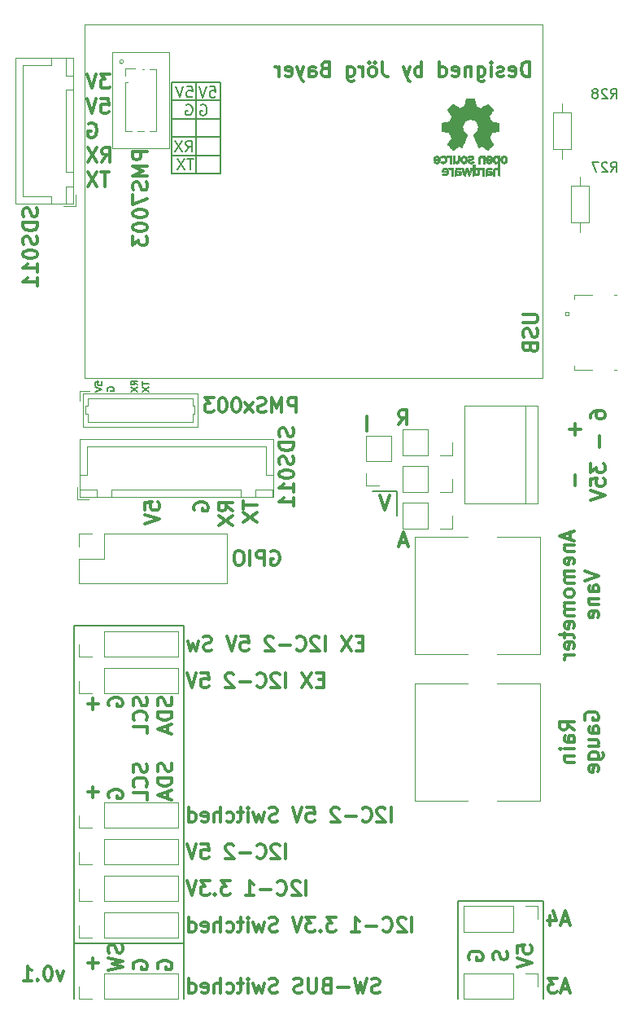
<source format=gbr>
G04 #@! TF.GenerationSoftware,KiCad,Pcbnew,(5.1.5)-3*
G04 #@! TF.CreationDate,2020-01-16T22:10:17+01:00*
G04 #@! TF.ProjectId,airMon,6169724d-6f6e-42e6-9b69-6361645f7063,0.1*
G04 #@! TF.SameCoordinates,Original*
G04 #@! TF.FileFunction,Legend,Bot*
G04 #@! TF.FilePolarity,Positive*
%FSLAX46Y46*%
G04 Gerber Fmt 4.6, Leading zero omitted, Abs format (unit mm)*
G04 Created by KiCad (PCBNEW (5.1.5)-3) date 2020-01-16 22:10:17*
%MOMM*%
%LPD*%
G04 APERTURE LIST*
%ADD10C,0.300000*%
%ADD11C,0.200000*%
%ADD12C,0.175000*%
%ADD13C,0.120000*%
%ADD14C,0.010000*%
%ADD15C,0.150000*%
%ADD16C,3.000000*%
%ADD17R,3.000000X3.000000*%
%ADD18C,1.500000*%
%ADD19C,2.800000*%
%ADD20R,1.700000X1.700000*%
%ADD21O,1.700000X1.700000*%
%ADD22R,1.000000X1.000000*%
%ADD23O,1.000000X1.000000*%
%ADD24C,0.100000*%
%ADD25O,0.800000X1.300000*%
%ADD26O,1.700000X1.950000*%
%ADD27O,1.400000X1.400000*%
%ADD28C,1.400000*%
%ADD29O,1.950000X1.700000*%
%ADD30R,1.900000X1.500000*%
%ADD31C,1.450000*%
%ADD32R,1.350000X0.381000*%
%ADD33O,1.900000X1.200000*%
%ADD34R,1.900000X1.200000*%
G04 APERTURE END LIST*
D10*
X25002857Y-115248571D02*
X24645714Y-116248571D01*
X24288571Y-115248571D01*
X23431428Y-114748571D02*
X23288571Y-114748571D01*
X23145714Y-114820000D01*
X23074285Y-114891428D01*
X23002857Y-115034285D01*
X22931428Y-115320000D01*
X22931428Y-115677142D01*
X23002857Y-115962857D01*
X23074285Y-116105714D01*
X23145714Y-116177142D01*
X23288571Y-116248571D01*
X23431428Y-116248571D01*
X23574285Y-116177142D01*
X23645714Y-116105714D01*
X23717142Y-115962857D01*
X23788571Y-115677142D01*
X23788571Y-115320000D01*
X23717142Y-115034285D01*
X23645714Y-114891428D01*
X23574285Y-114820000D01*
X23431428Y-114748571D01*
X22288571Y-116105714D02*
X22217142Y-116177142D01*
X22288571Y-116248571D01*
X22360000Y-116177142D01*
X22288571Y-116105714D01*
X22288571Y-116248571D01*
X20788571Y-116248571D02*
X21645714Y-116248571D01*
X21217142Y-116248571D02*
X21217142Y-114748571D01*
X21360000Y-114962857D01*
X21502857Y-115105714D01*
X21645714Y-115177142D01*
X33698571Y-30103571D02*
X32198571Y-30103571D01*
X32198571Y-30675000D01*
X32270000Y-30817857D01*
X32341428Y-30889285D01*
X32484285Y-30960714D01*
X32698571Y-30960714D01*
X32841428Y-30889285D01*
X32912857Y-30817857D01*
X32984285Y-30675000D01*
X32984285Y-30103571D01*
X33698571Y-31603571D02*
X32198571Y-31603571D01*
X33270000Y-32103571D01*
X32198571Y-32603571D01*
X33698571Y-32603571D01*
X33627142Y-33246428D02*
X33698571Y-33460714D01*
X33698571Y-33817857D01*
X33627142Y-33960714D01*
X33555714Y-34032142D01*
X33412857Y-34103571D01*
X33270000Y-34103571D01*
X33127142Y-34032142D01*
X33055714Y-33960714D01*
X32984285Y-33817857D01*
X32912857Y-33532142D01*
X32841428Y-33389285D01*
X32770000Y-33317857D01*
X32627142Y-33246428D01*
X32484285Y-33246428D01*
X32341428Y-33317857D01*
X32270000Y-33389285D01*
X32198571Y-33532142D01*
X32198571Y-33889285D01*
X32270000Y-34103571D01*
X32198571Y-34603571D02*
X32198571Y-35603571D01*
X33698571Y-34960714D01*
X32198571Y-36460714D02*
X32198571Y-36603571D01*
X32270000Y-36746428D01*
X32341428Y-36817857D01*
X32484285Y-36889285D01*
X32770000Y-36960714D01*
X33127142Y-36960714D01*
X33412857Y-36889285D01*
X33555714Y-36817857D01*
X33627142Y-36746428D01*
X33698571Y-36603571D01*
X33698571Y-36460714D01*
X33627142Y-36317857D01*
X33555714Y-36246428D01*
X33412857Y-36175000D01*
X33127142Y-36103571D01*
X32770000Y-36103571D01*
X32484285Y-36175000D01*
X32341428Y-36246428D01*
X32270000Y-36317857D01*
X32198571Y-36460714D01*
X32198571Y-37889285D02*
X32198571Y-38032142D01*
X32270000Y-38175000D01*
X32341428Y-38246428D01*
X32484285Y-38317857D01*
X32770000Y-38389285D01*
X33127142Y-38389285D01*
X33412857Y-38317857D01*
X33555714Y-38246428D01*
X33627142Y-38175000D01*
X33698571Y-38032142D01*
X33698571Y-37889285D01*
X33627142Y-37746428D01*
X33555714Y-37675000D01*
X33412857Y-37603571D01*
X33127142Y-37532142D01*
X32770000Y-37532142D01*
X32484285Y-37603571D01*
X32341428Y-37675000D01*
X32270000Y-37746428D01*
X32198571Y-37889285D01*
X32198571Y-38889285D02*
X32198571Y-39817857D01*
X32770000Y-39317857D01*
X32770000Y-39532142D01*
X32841428Y-39675000D01*
X32912857Y-39746428D01*
X33055714Y-39817857D01*
X33412857Y-39817857D01*
X33555714Y-39746428D01*
X33627142Y-39675000D01*
X33698571Y-39532142D01*
X33698571Y-39103571D01*
X33627142Y-38960714D01*
X33555714Y-38889285D01*
X73467857Y-22268571D02*
X73467857Y-20768571D01*
X73110714Y-20768571D01*
X72896428Y-20840000D01*
X72753571Y-20982857D01*
X72682142Y-21125714D01*
X72610714Y-21411428D01*
X72610714Y-21625714D01*
X72682142Y-21911428D01*
X72753571Y-22054285D01*
X72896428Y-22197142D01*
X73110714Y-22268571D01*
X73467857Y-22268571D01*
X71396428Y-22197142D02*
X71539285Y-22268571D01*
X71825000Y-22268571D01*
X71967857Y-22197142D01*
X72039285Y-22054285D01*
X72039285Y-21482857D01*
X71967857Y-21340000D01*
X71825000Y-21268571D01*
X71539285Y-21268571D01*
X71396428Y-21340000D01*
X71325000Y-21482857D01*
X71325000Y-21625714D01*
X72039285Y-21768571D01*
X70753571Y-22197142D02*
X70610714Y-22268571D01*
X70325000Y-22268571D01*
X70182142Y-22197142D01*
X70110714Y-22054285D01*
X70110714Y-21982857D01*
X70182142Y-21840000D01*
X70325000Y-21768571D01*
X70539285Y-21768571D01*
X70682142Y-21697142D01*
X70753571Y-21554285D01*
X70753571Y-21482857D01*
X70682142Y-21340000D01*
X70539285Y-21268571D01*
X70325000Y-21268571D01*
X70182142Y-21340000D01*
X69467857Y-22268571D02*
X69467857Y-21268571D01*
X69467857Y-20768571D02*
X69539285Y-20840000D01*
X69467857Y-20911428D01*
X69396428Y-20840000D01*
X69467857Y-20768571D01*
X69467857Y-20911428D01*
X68110714Y-21268571D02*
X68110714Y-22482857D01*
X68182142Y-22625714D01*
X68253571Y-22697142D01*
X68396428Y-22768571D01*
X68610714Y-22768571D01*
X68753571Y-22697142D01*
X68110714Y-22197142D02*
X68253571Y-22268571D01*
X68539285Y-22268571D01*
X68682142Y-22197142D01*
X68753571Y-22125714D01*
X68825000Y-21982857D01*
X68825000Y-21554285D01*
X68753571Y-21411428D01*
X68682142Y-21340000D01*
X68539285Y-21268571D01*
X68253571Y-21268571D01*
X68110714Y-21340000D01*
X67396428Y-21268571D02*
X67396428Y-22268571D01*
X67396428Y-21411428D02*
X67325000Y-21340000D01*
X67182142Y-21268571D01*
X66967857Y-21268571D01*
X66825000Y-21340000D01*
X66753571Y-21482857D01*
X66753571Y-22268571D01*
X65467857Y-22197142D02*
X65610714Y-22268571D01*
X65896428Y-22268571D01*
X66039285Y-22197142D01*
X66110714Y-22054285D01*
X66110714Y-21482857D01*
X66039285Y-21340000D01*
X65896428Y-21268571D01*
X65610714Y-21268571D01*
X65467857Y-21340000D01*
X65396428Y-21482857D01*
X65396428Y-21625714D01*
X66110714Y-21768571D01*
X64110714Y-22268571D02*
X64110714Y-20768571D01*
X64110714Y-22197142D02*
X64253571Y-22268571D01*
X64539285Y-22268571D01*
X64682142Y-22197142D01*
X64753571Y-22125714D01*
X64825000Y-21982857D01*
X64825000Y-21554285D01*
X64753571Y-21411428D01*
X64682142Y-21340000D01*
X64539285Y-21268571D01*
X64253571Y-21268571D01*
X64110714Y-21340000D01*
X62253571Y-22268571D02*
X62253571Y-20768571D01*
X62253571Y-21340000D02*
X62110714Y-21268571D01*
X61825000Y-21268571D01*
X61682142Y-21340000D01*
X61610714Y-21411428D01*
X61539285Y-21554285D01*
X61539285Y-21982857D01*
X61610714Y-22125714D01*
X61682142Y-22197142D01*
X61825000Y-22268571D01*
X62110714Y-22268571D01*
X62253571Y-22197142D01*
X61039285Y-21268571D02*
X60682142Y-22268571D01*
X60325000Y-21268571D02*
X60682142Y-22268571D01*
X60825000Y-22625714D01*
X60896428Y-22697142D01*
X61039285Y-22768571D01*
X58182142Y-20768571D02*
X58182142Y-21840000D01*
X58253571Y-22054285D01*
X58396428Y-22197142D01*
X58610714Y-22268571D01*
X58753571Y-22268571D01*
X57253571Y-22268571D02*
X57396428Y-22197142D01*
X57467857Y-22125714D01*
X57539285Y-21982857D01*
X57539285Y-21554285D01*
X57467857Y-21411428D01*
X57396428Y-21340000D01*
X57253571Y-21268571D01*
X57039285Y-21268571D01*
X56896428Y-21340000D01*
X56825000Y-21411428D01*
X56753571Y-21554285D01*
X56753571Y-21982857D01*
X56825000Y-22125714D01*
X56896428Y-22197142D01*
X57039285Y-22268571D01*
X57253571Y-22268571D01*
X57396428Y-20768571D02*
X57325000Y-20840000D01*
X57396428Y-20911428D01*
X57467857Y-20840000D01*
X57396428Y-20768571D01*
X57396428Y-20911428D01*
X56825000Y-20768571D02*
X56753571Y-20840000D01*
X56825000Y-20911428D01*
X56896428Y-20840000D01*
X56825000Y-20768571D01*
X56825000Y-20911428D01*
X56110714Y-22268571D02*
X56110714Y-21268571D01*
X56110714Y-21554285D02*
X56039285Y-21411428D01*
X55967857Y-21340000D01*
X55825000Y-21268571D01*
X55682142Y-21268571D01*
X54539285Y-21268571D02*
X54539285Y-22482857D01*
X54610714Y-22625714D01*
X54682142Y-22697142D01*
X54825000Y-22768571D01*
X55039285Y-22768571D01*
X55182142Y-22697142D01*
X54539285Y-22197142D02*
X54682142Y-22268571D01*
X54967857Y-22268571D01*
X55110714Y-22197142D01*
X55182142Y-22125714D01*
X55253571Y-21982857D01*
X55253571Y-21554285D01*
X55182142Y-21411428D01*
X55110714Y-21340000D01*
X54967857Y-21268571D01*
X54682142Y-21268571D01*
X54539285Y-21340000D01*
X52182142Y-21482857D02*
X51967857Y-21554285D01*
X51896428Y-21625714D01*
X51825000Y-21768571D01*
X51825000Y-21982857D01*
X51896428Y-22125714D01*
X51967857Y-22197142D01*
X52110714Y-22268571D01*
X52682142Y-22268571D01*
X52682142Y-20768571D01*
X52182142Y-20768571D01*
X52039285Y-20840000D01*
X51967857Y-20911428D01*
X51896428Y-21054285D01*
X51896428Y-21197142D01*
X51967857Y-21340000D01*
X52039285Y-21411428D01*
X52182142Y-21482857D01*
X52682142Y-21482857D01*
X50539285Y-22268571D02*
X50539285Y-21482857D01*
X50610714Y-21340000D01*
X50753571Y-21268571D01*
X51039285Y-21268571D01*
X51182142Y-21340000D01*
X50539285Y-22197142D02*
X50682142Y-22268571D01*
X51039285Y-22268571D01*
X51182142Y-22197142D01*
X51253571Y-22054285D01*
X51253571Y-21911428D01*
X51182142Y-21768571D01*
X51039285Y-21697142D01*
X50682142Y-21697142D01*
X50539285Y-21625714D01*
X49967857Y-21268571D02*
X49610714Y-22268571D01*
X49253571Y-21268571D02*
X49610714Y-22268571D01*
X49753571Y-22625714D01*
X49825000Y-22697142D01*
X49967857Y-22768571D01*
X48110714Y-22197142D02*
X48253571Y-22268571D01*
X48539285Y-22268571D01*
X48682142Y-22197142D01*
X48753571Y-22054285D01*
X48753571Y-21482857D01*
X48682142Y-21340000D01*
X48539285Y-21268571D01*
X48253571Y-21268571D01*
X48110714Y-21340000D01*
X48039285Y-21482857D01*
X48039285Y-21625714D01*
X48753571Y-21768571D01*
X47396428Y-22268571D02*
X47396428Y-21268571D01*
X47396428Y-21554285D02*
X47325000Y-21411428D01*
X47253571Y-21340000D01*
X47110714Y-21268571D01*
X46967857Y-21268571D01*
X56515000Y-59098571D02*
X56515000Y-57598571D01*
D11*
X59690000Y-65405000D02*
X57150000Y-65405000D01*
X59690000Y-67945000D02*
X59690000Y-65405000D01*
D10*
X58920000Y-65853571D02*
X58420000Y-67353571D01*
X57920000Y-65853571D01*
X60682142Y-70735000D02*
X59967857Y-70735000D01*
X60825000Y-71163571D02*
X60325000Y-69663571D01*
X59825000Y-71163571D01*
X59860714Y-58463571D02*
X60360714Y-57749285D01*
X60717857Y-58463571D02*
X60717857Y-56963571D01*
X60146428Y-56963571D01*
X60003571Y-57035000D01*
X59932142Y-57106428D01*
X59860714Y-57249285D01*
X59860714Y-57463571D01*
X59932142Y-57606428D01*
X60003571Y-57677857D01*
X60146428Y-57749285D01*
X60717857Y-57749285D01*
D11*
X37465000Y-112395000D02*
X37465000Y-118110000D01*
X26035000Y-112395000D02*
X26035000Y-118110000D01*
D10*
X72838571Y-47002142D02*
X74052857Y-47002142D01*
X74195714Y-47073571D01*
X74267142Y-47145000D01*
X74338571Y-47287857D01*
X74338571Y-47573571D01*
X74267142Y-47716428D01*
X74195714Y-47787857D01*
X74052857Y-47859285D01*
X72838571Y-47859285D01*
X74267142Y-48502142D02*
X74338571Y-48716428D01*
X74338571Y-49073571D01*
X74267142Y-49216428D01*
X74195714Y-49287857D01*
X74052857Y-49359285D01*
X73910000Y-49359285D01*
X73767142Y-49287857D01*
X73695714Y-49216428D01*
X73624285Y-49073571D01*
X73552857Y-48787857D01*
X73481428Y-48645000D01*
X73410000Y-48573571D01*
X73267142Y-48502142D01*
X73124285Y-48502142D01*
X72981428Y-48573571D01*
X72910000Y-48645000D01*
X72838571Y-48787857D01*
X72838571Y-49145000D01*
X72910000Y-49359285D01*
X73552857Y-50502142D02*
X73624285Y-50716428D01*
X73695714Y-50787857D01*
X73838571Y-50859285D01*
X74052857Y-50859285D01*
X74195714Y-50787857D01*
X74267142Y-50716428D01*
X74338571Y-50573571D01*
X74338571Y-50002142D01*
X72838571Y-50002142D01*
X72838571Y-50502142D01*
X72910000Y-50645000D01*
X72981428Y-50716428D01*
X73124285Y-50787857D01*
X73267142Y-50787857D01*
X73410000Y-50716428D01*
X73481428Y-50645000D01*
X73552857Y-50502142D01*
X73552857Y-50002142D01*
X78207142Y-58380714D02*
X78207142Y-59523571D01*
X78778571Y-58952142D02*
X77635714Y-58952142D01*
X78207142Y-63666428D02*
X78207142Y-64809285D01*
X79828571Y-57737857D02*
X79828571Y-57452142D01*
X79900000Y-57309285D01*
X79971428Y-57237857D01*
X80185714Y-57095000D01*
X80471428Y-57023571D01*
X81042857Y-57023571D01*
X81185714Y-57095000D01*
X81257142Y-57166428D01*
X81328571Y-57309285D01*
X81328571Y-57595000D01*
X81257142Y-57737857D01*
X81185714Y-57809285D01*
X81042857Y-57880714D01*
X80685714Y-57880714D01*
X80542857Y-57809285D01*
X80471428Y-57737857D01*
X80400000Y-57595000D01*
X80400000Y-57309285D01*
X80471428Y-57166428D01*
X80542857Y-57095000D01*
X80685714Y-57023571D01*
X80757142Y-59666428D02*
X80757142Y-60809285D01*
X79828571Y-62523571D02*
X79828571Y-63452142D01*
X80400000Y-62952142D01*
X80400000Y-63166428D01*
X80471428Y-63309285D01*
X80542857Y-63380714D01*
X80685714Y-63452142D01*
X81042857Y-63452142D01*
X81185714Y-63380714D01*
X81257142Y-63309285D01*
X81328571Y-63166428D01*
X81328571Y-62737857D01*
X81257142Y-62595000D01*
X81185714Y-62523571D01*
X79828571Y-64809285D02*
X79828571Y-64095000D01*
X80542857Y-64023571D01*
X80471428Y-64095000D01*
X80400000Y-64237857D01*
X80400000Y-64594999D01*
X80471428Y-64737857D01*
X80542857Y-64809285D01*
X80685714Y-64880714D01*
X81042857Y-64880714D01*
X81185714Y-64809285D01*
X81257142Y-64737857D01*
X81328571Y-64594999D01*
X81328571Y-64237857D01*
X81257142Y-64095000D01*
X81185714Y-64023571D01*
X79828571Y-65309285D02*
X81328571Y-65809285D01*
X79828571Y-66309285D01*
X77715000Y-69664285D02*
X77715000Y-70378571D01*
X78143571Y-69521428D02*
X76643571Y-70021428D01*
X78143571Y-70521428D01*
X77143571Y-71021428D02*
X78143571Y-71021428D01*
X77286428Y-71021428D02*
X77215000Y-71092857D01*
X77143571Y-71235714D01*
X77143571Y-71450000D01*
X77215000Y-71592857D01*
X77357857Y-71664285D01*
X78143571Y-71664285D01*
X78072142Y-72950000D02*
X78143571Y-72807142D01*
X78143571Y-72521428D01*
X78072142Y-72378571D01*
X77929285Y-72307142D01*
X77357857Y-72307142D01*
X77215000Y-72378571D01*
X77143571Y-72521428D01*
X77143571Y-72807142D01*
X77215000Y-72950000D01*
X77357857Y-73021428D01*
X77500714Y-73021428D01*
X77643571Y-72307142D01*
X78143571Y-73664285D02*
X77143571Y-73664285D01*
X77286428Y-73664285D02*
X77215000Y-73735714D01*
X77143571Y-73878571D01*
X77143571Y-74092857D01*
X77215000Y-74235714D01*
X77357857Y-74307142D01*
X78143571Y-74307142D01*
X77357857Y-74307142D02*
X77215000Y-74378571D01*
X77143571Y-74521428D01*
X77143571Y-74735714D01*
X77215000Y-74878571D01*
X77357857Y-74950000D01*
X78143571Y-74950000D01*
X78143571Y-75878571D02*
X78072142Y-75735714D01*
X78000714Y-75664285D01*
X77857857Y-75592857D01*
X77429285Y-75592857D01*
X77286428Y-75664285D01*
X77215000Y-75735714D01*
X77143571Y-75878571D01*
X77143571Y-76092857D01*
X77215000Y-76235714D01*
X77286428Y-76307142D01*
X77429285Y-76378571D01*
X77857857Y-76378571D01*
X78000714Y-76307142D01*
X78072142Y-76235714D01*
X78143571Y-76092857D01*
X78143571Y-75878571D01*
X78143571Y-77021428D02*
X77143571Y-77021428D01*
X77286428Y-77021428D02*
X77215000Y-77092857D01*
X77143571Y-77235714D01*
X77143571Y-77450000D01*
X77215000Y-77592857D01*
X77357857Y-77664285D01*
X78143571Y-77664285D01*
X77357857Y-77664285D02*
X77215000Y-77735714D01*
X77143571Y-77878571D01*
X77143571Y-78092857D01*
X77215000Y-78235714D01*
X77357857Y-78307142D01*
X78143571Y-78307142D01*
X78072142Y-79592857D02*
X78143571Y-79450000D01*
X78143571Y-79164285D01*
X78072142Y-79021428D01*
X77929285Y-78950000D01*
X77357857Y-78950000D01*
X77215000Y-79021428D01*
X77143571Y-79164285D01*
X77143571Y-79450000D01*
X77215000Y-79592857D01*
X77357857Y-79664285D01*
X77500714Y-79664285D01*
X77643571Y-78950000D01*
X77143571Y-80092857D02*
X77143571Y-80664285D01*
X76643571Y-80307142D02*
X77929285Y-80307142D01*
X78072142Y-80378571D01*
X78143571Y-80521428D01*
X78143571Y-80664285D01*
X78072142Y-81735714D02*
X78143571Y-81592857D01*
X78143571Y-81307142D01*
X78072142Y-81164285D01*
X77929285Y-81092857D01*
X77357857Y-81092857D01*
X77215000Y-81164285D01*
X77143571Y-81307142D01*
X77143571Y-81592857D01*
X77215000Y-81735714D01*
X77357857Y-81807142D01*
X77500714Y-81807142D01*
X77643571Y-81092857D01*
X78143571Y-82450000D02*
X77143571Y-82450000D01*
X77429285Y-82450000D02*
X77286428Y-82521428D01*
X77215000Y-82592857D01*
X77143571Y-82735714D01*
X77143571Y-82878571D01*
X79193571Y-73700000D02*
X80693571Y-74200000D01*
X79193571Y-74700000D01*
X80693571Y-75842857D02*
X79907857Y-75842857D01*
X79765000Y-75771428D01*
X79693571Y-75628571D01*
X79693571Y-75342857D01*
X79765000Y-75200000D01*
X80622142Y-75842857D02*
X80693571Y-75700000D01*
X80693571Y-75342857D01*
X80622142Y-75200000D01*
X80479285Y-75128571D01*
X80336428Y-75128571D01*
X80193571Y-75200000D01*
X80122142Y-75342857D01*
X80122142Y-75700000D01*
X80050714Y-75842857D01*
X79693571Y-76557142D02*
X80693571Y-76557142D01*
X79836428Y-76557142D02*
X79765000Y-76628571D01*
X79693571Y-76771428D01*
X79693571Y-76985714D01*
X79765000Y-77128571D01*
X79907857Y-77200000D01*
X80693571Y-77200000D01*
X80622142Y-78485714D02*
X80693571Y-78342857D01*
X80693571Y-78057142D01*
X80622142Y-77914285D01*
X80479285Y-77842857D01*
X79907857Y-77842857D01*
X79765000Y-77914285D01*
X79693571Y-78057142D01*
X79693571Y-78342857D01*
X79765000Y-78485714D01*
X79907857Y-78557142D01*
X80050714Y-78557142D01*
X80193571Y-77842857D01*
X78143571Y-90190000D02*
X77429285Y-89690000D01*
X78143571Y-89332857D02*
X76643571Y-89332857D01*
X76643571Y-89904285D01*
X76715000Y-90047142D01*
X76786428Y-90118571D01*
X76929285Y-90190000D01*
X77143571Y-90190000D01*
X77286428Y-90118571D01*
X77357857Y-90047142D01*
X77429285Y-89904285D01*
X77429285Y-89332857D01*
X78143571Y-91475714D02*
X77357857Y-91475714D01*
X77215000Y-91404285D01*
X77143571Y-91261428D01*
X77143571Y-90975714D01*
X77215000Y-90832857D01*
X78072142Y-91475714D02*
X78143571Y-91332857D01*
X78143571Y-90975714D01*
X78072142Y-90832857D01*
X77929285Y-90761428D01*
X77786428Y-90761428D01*
X77643571Y-90832857D01*
X77572142Y-90975714D01*
X77572142Y-91332857D01*
X77500714Y-91475714D01*
X78143571Y-92190000D02*
X77143571Y-92190000D01*
X76643571Y-92190000D02*
X76715000Y-92118571D01*
X76786428Y-92190000D01*
X76715000Y-92261428D01*
X76643571Y-92190000D01*
X76786428Y-92190000D01*
X77143571Y-92904285D02*
X78143571Y-92904285D01*
X77286428Y-92904285D02*
X77215000Y-92975714D01*
X77143571Y-93118571D01*
X77143571Y-93332857D01*
X77215000Y-93475714D01*
X77357857Y-93547142D01*
X78143571Y-93547142D01*
X79265000Y-89154285D02*
X79193571Y-89011428D01*
X79193571Y-88797142D01*
X79265000Y-88582857D01*
X79407857Y-88440000D01*
X79550714Y-88368571D01*
X79836428Y-88297142D01*
X80050714Y-88297142D01*
X80336428Y-88368571D01*
X80479285Y-88440000D01*
X80622142Y-88582857D01*
X80693571Y-88797142D01*
X80693571Y-88940000D01*
X80622142Y-89154285D01*
X80550714Y-89225714D01*
X80050714Y-89225714D01*
X80050714Y-88940000D01*
X80693571Y-90511428D02*
X79907857Y-90511428D01*
X79765000Y-90440000D01*
X79693571Y-90297142D01*
X79693571Y-90011428D01*
X79765000Y-89868571D01*
X80622142Y-90511428D02*
X80693571Y-90368571D01*
X80693571Y-90011428D01*
X80622142Y-89868571D01*
X80479285Y-89797142D01*
X80336428Y-89797142D01*
X80193571Y-89868571D01*
X80122142Y-90011428D01*
X80122142Y-90368571D01*
X80050714Y-90511428D01*
X79693571Y-91868571D02*
X80693571Y-91868571D01*
X79693571Y-91225714D02*
X80479285Y-91225714D01*
X80622142Y-91297142D01*
X80693571Y-91440000D01*
X80693571Y-91654285D01*
X80622142Y-91797142D01*
X80550714Y-91868571D01*
X79693571Y-93225714D02*
X80907857Y-93225714D01*
X81050714Y-93154285D01*
X81122142Y-93082857D01*
X81193571Y-92940000D01*
X81193571Y-92725714D01*
X81122142Y-92582857D01*
X80622142Y-93225714D02*
X80693571Y-93082857D01*
X80693571Y-92797142D01*
X80622142Y-92654285D01*
X80550714Y-92582857D01*
X80407857Y-92511428D01*
X79979285Y-92511428D01*
X79836428Y-92582857D01*
X79765000Y-92654285D01*
X79693571Y-92797142D01*
X79693571Y-93082857D01*
X79765000Y-93225714D01*
X80622142Y-94511428D02*
X80693571Y-94368571D01*
X80693571Y-94082857D01*
X80622142Y-93940000D01*
X80479285Y-93868571D01*
X79907857Y-93868571D01*
X79765000Y-93940000D01*
X79693571Y-94082857D01*
X79693571Y-94368571D01*
X79765000Y-94511428D01*
X79907857Y-94582857D01*
X80050714Y-94582857D01*
X80193571Y-93868571D01*
D11*
X66040000Y-107950000D02*
X66040000Y-118110000D01*
X74930000Y-107950000D02*
X66040000Y-107950000D01*
X74930000Y-118110000D02*
X74930000Y-107950000D01*
D10*
X67185000Y-114057857D02*
X67113571Y-113915000D01*
X67113571Y-113700714D01*
X67185000Y-113486428D01*
X67327857Y-113343571D01*
X67470714Y-113272142D01*
X67756428Y-113200714D01*
X67970714Y-113200714D01*
X68256428Y-113272142D01*
X68399285Y-113343571D01*
X68542142Y-113486428D01*
X68613571Y-113700714D01*
X68613571Y-113843571D01*
X68542142Y-114057857D01*
X68470714Y-114129285D01*
X67970714Y-114129285D01*
X67970714Y-113843571D01*
X71092142Y-113236428D02*
X71163571Y-113450714D01*
X71163571Y-113807857D01*
X71092142Y-113950714D01*
X71020714Y-114022142D01*
X70877857Y-114093571D01*
X70735000Y-114093571D01*
X70592142Y-114022142D01*
X70520714Y-113950714D01*
X70449285Y-113807857D01*
X70377857Y-113522142D01*
X70306428Y-113379285D01*
X70235000Y-113307857D01*
X70092142Y-113236428D01*
X69949285Y-113236428D01*
X69806428Y-113307857D01*
X69735000Y-113379285D01*
X69663571Y-113522142D01*
X69663571Y-113879285D01*
X69735000Y-114093571D01*
X72213571Y-113379285D02*
X72213571Y-112665000D01*
X72927857Y-112593571D01*
X72856428Y-112665000D01*
X72785000Y-112807857D01*
X72785000Y-113165000D01*
X72856428Y-113307857D01*
X72927857Y-113379285D01*
X73070714Y-113450714D01*
X73427857Y-113450714D01*
X73570714Y-113379285D01*
X73642142Y-113307857D01*
X73713571Y-113165000D01*
X73713571Y-112807857D01*
X73642142Y-112665000D01*
X73570714Y-112593571D01*
X72213571Y-113879285D02*
X73713571Y-114379285D01*
X72213571Y-114879285D01*
X77553571Y-110105000D02*
X76839285Y-110105000D01*
X77696428Y-110533571D02*
X77196428Y-109033571D01*
X76696428Y-110533571D01*
X75553571Y-109533571D02*
X75553571Y-110533571D01*
X75910714Y-108962142D02*
X76267857Y-110033571D01*
X75339285Y-110033571D01*
X77553571Y-117090000D02*
X76839285Y-117090000D01*
X77696428Y-117518571D02*
X77196428Y-116018571D01*
X76696428Y-117518571D01*
X76339285Y-116018571D02*
X75410714Y-116018571D01*
X75910714Y-116590000D01*
X75696428Y-116590000D01*
X75553571Y-116661428D01*
X75482142Y-116732857D01*
X75410714Y-116875714D01*
X75410714Y-117232857D01*
X75482142Y-117375714D01*
X75553571Y-117447142D01*
X75696428Y-117518571D01*
X76125000Y-117518571D01*
X76267857Y-117447142D01*
X76339285Y-117375714D01*
X28032142Y-113875000D02*
X28032142Y-115017857D01*
X28603571Y-114446428D02*
X27460714Y-114446428D01*
X31082142Y-112517857D02*
X31153571Y-112732142D01*
X31153571Y-113089285D01*
X31082142Y-113232142D01*
X31010714Y-113303571D01*
X30867857Y-113375000D01*
X30725000Y-113375000D01*
X30582142Y-113303571D01*
X30510714Y-113232142D01*
X30439285Y-113089285D01*
X30367857Y-112803571D01*
X30296428Y-112660714D01*
X30225000Y-112589285D01*
X30082142Y-112517857D01*
X29939285Y-112517857D01*
X29796428Y-112589285D01*
X29725000Y-112660714D01*
X29653571Y-112803571D01*
X29653571Y-113160714D01*
X29725000Y-113375000D01*
X29653571Y-113875000D02*
X31153571Y-114232142D01*
X30082142Y-114517857D01*
X31153571Y-114803571D01*
X29653571Y-115160714D01*
X32275000Y-115017857D02*
X32203571Y-114875000D01*
X32203571Y-114660714D01*
X32275000Y-114446428D01*
X32417857Y-114303571D01*
X32560714Y-114232142D01*
X32846428Y-114160714D01*
X33060714Y-114160714D01*
X33346428Y-114232142D01*
X33489285Y-114303571D01*
X33632142Y-114446428D01*
X33703571Y-114660714D01*
X33703571Y-114803571D01*
X33632142Y-115017857D01*
X33560714Y-115089285D01*
X33060714Y-115089285D01*
X33060714Y-114803571D01*
X34825000Y-115017857D02*
X34753571Y-114875000D01*
X34753571Y-114660714D01*
X34825000Y-114446428D01*
X34967857Y-114303571D01*
X35110714Y-114232142D01*
X35396428Y-114160714D01*
X35610714Y-114160714D01*
X35896428Y-114232142D01*
X36039285Y-114303571D01*
X36182142Y-114446428D01*
X36253571Y-114660714D01*
X36253571Y-114803571D01*
X36182142Y-115017857D01*
X36110714Y-115089285D01*
X35610714Y-115089285D01*
X35610714Y-114803571D01*
X28032142Y-96095000D02*
X28032142Y-97237857D01*
X28603571Y-96666428D02*
X27460714Y-96666428D01*
X29725000Y-97237857D02*
X29653571Y-97095000D01*
X29653571Y-96880714D01*
X29725000Y-96666428D01*
X29867857Y-96523571D01*
X30010714Y-96452142D01*
X30296428Y-96380714D01*
X30510714Y-96380714D01*
X30796428Y-96452142D01*
X30939285Y-96523571D01*
X31082142Y-96666428D01*
X31153571Y-96880714D01*
X31153571Y-97023571D01*
X31082142Y-97237857D01*
X31010714Y-97309285D01*
X30510714Y-97309285D01*
X30510714Y-97023571D01*
X33632142Y-93737857D02*
X33703571Y-93952142D01*
X33703571Y-94309285D01*
X33632142Y-94452142D01*
X33560714Y-94523571D01*
X33417857Y-94595000D01*
X33275000Y-94595000D01*
X33132142Y-94523571D01*
X33060714Y-94452142D01*
X32989285Y-94309285D01*
X32917857Y-94023571D01*
X32846428Y-93880714D01*
X32775000Y-93809285D01*
X32632142Y-93737857D01*
X32489285Y-93737857D01*
X32346428Y-93809285D01*
X32275000Y-93880714D01*
X32203571Y-94023571D01*
X32203571Y-94380714D01*
X32275000Y-94595000D01*
X33560714Y-96095000D02*
X33632142Y-96023571D01*
X33703571Y-95809285D01*
X33703571Y-95666428D01*
X33632142Y-95452142D01*
X33489285Y-95309285D01*
X33346428Y-95237857D01*
X33060714Y-95166428D01*
X32846428Y-95166428D01*
X32560714Y-95237857D01*
X32417857Y-95309285D01*
X32275000Y-95452142D01*
X32203571Y-95666428D01*
X32203571Y-95809285D01*
X32275000Y-96023571D01*
X32346428Y-96095000D01*
X33703571Y-97452142D02*
X33703571Y-96737857D01*
X32203571Y-96737857D01*
X36182142Y-93666428D02*
X36253571Y-93880714D01*
X36253571Y-94237857D01*
X36182142Y-94380714D01*
X36110714Y-94452142D01*
X35967857Y-94523571D01*
X35825000Y-94523571D01*
X35682142Y-94452142D01*
X35610714Y-94380714D01*
X35539285Y-94237857D01*
X35467857Y-93952142D01*
X35396428Y-93809285D01*
X35325000Y-93737857D01*
X35182142Y-93666428D01*
X35039285Y-93666428D01*
X34896428Y-93737857D01*
X34825000Y-93809285D01*
X34753571Y-93952142D01*
X34753571Y-94309285D01*
X34825000Y-94523571D01*
X36253571Y-95166428D02*
X34753571Y-95166428D01*
X34753571Y-95523571D01*
X34825000Y-95737857D01*
X34967857Y-95880714D01*
X35110714Y-95952142D01*
X35396428Y-96023571D01*
X35610714Y-96023571D01*
X35896428Y-95952142D01*
X36039285Y-95880714D01*
X36182142Y-95737857D01*
X36253571Y-95523571D01*
X36253571Y-95166428D01*
X35825000Y-96595000D02*
X35825000Y-97309285D01*
X36253571Y-96452142D02*
X34753571Y-96952142D01*
X36253571Y-97452142D01*
X28032142Y-86912142D02*
X28032142Y-88055000D01*
X28603571Y-87483571D02*
X27460714Y-87483571D01*
X29725000Y-87697857D02*
X29653571Y-87555000D01*
X29653571Y-87340714D01*
X29725000Y-87126428D01*
X29867857Y-86983571D01*
X30010714Y-86912142D01*
X30296428Y-86840714D01*
X30510714Y-86840714D01*
X30796428Y-86912142D01*
X30939285Y-86983571D01*
X31082142Y-87126428D01*
X31153571Y-87340714D01*
X31153571Y-87483571D01*
X31082142Y-87697857D01*
X31010714Y-87769285D01*
X30510714Y-87769285D01*
X30510714Y-87483571D01*
X33632142Y-86840714D02*
X33703571Y-87055000D01*
X33703571Y-87412142D01*
X33632142Y-87555000D01*
X33560714Y-87626428D01*
X33417857Y-87697857D01*
X33275000Y-87697857D01*
X33132142Y-87626428D01*
X33060714Y-87555000D01*
X32989285Y-87412142D01*
X32917857Y-87126428D01*
X32846428Y-86983571D01*
X32775000Y-86912142D01*
X32632142Y-86840714D01*
X32489285Y-86840714D01*
X32346428Y-86912142D01*
X32275000Y-86983571D01*
X32203571Y-87126428D01*
X32203571Y-87483571D01*
X32275000Y-87697857D01*
X33560714Y-89197857D02*
X33632142Y-89126428D01*
X33703571Y-88912142D01*
X33703571Y-88769285D01*
X33632142Y-88555000D01*
X33489285Y-88412142D01*
X33346428Y-88340714D01*
X33060714Y-88269285D01*
X32846428Y-88269285D01*
X32560714Y-88340714D01*
X32417857Y-88412142D01*
X32275000Y-88555000D01*
X32203571Y-88769285D01*
X32203571Y-88912142D01*
X32275000Y-89126428D01*
X32346428Y-89197857D01*
X33703571Y-90555000D02*
X33703571Y-89840714D01*
X32203571Y-89840714D01*
X36182142Y-86840714D02*
X36253571Y-87055000D01*
X36253571Y-87412142D01*
X36182142Y-87555000D01*
X36110714Y-87626428D01*
X35967857Y-87697857D01*
X35825000Y-87697857D01*
X35682142Y-87626428D01*
X35610714Y-87555000D01*
X35539285Y-87412142D01*
X35467857Y-87126428D01*
X35396428Y-86983571D01*
X35325000Y-86912142D01*
X35182142Y-86840714D01*
X35039285Y-86840714D01*
X34896428Y-86912142D01*
X34825000Y-86983571D01*
X34753571Y-87126428D01*
X34753571Y-87483571D01*
X34825000Y-87697857D01*
X36253571Y-88340714D02*
X34753571Y-88340714D01*
X34753571Y-88697857D01*
X34825000Y-88912142D01*
X34967857Y-89055000D01*
X35110714Y-89126428D01*
X35396428Y-89197857D01*
X35610714Y-89197857D01*
X35896428Y-89126428D01*
X36039285Y-89055000D01*
X36182142Y-88912142D01*
X36253571Y-88697857D01*
X36253571Y-88340714D01*
X35825000Y-89769285D02*
X35825000Y-90483571D01*
X36253571Y-89626428D02*
X34753571Y-90126428D01*
X36253571Y-90626428D01*
D11*
X26035000Y-79375000D02*
X26035000Y-112395000D01*
X37465000Y-79375000D02*
X26035000Y-79375000D01*
X37465000Y-112395000D02*
X37465000Y-79375000D01*
X26035000Y-112395000D02*
X37465000Y-112395000D01*
D10*
X56160000Y-81172857D02*
X55660000Y-81172857D01*
X55445714Y-81958571D02*
X56160000Y-81958571D01*
X56160000Y-80458571D01*
X55445714Y-80458571D01*
X54945714Y-80458571D02*
X53945714Y-81958571D01*
X53945714Y-80458571D02*
X54945714Y-81958571D01*
X52231428Y-81958571D02*
X52231428Y-80458571D01*
X51588571Y-80601428D02*
X51517142Y-80530000D01*
X51374285Y-80458571D01*
X51017142Y-80458571D01*
X50874285Y-80530000D01*
X50802857Y-80601428D01*
X50731428Y-80744285D01*
X50731428Y-80887142D01*
X50802857Y-81101428D01*
X51660000Y-81958571D01*
X50731428Y-81958571D01*
X49231428Y-81815714D02*
X49302857Y-81887142D01*
X49517142Y-81958571D01*
X49660000Y-81958571D01*
X49874285Y-81887142D01*
X50017142Y-81744285D01*
X50088571Y-81601428D01*
X50160000Y-81315714D01*
X50160000Y-81101428D01*
X50088571Y-80815714D01*
X50017142Y-80672857D01*
X49874285Y-80530000D01*
X49660000Y-80458571D01*
X49517142Y-80458571D01*
X49302857Y-80530000D01*
X49231428Y-80601428D01*
X48588571Y-81387142D02*
X47445714Y-81387142D01*
X46802857Y-80601428D02*
X46731428Y-80530000D01*
X46588571Y-80458571D01*
X46231428Y-80458571D01*
X46088571Y-80530000D01*
X46017142Y-80601428D01*
X45945714Y-80744285D01*
X45945714Y-80887142D01*
X46017142Y-81101428D01*
X46874285Y-81958571D01*
X45945714Y-81958571D01*
X43445714Y-80458571D02*
X44160000Y-80458571D01*
X44231428Y-81172857D01*
X44160000Y-81101428D01*
X44017142Y-81030000D01*
X43660000Y-81030000D01*
X43517142Y-81101428D01*
X43445714Y-81172857D01*
X43374285Y-81315714D01*
X43374285Y-81672857D01*
X43445714Y-81815714D01*
X43517142Y-81887142D01*
X43660000Y-81958571D01*
X44017142Y-81958571D01*
X44160000Y-81887142D01*
X44231428Y-81815714D01*
X42945714Y-80458571D02*
X42445714Y-81958571D01*
X41945714Y-80458571D01*
X40374285Y-81887142D02*
X40160000Y-81958571D01*
X39802857Y-81958571D01*
X39660000Y-81887142D01*
X39588571Y-81815714D01*
X39517142Y-81672857D01*
X39517142Y-81530000D01*
X39588571Y-81387142D01*
X39660000Y-81315714D01*
X39802857Y-81244285D01*
X40088571Y-81172857D01*
X40231428Y-81101428D01*
X40302857Y-81030000D01*
X40374285Y-80887142D01*
X40374285Y-80744285D01*
X40302857Y-80601428D01*
X40231428Y-80530000D01*
X40088571Y-80458571D01*
X39731428Y-80458571D01*
X39517142Y-80530000D01*
X39017142Y-80958571D02*
X38731428Y-81958571D01*
X38445714Y-81244285D01*
X38160000Y-81958571D01*
X37874285Y-80958571D01*
X52017142Y-84982857D02*
X51517142Y-84982857D01*
X51302857Y-85768571D02*
X52017142Y-85768571D01*
X52017142Y-84268571D01*
X51302857Y-84268571D01*
X50802857Y-84268571D02*
X49802857Y-85768571D01*
X49802857Y-84268571D02*
X50802857Y-85768571D01*
X48088571Y-85768571D02*
X48088571Y-84268571D01*
X47445714Y-84411428D02*
X47374285Y-84340000D01*
X47231428Y-84268571D01*
X46874285Y-84268571D01*
X46731428Y-84340000D01*
X46660000Y-84411428D01*
X46588571Y-84554285D01*
X46588571Y-84697142D01*
X46660000Y-84911428D01*
X47517142Y-85768571D01*
X46588571Y-85768571D01*
X45088571Y-85625714D02*
X45160000Y-85697142D01*
X45374285Y-85768571D01*
X45517142Y-85768571D01*
X45731428Y-85697142D01*
X45874285Y-85554285D01*
X45945714Y-85411428D01*
X46017142Y-85125714D01*
X46017142Y-84911428D01*
X45945714Y-84625714D01*
X45874285Y-84482857D01*
X45731428Y-84340000D01*
X45517142Y-84268571D01*
X45374285Y-84268571D01*
X45160000Y-84340000D01*
X45088571Y-84411428D01*
X44445714Y-85197142D02*
X43302857Y-85197142D01*
X42660000Y-84411428D02*
X42588571Y-84340000D01*
X42445714Y-84268571D01*
X42088571Y-84268571D01*
X41945714Y-84340000D01*
X41874285Y-84411428D01*
X41802857Y-84554285D01*
X41802857Y-84697142D01*
X41874285Y-84911428D01*
X42731428Y-85768571D01*
X41802857Y-85768571D01*
X39302857Y-84268571D02*
X40017142Y-84268571D01*
X40088571Y-84982857D01*
X40017142Y-84911428D01*
X39874285Y-84840000D01*
X39517142Y-84840000D01*
X39374285Y-84911428D01*
X39302857Y-84982857D01*
X39231428Y-85125714D01*
X39231428Y-85482857D01*
X39302857Y-85625714D01*
X39374285Y-85697142D01*
X39517142Y-85768571D01*
X39874285Y-85768571D01*
X40017142Y-85697142D01*
X40088571Y-85625714D01*
X38802857Y-84268571D02*
X38302857Y-85768571D01*
X37802857Y-84268571D01*
X59088571Y-99738571D02*
X59088571Y-98238571D01*
X58445714Y-98381428D02*
X58374285Y-98310000D01*
X58231428Y-98238571D01*
X57874285Y-98238571D01*
X57731428Y-98310000D01*
X57660000Y-98381428D01*
X57588571Y-98524285D01*
X57588571Y-98667142D01*
X57660000Y-98881428D01*
X58517142Y-99738571D01*
X57588571Y-99738571D01*
X56088571Y-99595714D02*
X56160000Y-99667142D01*
X56374285Y-99738571D01*
X56517142Y-99738571D01*
X56731428Y-99667142D01*
X56874285Y-99524285D01*
X56945714Y-99381428D01*
X57017142Y-99095714D01*
X57017142Y-98881428D01*
X56945714Y-98595714D01*
X56874285Y-98452857D01*
X56731428Y-98310000D01*
X56517142Y-98238571D01*
X56374285Y-98238571D01*
X56160000Y-98310000D01*
X56088571Y-98381428D01*
X55445714Y-99167142D02*
X54302857Y-99167142D01*
X53660000Y-98381428D02*
X53588571Y-98310000D01*
X53445714Y-98238571D01*
X53088571Y-98238571D01*
X52945714Y-98310000D01*
X52874285Y-98381428D01*
X52802857Y-98524285D01*
X52802857Y-98667142D01*
X52874285Y-98881428D01*
X53731428Y-99738571D01*
X52802857Y-99738571D01*
X50302857Y-98238571D02*
X51017142Y-98238571D01*
X51088571Y-98952857D01*
X51017142Y-98881428D01*
X50874285Y-98810000D01*
X50517142Y-98810000D01*
X50374285Y-98881428D01*
X50302857Y-98952857D01*
X50231428Y-99095714D01*
X50231428Y-99452857D01*
X50302857Y-99595714D01*
X50374285Y-99667142D01*
X50517142Y-99738571D01*
X50874285Y-99738571D01*
X51017142Y-99667142D01*
X51088571Y-99595714D01*
X49802857Y-98238571D02*
X49302857Y-99738571D01*
X48802857Y-98238571D01*
X47231428Y-99667142D02*
X47017142Y-99738571D01*
X46660000Y-99738571D01*
X46517142Y-99667142D01*
X46445714Y-99595714D01*
X46374285Y-99452857D01*
X46374285Y-99310000D01*
X46445714Y-99167142D01*
X46517142Y-99095714D01*
X46660000Y-99024285D01*
X46945714Y-98952857D01*
X47088571Y-98881428D01*
X47160000Y-98810000D01*
X47231428Y-98667142D01*
X47231428Y-98524285D01*
X47160000Y-98381428D01*
X47088571Y-98310000D01*
X46945714Y-98238571D01*
X46588571Y-98238571D01*
X46374285Y-98310000D01*
X45874285Y-98738571D02*
X45588571Y-99738571D01*
X45302857Y-99024285D01*
X45017142Y-99738571D01*
X44731428Y-98738571D01*
X44160000Y-99738571D02*
X44160000Y-98738571D01*
X44160000Y-98238571D02*
X44231428Y-98310000D01*
X44160000Y-98381428D01*
X44088571Y-98310000D01*
X44160000Y-98238571D01*
X44160000Y-98381428D01*
X43660000Y-98738571D02*
X43088571Y-98738571D01*
X43445714Y-98238571D02*
X43445714Y-99524285D01*
X43374285Y-99667142D01*
X43231428Y-99738571D01*
X43088571Y-99738571D01*
X41945714Y-99667142D02*
X42088571Y-99738571D01*
X42374285Y-99738571D01*
X42517142Y-99667142D01*
X42588571Y-99595714D01*
X42660000Y-99452857D01*
X42660000Y-99024285D01*
X42588571Y-98881428D01*
X42517142Y-98810000D01*
X42374285Y-98738571D01*
X42088571Y-98738571D01*
X41945714Y-98810000D01*
X41302857Y-99738571D02*
X41302857Y-98238571D01*
X40660000Y-99738571D02*
X40660000Y-98952857D01*
X40731428Y-98810000D01*
X40874285Y-98738571D01*
X41088571Y-98738571D01*
X41231428Y-98810000D01*
X41302857Y-98881428D01*
X39374285Y-99667142D02*
X39517142Y-99738571D01*
X39802857Y-99738571D01*
X39945714Y-99667142D01*
X40017142Y-99524285D01*
X40017142Y-98952857D01*
X39945714Y-98810000D01*
X39802857Y-98738571D01*
X39517142Y-98738571D01*
X39374285Y-98810000D01*
X39302857Y-98952857D01*
X39302857Y-99095714D01*
X40017142Y-99238571D01*
X38017142Y-99738571D02*
X38017142Y-98238571D01*
X38017142Y-99667142D02*
X38160000Y-99738571D01*
X38445714Y-99738571D01*
X38588571Y-99667142D01*
X38660000Y-99595714D01*
X38731428Y-99452857D01*
X38731428Y-99024285D01*
X38660000Y-98881428D01*
X38588571Y-98810000D01*
X38445714Y-98738571D01*
X38160000Y-98738571D01*
X38017142Y-98810000D01*
X48088571Y-103548571D02*
X48088571Y-102048571D01*
X47445714Y-102191428D02*
X47374285Y-102120000D01*
X47231428Y-102048571D01*
X46874285Y-102048571D01*
X46731428Y-102120000D01*
X46660000Y-102191428D01*
X46588571Y-102334285D01*
X46588571Y-102477142D01*
X46660000Y-102691428D01*
X47517142Y-103548571D01*
X46588571Y-103548571D01*
X45088571Y-103405714D02*
X45160000Y-103477142D01*
X45374285Y-103548571D01*
X45517142Y-103548571D01*
X45731428Y-103477142D01*
X45874285Y-103334285D01*
X45945714Y-103191428D01*
X46017142Y-102905714D01*
X46017142Y-102691428D01*
X45945714Y-102405714D01*
X45874285Y-102262857D01*
X45731428Y-102120000D01*
X45517142Y-102048571D01*
X45374285Y-102048571D01*
X45160000Y-102120000D01*
X45088571Y-102191428D01*
X44445714Y-102977142D02*
X43302857Y-102977142D01*
X42660000Y-102191428D02*
X42588571Y-102120000D01*
X42445714Y-102048571D01*
X42088571Y-102048571D01*
X41945714Y-102120000D01*
X41874285Y-102191428D01*
X41802857Y-102334285D01*
X41802857Y-102477142D01*
X41874285Y-102691428D01*
X42731428Y-103548571D01*
X41802857Y-103548571D01*
X39302857Y-102048571D02*
X40017142Y-102048571D01*
X40088571Y-102762857D01*
X40017142Y-102691428D01*
X39874285Y-102620000D01*
X39517142Y-102620000D01*
X39374285Y-102691428D01*
X39302857Y-102762857D01*
X39231428Y-102905714D01*
X39231428Y-103262857D01*
X39302857Y-103405714D01*
X39374285Y-103477142D01*
X39517142Y-103548571D01*
X39874285Y-103548571D01*
X40017142Y-103477142D01*
X40088571Y-103405714D01*
X38802857Y-102048571D02*
X38302857Y-103548571D01*
X37802857Y-102048571D01*
X50231428Y-107358571D02*
X50231428Y-105858571D01*
X49588571Y-106001428D02*
X49517142Y-105930000D01*
X49374285Y-105858571D01*
X49017142Y-105858571D01*
X48874285Y-105930000D01*
X48802857Y-106001428D01*
X48731428Y-106144285D01*
X48731428Y-106287142D01*
X48802857Y-106501428D01*
X49660000Y-107358571D01*
X48731428Y-107358571D01*
X47231428Y-107215714D02*
X47302857Y-107287142D01*
X47517142Y-107358571D01*
X47660000Y-107358571D01*
X47874285Y-107287142D01*
X48017142Y-107144285D01*
X48088571Y-107001428D01*
X48160000Y-106715714D01*
X48160000Y-106501428D01*
X48088571Y-106215714D01*
X48017142Y-106072857D01*
X47874285Y-105930000D01*
X47660000Y-105858571D01*
X47517142Y-105858571D01*
X47302857Y-105930000D01*
X47231428Y-106001428D01*
X46588571Y-106787142D02*
X45445714Y-106787142D01*
X43945714Y-107358571D02*
X44802857Y-107358571D01*
X44374285Y-107358571D02*
X44374285Y-105858571D01*
X44517142Y-106072857D01*
X44660000Y-106215714D01*
X44802857Y-106287142D01*
X42302857Y-105858571D02*
X41374285Y-105858571D01*
X41874285Y-106430000D01*
X41660000Y-106430000D01*
X41517142Y-106501428D01*
X41445714Y-106572857D01*
X41374285Y-106715714D01*
X41374285Y-107072857D01*
X41445714Y-107215714D01*
X41517142Y-107287142D01*
X41660000Y-107358571D01*
X42088571Y-107358571D01*
X42231428Y-107287142D01*
X42302857Y-107215714D01*
X40731428Y-107215714D02*
X40660000Y-107287142D01*
X40731428Y-107358571D01*
X40802857Y-107287142D01*
X40731428Y-107215714D01*
X40731428Y-107358571D01*
X40160000Y-105858571D02*
X39231428Y-105858571D01*
X39731428Y-106430000D01*
X39517142Y-106430000D01*
X39374285Y-106501428D01*
X39302857Y-106572857D01*
X39231428Y-106715714D01*
X39231428Y-107072857D01*
X39302857Y-107215714D01*
X39374285Y-107287142D01*
X39517142Y-107358571D01*
X39945714Y-107358571D01*
X40088571Y-107287142D01*
X40160000Y-107215714D01*
X38802857Y-105858571D02*
X38302857Y-107358571D01*
X37802857Y-105858571D01*
X61231428Y-111168571D02*
X61231428Y-109668571D01*
X60588571Y-109811428D02*
X60517142Y-109740000D01*
X60374285Y-109668571D01*
X60017142Y-109668571D01*
X59874285Y-109740000D01*
X59802857Y-109811428D01*
X59731428Y-109954285D01*
X59731428Y-110097142D01*
X59802857Y-110311428D01*
X60660000Y-111168571D01*
X59731428Y-111168571D01*
X58231428Y-111025714D02*
X58302857Y-111097142D01*
X58517142Y-111168571D01*
X58660000Y-111168571D01*
X58874285Y-111097142D01*
X59017142Y-110954285D01*
X59088571Y-110811428D01*
X59160000Y-110525714D01*
X59160000Y-110311428D01*
X59088571Y-110025714D01*
X59017142Y-109882857D01*
X58874285Y-109740000D01*
X58660000Y-109668571D01*
X58517142Y-109668571D01*
X58302857Y-109740000D01*
X58231428Y-109811428D01*
X57588571Y-110597142D02*
X56445714Y-110597142D01*
X54945714Y-111168571D02*
X55802857Y-111168571D01*
X55374285Y-111168571D02*
X55374285Y-109668571D01*
X55517142Y-109882857D01*
X55660000Y-110025714D01*
X55802857Y-110097142D01*
X53302857Y-109668571D02*
X52374285Y-109668571D01*
X52874285Y-110240000D01*
X52660000Y-110240000D01*
X52517142Y-110311428D01*
X52445714Y-110382857D01*
X52374285Y-110525714D01*
X52374285Y-110882857D01*
X52445714Y-111025714D01*
X52517142Y-111097142D01*
X52660000Y-111168571D01*
X53088571Y-111168571D01*
X53231428Y-111097142D01*
X53302857Y-111025714D01*
X51731428Y-111025714D02*
X51660000Y-111097142D01*
X51731428Y-111168571D01*
X51802857Y-111097142D01*
X51731428Y-111025714D01*
X51731428Y-111168571D01*
X51160000Y-109668571D02*
X50231428Y-109668571D01*
X50731428Y-110240000D01*
X50517142Y-110240000D01*
X50374285Y-110311428D01*
X50302857Y-110382857D01*
X50231428Y-110525714D01*
X50231428Y-110882857D01*
X50302857Y-111025714D01*
X50374285Y-111097142D01*
X50517142Y-111168571D01*
X50945714Y-111168571D01*
X51088571Y-111097142D01*
X51160000Y-111025714D01*
X49802857Y-109668571D02*
X49302857Y-111168571D01*
X48802857Y-109668571D01*
X47231428Y-111097142D02*
X47017142Y-111168571D01*
X46660000Y-111168571D01*
X46517142Y-111097142D01*
X46445714Y-111025714D01*
X46374285Y-110882857D01*
X46374285Y-110740000D01*
X46445714Y-110597142D01*
X46517142Y-110525714D01*
X46660000Y-110454285D01*
X46945714Y-110382857D01*
X47088571Y-110311428D01*
X47160000Y-110240000D01*
X47231428Y-110097142D01*
X47231428Y-109954285D01*
X47160000Y-109811428D01*
X47088571Y-109740000D01*
X46945714Y-109668571D01*
X46588571Y-109668571D01*
X46374285Y-109740000D01*
X45874285Y-110168571D02*
X45588571Y-111168571D01*
X45302857Y-110454285D01*
X45017142Y-111168571D01*
X44731428Y-110168571D01*
X44160000Y-111168571D02*
X44160000Y-110168571D01*
X44160000Y-109668571D02*
X44231428Y-109740000D01*
X44160000Y-109811428D01*
X44088571Y-109740000D01*
X44160000Y-109668571D01*
X44160000Y-109811428D01*
X43660000Y-110168571D02*
X43088571Y-110168571D01*
X43445714Y-109668571D02*
X43445714Y-110954285D01*
X43374285Y-111097142D01*
X43231428Y-111168571D01*
X43088571Y-111168571D01*
X41945714Y-111097142D02*
X42088571Y-111168571D01*
X42374285Y-111168571D01*
X42517142Y-111097142D01*
X42588571Y-111025714D01*
X42660000Y-110882857D01*
X42660000Y-110454285D01*
X42588571Y-110311428D01*
X42517142Y-110240000D01*
X42374285Y-110168571D01*
X42088571Y-110168571D01*
X41945714Y-110240000D01*
X41302857Y-111168571D02*
X41302857Y-109668571D01*
X40660000Y-111168571D02*
X40660000Y-110382857D01*
X40731428Y-110240000D01*
X40874285Y-110168571D01*
X41088571Y-110168571D01*
X41231428Y-110240000D01*
X41302857Y-110311428D01*
X39374285Y-111097142D02*
X39517142Y-111168571D01*
X39802857Y-111168571D01*
X39945714Y-111097142D01*
X40017142Y-110954285D01*
X40017142Y-110382857D01*
X39945714Y-110240000D01*
X39802857Y-110168571D01*
X39517142Y-110168571D01*
X39374285Y-110240000D01*
X39302857Y-110382857D01*
X39302857Y-110525714D01*
X40017142Y-110668571D01*
X38017142Y-111168571D02*
X38017142Y-109668571D01*
X38017142Y-111097142D02*
X38160000Y-111168571D01*
X38445714Y-111168571D01*
X38588571Y-111097142D01*
X38660000Y-111025714D01*
X38731428Y-110882857D01*
X38731428Y-110454285D01*
X38660000Y-110311428D01*
X38588571Y-110240000D01*
X38445714Y-110168571D01*
X38160000Y-110168571D01*
X38017142Y-110240000D01*
X57874285Y-117447142D02*
X57660000Y-117518571D01*
X57302857Y-117518571D01*
X57160000Y-117447142D01*
X57088571Y-117375714D01*
X57017142Y-117232857D01*
X57017142Y-117090000D01*
X57088571Y-116947142D01*
X57160000Y-116875714D01*
X57302857Y-116804285D01*
X57588571Y-116732857D01*
X57731428Y-116661428D01*
X57802857Y-116590000D01*
X57874285Y-116447142D01*
X57874285Y-116304285D01*
X57802857Y-116161428D01*
X57731428Y-116090000D01*
X57588571Y-116018571D01*
X57231428Y-116018571D01*
X57017142Y-116090000D01*
X56517142Y-116018571D02*
X56160000Y-117518571D01*
X55874285Y-116447142D01*
X55588571Y-117518571D01*
X55231428Y-116018571D01*
X54660000Y-116947142D02*
X53517142Y-116947142D01*
X52302857Y-116732857D02*
X52088571Y-116804285D01*
X52017142Y-116875714D01*
X51945714Y-117018571D01*
X51945714Y-117232857D01*
X52017142Y-117375714D01*
X52088571Y-117447142D01*
X52231428Y-117518571D01*
X52802857Y-117518571D01*
X52802857Y-116018571D01*
X52302857Y-116018571D01*
X52160000Y-116090000D01*
X52088571Y-116161428D01*
X52017142Y-116304285D01*
X52017142Y-116447142D01*
X52088571Y-116590000D01*
X52160000Y-116661428D01*
X52302857Y-116732857D01*
X52802857Y-116732857D01*
X51302857Y-116018571D02*
X51302857Y-117232857D01*
X51231428Y-117375714D01*
X51160000Y-117447142D01*
X51017142Y-117518571D01*
X50731428Y-117518571D01*
X50588571Y-117447142D01*
X50517142Y-117375714D01*
X50445714Y-117232857D01*
X50445714Y-116018571D01*
X49802857Y-117447142D02*
X49588571Y-117518571D01*
X49231428Y-117518571D01*
X49088571Y-117447142D01*
X49017142Y-117375714D01*
X48945714Y-117232857D01*
X48945714Y-117090000D01*
X49017142Y-116947142D01*
X49088571Y-116875714D01*
X49231428Y-116804285D01*
X49517142Y-116732857D01*
X49660000Y-116661428D01*
X49731428Y-116590000D01*
X49802857Y-116447142D01*
X49802857Y-116304285D01*
X49731428Y-116161428D01*
X49660000Y-116090000D01*
X49517142Y-116018571D01*
X49160000Y-116018571D01*
X48945714Y-116090000D01*
X47231428Y-117447142D02*
X47017142Y-117518571D01*
X46660000Y-117518571D01*
X46517142Y-117447142D01*
X46445714Y-117375714D01*
X46374285Y-117232857D01*
X46374285Y-117090000D01*
X46445714Y-116947142D01*
X46517142Y-116875714D01*
X46660000Y-116804285D01*
X46945714Y-116732857D01*
X47088571Y-116661428D01*
X47160000Y-116590000D01*
X47231428Y-116447142D01*
X47231428Y-116304285D01*
X47160000Y-116161428D01*
X47088571Y-116090000D01*
X46945714Y-116018571D01*
X46588571Y-116018571D01*
X46374285Y-116090000D01*
X45874285Y-116518571D02*
X45588571Y-117518571D01*
X45302857Y-116804285D01*
X45017142Y-117518571D01*
X44731428Y-116518571D01*
X44160000Y-117518571D02*
X44160000Y-116518571D01*
X44160000Y-116018571D02*
X44231428Y-116090000D01*
X44160000Y-116161428D01*
X44088571Y-116090000D01*
X44160000Y-116018571D01*
X44160000Y-116161428D01*
X43660000Y-116518571D02*
X43088571Y-116518571D01*
X43445714Y-116018571D02*
X43445714Y-117304285D01*
X43374285Y-117447142D01*
X43231428Y-117518571D01*
X43088571Y-117518571D01*
X41945714Y-117447142D02*
X42088571Y-117518571D01*
X42374285Y-117518571D01*
X42517142Y-117447142D01*
X42588571Y-117375714D01*
X42660000Y-117232857D01*
X42660000Y-116804285D01*
X42588571Y-116661428D01*
X42517142Y-116590000D01*
X42374285Y-116518571D01*
X42088571Y-116518571D01*
X41945714Y-116590000D01*
X41302857Y-117518571D02*
X41302857Y-116018571D01*
X40660000Y-117518571D02*
X40660000Y-116732857D01*
X40731428Y-116590000D01*
X40874285Y-116518571D01*
X41088571Y-116518571D01*
X41231428Y-116590000D01*
X41302857Y-116661428D01*
X39374285Y-117447142D02*
X39517142Y-117518571D01*
X39802857Y-117518571D01*
X39945714Y-117447142D01*
X40017142Y-117304285D01*
X40017142Y-116732857D01*
X39945714Y-116590000D01*
X39802857Y-116518571D01*
X39517142Y-116518571D01*
X39374285Y-116590000D01*
X39302857Y-116732857D01*
X39302857Y-116875714D01*
X40017142Y-117018571D01*
X38017142Y-117518571D02*
X38017142Y-116018571D01*
X38017142Y-117447142D02*
X38160000Y-117518571D01*
X38445714Y-117518571D01*
X38588571Y-117447142D01*
X38660000Y-117375714D01*
X38731428Y-117232857D01*
X38731428Y-116804285D01*
X38660000Y-116661428D01*
X38588571Y-116590000D01*
X38445714Y-116518571D01*
X38160000Y-116518571D01*
X38017142Y-116590000D01*
X46585000Y-71640000D02*
X46727857Y-71568571D01*
X46942142Y-71568571D01*
X47156428Y-71640000D01*
X47299285Y-71782857D01*
X47370714Y-71925714D01*
X47442142Y-72211428D01*
X47442142Y-72425714D01*
X47370714Y-72711428D01*
X47299285Y-72854285D01*
X47156428Y-72997142D01*
X46942142Y-73068571D01*
X46799285Y-73068571D01*
X46585000Y-72997142D01*
X46513571Y-72925714D01*
X46513571Y-72425714D01*
X46799285Y-72425714D01*
X45870714Y-73068571D02*
X45870714Y-71568571D01*
X45299285Y-71568571D01*
X45156428Y-71640000D01*
X45085000Y-71711428D01*
X45013571Y-71854285D01*
X45013571Y-72068571D01*
X45085000Y-72211428D01*
X45156428Y-72282857D01*
X45299285Y-72354285D01*
X45870714Y-72354285D01*
X44370714Y-73068571D02*
X44370714Y-71568571D01*
X43370714Y-71568571D02*
X43085000Y-71568571D01*
X42942142Y-71640000D01*
X42799285Y-71782857D01*
X42727857Y-72068571D01*
X42727857Y-72568571D01*
X42799285Y-72854285D01*
X42942142Y-72997142D01*
X43085000Y-73068571D01*
X43370714Y-73068571D01*
X43513571Y-72997142D01*
X43656428Y-72854285D01*
X43727857Y-72568571D01*
X43727857Y-72068571D01*
X43656428Y-71782857D01*
X43513571Y-71640000D01*
X43370714Y-71568571D01*
D12*
X28281666Y-54364583D02*
X28281666Y-54031250D01*
X28615000Y-53997916D01*
X28581666Y-54031250D01*
X28548333Y-54097916D01*
X28548333Y-54264583D01*
X28581666Y-54331250D01*
X28615000Y-54364583D01*
X28681666Y-54397916D01*
X28848333Y-54397916D01*
X28915000Y-54364583D01*
X28948333Y-54331250D01*
X28981666Y-54264583D01*
X28981666Y-54097916D01*
X28948333Y-54031250D01*
X28915000Y-53997916D01*
X28281666Y-54597916D02*
X28981666Y-54831250D01*
X28281666Y-55064583D01*
X29540000Y-54964583D02*
X29506666Y-54897916D01*
X29506666Y-54797916D01*
X29540000Y-54697916D01*
X29606666Y-54631250D01*
X29673333Y-54597916D01*
X29806666Y-54564583D01*
X29906666Y-54564583D01*
X30040000Y-54597916D01*
X30106666Y-54631250D01*
X30173333Y-54697916D01*
X30206666Y-54797916D01*
X30206666Y-54864583D01*
X30173333Y-54964583D01*
X30140000Y-54997916D01*
X29906666Y-54997916D01*
X29906666Y-54864583D01*
X32656666Y-54331250D02*
X32323333Y-54097916D01*
X32656666Y-53931250D02*
X31956666Y-53931250D01*
X31956666Y-54197916D01*
X31990000Y-54264583D01*
X32023333Y-54297916D01*
X32090000Y-54331250D01*
X32190000Y-54331250D01*
X32256666Y-54297916D01*
X32290000Y-54264583D01*
X32323333Y-54197916D01*
X32323333Y-53931250D01*
X31956666Y-54564583D02*
X32656666Y-55031250D01*
X31956666Y-55031250D02*
X32656666Y-54564583D01*
X33181666Y-53997916D02*
X33181666Y-54397916D01*
X33881666Y-54197916D02*
X33181666Y-54197916D01*
X33181666Y-54564583D02*
X33881666Y-55031250D01*
X33181666Y-55031250D02*
X33881666Y-54564583D01*
D10*
X49164285Y-57193571D02*
X49164285Y-55693571D01*
X48592857Y-55693571D01*
X48450000Y-55765000D01*
X48378571Y-55836428D01*
X48307142Y-55979285D01*
X48307142Y-56193571D01*
X48378571Y-56336428D01*
X48450000Y-56407857D01*
X48592857Y-56479285D01*
X49164285Y-56479285D01*
X47664285Y-57193571D02*
X47664285Y-55693571D01*
X47164285Y-56765000D01*
X46664285Y-55693571D01*
X46664285Y-57193571D01*
X46021428Y-57122142D02*
X45807142Y-57193571D01*
X45450000Y-57193571D01*
X45307142Y-57122142D01*
X45235714Y-57050714D01*
X45164285Y-56907857D01*
X45164285Y-56765000D01*
X45235714Y-56622142D01*
X45307142Y-56550714D01*
X45450000Y-56479285D01*
X45735714Y-56407857D01*
X45878571Y-56336428D01*
X45950000Y-56265000D01*
X46021428Y-56122142D01*
X46021428Y-55979285D01*
X45950000Y-55836428D01*
X45878571Y-55765000D01*
X45735714Y-55693571D01*
X45378571Y-55693571D01*
X45164285Y-55765000D01*
X44664285Y-57193571D02*
X43878571Y-56193571D01*
X44664285Y-56193571D02*
X43878571Y-57193571D01*
X43021428Y-55693571D02*
X42878571Y-55693571D01*
X42735714Y-55765000D01*
X42664285Y-55836428D01*
X42592857Y-55979285D01*
X42521428Y-56265000D01*
X42521428Y-56622142D01*
X42592857Y-56907857D01*
X42664285Y-57050714D01*
X42735714Y-57122142D01*
X42878571Y-57193571D01*
X43021428Y-57193571D01*
X43164285Y-57122142D01*
X43235714Y-57050714D01*
X43307142Y-56907857D01*
X43378571Y-56622142D01*
X43378571Y-56265000D01*
X43307142Y-55979285D01*
X43235714Y-55836428D01*
X43164285Y-55765000D01*
X43021428Y-55693571D01*
X41592857Y-55693571D02*
X41450000Y-55693571D01*
X41307142Y-55765000D01*
X41235714Y-55836428D01*
X41164285Y-55979285D01*
X41092857Y-56265000D01*
X41092857Y-56622142D01*
X41164285Y-56907857D01*
X41235714Y-57050714D01*
X41307142Y-57122142D01*
X41450000Y-57193571D01*
X41592857Y-57193571D01*
X41735714Y-57122142D01*
X41807142Y-57050714D01*
X41878571Y-56907857D01*
X41950000Y-56622142D01*
X41950000Y-56265000D01*
X41878571Y-55979285D01*
X41807142Y-55836428D01*
X41735714Y-55765000D01*
X41592857Y-55693571D01*
X40592857Y-55693571D02*
X39664285Y-55693571D01*
X40164285Y-56265000D01*
X39950000Y-56265000D01*
X39807142Y-56336428D01*
X39735714Y-56407857D01*
X39664285Y-56550714D01*
X39664285Y-56907857D01*
X39735714Y-57050714D01*
X39807142Y-57122142D01*
X39950000Y-57193571D01*
X40378571Y-57193571D01*
X40521428Y-57122142D01*
X40592857Y-57050714D01*
D11*
X38735000Y-22860000D02*
X38735000Y-32385000D01*
X36195000Y-30480000D02*
X41275000Y-30480000D01*
X36195000Y-28575000D02*
X41275000Y-28575000D01*
X36195000Y-26670000D02*
X41275000Y-26670000D01*
X36195000Y-24765000D02*
X41275000Y-24765000D01*
X41275000Y-32385000D02*
X36195000Y-32385000D01*
X41275000Y-22860000D02*
X41275000Y-32385000D01*
X36195000Y-22860000D02*
X41275000Y-22860000D01*
X36195000Y-32385000D02*
X36195000Y-22860000D01*
X40218666Y-23338666D02*
X40752000Y-23338666D01*
X40805333Y-23872000D01*
X40752000Y-23818666D01*
X40645333Y-23765333D01*
X40378666Y-23765333D01*
X40272000Y-23818666D01*
X40218666Y-23872000D01*
X40165333Y-23978666D01*
X40165333Y-24245333D01*
X40218666Y-24352000D01*
X40272000Y-24405333D01*
X40378666Y-24458666D01*
X40645333Y-24458666D01*
X40752000Y-24405333D01*
X40805333Y-24352000D01*
X39845333Y-23338666D02*
X39472000Y-24458666D01*
X39098666Y-23338666D01*
X39258666Y-25272000D02*
X39365333Y-25218666D01*
X39525333Y-25218666D01*
X39685333Y-25272000D01*
X39792000Y-25378666D01*
X39845333Y-25485333D01*
X39898666Y-25698666D01*
X39898666Y-25858666D01*
X39845333Y-26072000D01*
X39792000Y-26178666D01*
X39685333Y-26285333D01*
X39525333Y-26338666D01*
X39418666Y-26338666D01*
X39258666Y-26285333D01*
X39205333Y-26232000D01*
X39205333Y-25858666D01*
X39418666Y-25858666D01*
X37805000Y-23312666D02*
X38338333Y-23312666D01*
X38391666Y-23846000D01*
X38338333Y-23792666D01*
X38231666Y-23739333D01*
X37965000Y-23739333D01*
X37858333Y-23792666D01*
X37805000Y-23846000D01*
X37751666Y-23952666D01*
X37751666Y-24219333D01*
X37805000Y-24326000D01*
X37858333Y-24379333D01*
X37965000Y-24432666D01*
X38231666Y-24432666D01*
X38338333Y-24379333D01*
X38391666Y-24326000D01*
X37431666Y-23312666D02*
X37058333Y-24432666D01*
X36685000Y-23312666D01*
X37751666Y-25246000D02*
X37858333Y-25192666D01*
X38018333Y-25192666D01*
X38178333Y-25246000D01*
X38285000Y-25352666D01*
X38338333Y-25459333D01*
X38391666Y-25672666D01*
X38391666Y-25832666D01*
X38338333Y-26046000D01*
X38285000Y-26152666D01*
X38178333Y-26259333D01*
X38018333Y-26312666D01*
X37911666Y-26312666D01*
X37751666Y-26259333D01*
X37698333Y-26206000D01*
X37698333Y-25832666D01*
X37911666Y-25832666D01*
X37698333Y-30072666D02*
X38071666Y-29539333D01*
X38338333Y-30072666D02*
X38338333Y-28952666D01*
X37911666Y-28952666D01*
X37805000Y-29006000D01*
X37751666Y-29059333D01*
X37698333Y-29166000D01*
X37698333Y-29326000D01*
X37751666Y-29432666D01*
X37805000Y-29486000D01*
X37911666Y-29539333D01*
X38338333Y-29539333D01*
X37325000Y-28952666D02*
X36578333Y-30072666D01*
X36578333Y-28952666D02*
X37325000Y-30072666D01*
X38498333Y-30832666D02*
X37858333Y-30832666D01*
X38178333Y-31952666D02*
X38178333Y-30832666D01*
X37591666Y-30832666D02*
X36845000Y-31952666D01*
X36845000Y-30832666D02*
X37591666Y-31952666D01*
D10*
X22197142Y-35969285D02*
X22268571Y-36183571D01*
X22268571Y-36540714D01*
X22197142Y-36683571D01*
X22125714Y-36755000D01*
X21982857Y-36826428D01*
X21840000Y-36826428D01*
X21697142Y-36755000D01*
X21625714Y-36683571D01*
X21554285Y-36540714D01*
X21482857Y-36255000D01*
X21411428Y-36112142D01*
X21340000Y-36040714D01*
X21197142Y-35969285D01*
X21054285Y-35969285D01*
X20911428Y-36040714D01*
X20840000Y-36112142D01*
X20768571Y-36255000D01*
X20768571Y-36612142D01*
X20840000Y-36826428D01*
X22268571Y-37469285D02*
X20768571Y-37469285D01*
X20768571Y-37826428D01*
X20840000Y-38040714D01*
X20982857Y-38183571D01*
X21125714Y-38255000D01*
X21411428Y-38326428D01*
X21625714Y-38326428D01*
X21911428Y-38255000D01*
X22054285Y-38183571D01*
X22197142Y-38040714D01*
X22268571Y-37826428D01*
X22268571Y-37469285D01*
X22197142Y-38897857D02*
X22268571Y-39112142D01*
X22268571Y-39469285D01*
X22197142Y-39612142D01*
X22125714Y-39683571D01*
X21982857Y-39755000D01*
X21840000Y-39755000D01*
X21697142Y-39683571D01*
X21625714Y-39612142D01*
X21554285Y-39469285D01*
X21482857Y-39183571D01*
X21411428Y-39040714D01*
X21340000Y-38969285D01*
X21197142Y-38897857D01*
X21054285Y-38897857D01*
X20911428Y-38969285D01*
X20840000Y-39040714D01*
X20768571Y-39183571D01*
X20768571Y-39540714D01*
X20840000Y-39755000D01*
X20768571Y-40683571D02*
X20768571Y-40826428D01*
X20840000Y-40969285D01*
X20911428Y-41040714D01*
X21054285Y-41112142D01*
X21340000Y-41183571D01*
X21697142Y-41183571D01*
X21982857Y-41112142D01*
X22125714Y-41040714D01*
X22197142Y-40969285D01*
X22268571Y-40826428D01*
X22268571Y-40683571D01*
X22197142Y-40540714D01*
X22125714Y-40469285D01*
X21982857Y-40397857D01*
X21697142Y-40326428D01*
X21340000Y-40326428D01*
X21054285Y-40397857D01*
X20911428Y-40469285D01*
X20840000Y-40540714D01*
X20768571Y-40683571D01*
X22268571Y-42612142D02*
X22268571Y-41755000D01*
X22268571Y-42183571D02*
X20768571Y-42183571D01*
X20982857Y-42040714D01*
X21125714Y-41897857D01*
X21197142Y-41755000D01*
X22268571Y-44040714D02*
X22268571Y-43183571D01*
X22268571Y-43612142D02*
X20768571Y-43612142D01*
X20982857Y-43469285D01*
X21125714Y-43326428D01*
X21197142Y-43183571D01*
X29746000Y-22018571D02*
X28817428Y-22018571D01*
X29317428Y-22590000D01*
X29103142Y-22590000D01*
X28960285Y-22661428D01*
X28888857Y-22732857D01*
X28817428Y-22875714D01*
X28817428Y-23232857D01*
X28888857Y-23375714D01*
X28960285Y-23447142D01*
X29103142Y-23518571D01*
X29531714Y-23518571D01*
X29674571Y-23447142D01*
X29746000Y-23375714D01*
X28388857Y-22018571D02*
X27888857Y-23518571D01*
X27388857Y-22018571D01*
X28888857Y-24568571D02*
X29603142Y-24568571D01*
X29674571Y-25282857D01*
X29603142Y-25211428D01*
X29460285Y-25140000D01*
X29103142Y-25140000D01*
X28960285Y-25211428D01*
X28888857Y-25282857D01*
X28817428Y-25425714D01*
X28817428Y-25782857D01*
X28888857Y-25925714D01*
X28960285Y-25997142D01*
X29103142Y-26068571D01*
X29460285Y-26068571D01*
X29603142Y-25997142D01*
X29674571Y-25925714D01*
X28388857Y-24568571D02*
X27888857Y-26068571D01*
X27388857Y-24568571D01*
X27603142Y-27190000D02*
X27746000Y-27118571D01*
X27960285Y-27118571D01*
X28174571Y-27190000D01*
X28317428Y-27332857D01*
X28388857Y-27475714D01*
X28460285Y-27761428D01*
X28460285Y-27975714D01*
X28388857Y-28261428D01*
X28317428Y-28404285D01*
X28174571Y-28547142D01*
X27960285Y-28618571D01*
X27817428Y-28618571D01*
X27603142Y-28547142D01*
X27531714Y-28475714D01*
X27531714Y-27975714D01*
X27817428Y-27975714D01*
X28960285Y-31168571D02*
X29460285Y-30454285D01*
X29817428Y-31168571D02*
X29817428Y-29668571D01*
X29246000Y-29668571D01*
X29103142Y-29740000D01*
X29031714Y-29811428D01*
X28960285Y-29954285D01*
X28960285Y-30168571D01*
X29031714Y-30311428D01*
X29103142Y-30382857D01*
X29246000Y-30454285D01*
X29817428Y-30454285D01*
X28460285Y-29668571D02*
X27460285Y-31168571D01*
X27460285Y-29668571D02*
X28460285Y-31168571D01*
X29674571Y-32218571D02*
X28817428Y-32218571D01*
X29246000Y-33718571D02*
X29246000Y-32218571D01*
X28460285Y-32218571D02*
X27460285Y-33718571D01*
X27460285Y-32218571D02*
X28460285Y-33718571D01*
X33448571Y-67306428D02*
X33448571Y-66592142D01*
X34162857Y-66520714D01*
X34091428Y-66592142D01*
X34020000Y-66735000D01*
X34020000Y-67092142D01*
X34091428Y-67235000D01*
X34162857Y-67306428D01*
X34305714Y-67377857D01*
X34662857Y-67377857D01*
X34805714Y-67306428D01*
X34877142Y-67235000D01*
X34948571Y-67092142D01*
X34948571Y-66735000D01*
X34877142Y-66592142D01*
X34805714Y-66520714D01*
X33448571Y-67806428D02*
X34948571Y-68306428D01*
X33448571Y-68806428D01*
X38620000Y-67377857D02*
X38548571Y-67235000D01*
X38548571Y-67020714D01*
X38620000Y-66806428D01*
X38762857Y-66663571D01*
X38905714Y-66592142D01*
X39191428Y-66520714D01*
X39405714Y-66520714D01*
X39691428Y-66592142D01*
X39834285Y-66663571D01*
X39977142Y-66806428D01*
X40048571Y-67020714D01*
X40048571Y-67163571D01*
X39977142Y-67377857D01*
X39905714Y-67449285D01*
X39405714Y-67449285D01*
X39405714Y-67163571D01*
X42598571Y-67449285D02*
X41884285Y-66949285D01*
X42598571Y-66592142D02*
X41098571Y-66592142D01*
X41098571Y-67163571D01*
X41170000Y-67306428D01*
X41241428Y-67377857D01*
X41384285Y-67449285D01*
X41598571Y-67449285D01*
X41741428Y-67377857D01*
X41812857Y-67306428D01*
X41884285Y-67163571D01*
X41884285Y-66592142D01*
X41098571Y-67949285D02*
X42598571Y-68949285D01*
X41098571Y-68949285D02*
X42598571Y-67949285D01*
X43648571Y-66377857D02*
X43648571Y-67235000D01*
X45148571Y-66806428D02*
X43648571Y-66806428D01*
X43648571Y-67592142D02*
X45148571Y-68592142D01*
X43648571Y-68592142D02*
X45148571Y-67592142D01*
X48867142Y-58829285D02*
X48938571Y-59043571D01*
X48938571Y-59400714D01*
X48867142Y-59543571D01*
X48795714Y-59615000D01*
X48652857Y-59686428D01*
X48510000Y-59686428D01*
X48367142Y-59615000D01*
X48295714Y-59543571D01*
X48224285Y-59400714D01*
X48152857Y-59115000D01*
X48081428Y-58972142D01*
X48010000Y-58900714D01*
X47867142Y-58829285D01*
X47724285Y-58829285D01*
X47581428Y-58900714D01*
X47510000Y-58972142D01*
X47438571Y-59115000D01*
X47438571Y-59472142D01*
X47510000Y-59686428D01*
X48938571Y-60329285D02*
X47438571Y-60329285D01*
X47438571Y-60686428D01*
X47510000Y-60900714D01*
X47652857Y-61043571D01*
X47795714Y-61115000D01*
X48081428Y-61186428D01*
X48295714Y-61186428D01*
X48581428Y-61115000D01*
X48724285Y-61043571D01*
X48867142Y-60900714D01*
X48938571Y-60686428D01*
X48938571Y-60329285D01*
X48867142Y-61757857D02*
X48938571Y-61972142D01*
X48938571Y-62329285D01*
X48867142Y-62472142D01*
X48795714Y-62543571D01*
X48652857Y-62615000D01*
X48510000Y-62615000D01*
X48367142Y-62543571D01*
X48295714Y-62472142D01*
X48224285Y-62329285D01*
X48152857Y-62043571D01*
X48081428Y-61900714D01*
X48010000Y-61829285D01*
X47867142Y-61757857D01*
X47724285Y-61757857D01*
X47581428Y-61829285D01*
X47510000Y-61900714D01*
X47438571Y-62043571D01*
X47438571Y-62400714D01*
X47510000Y-62615000D01*
X47438571Y-63543571D02*
X47438571Y-63686428D01*
X47510000Y-63829285D01*
X47581428Y-63900714D01*
X47724285Y-63972142D01*
X48010000Y-64043571D01*
X48367142Y-64043571D01*
X48652857Y-63972142D01*
X48795714Y-63900714D01*
X48867142Y-63829285D01*
X48938571Y-63686428D01*
X48938571Y-63543571D01*
X48867142Y-63400714D01*
X48795714Y-63329285D01*
X48652857Y-63257857D01*
X48367142Y-63186428D01*
X48010000Y-63186428D01*
X47724285Y-63257857D01*
X47581428Y-63329285D01*
X47510000Y-63400714D01*
X47438571Y-63543571D01*
X48938571Y-65472142D02*
X48938571Y-64615000D01*
X48938571Y-65043571D02*
X47438571Y-65043571D01*
X47652857Y-64900714D01*
X47795714Y-64757857D01*
X47867142Y-64615000D01*
X48938571Y-66900714D02*
X48938571Y-66043571D01*
X48938571Y-66472142D02*
X47438571Y-66472142D01*
X47652857Y-66329285D01*
X47795714Y-66186428D01*
X47867142Y-66043571D01*
D13*
X31203200Y-20755200D02*
G75*
G03X31203200Y-20755200I-200000J0D01*
G01*
X36003200Y-29755200D02*
X30003200Y-29755200D01*
X36003200Y-19755200D02*
X36003200Y-29755200D01*
X30003200Y-19755200D02*
X36003200Y-19755200D01*
X30003200Y-19755200D02*
X30003200Y-29755200D01*
X27153200Y-53605200D02*
X27153200Y-16905200D01*
X74853200Y-53605200D02*
X74853200Y-16905200D01*
X74853200Y-53605200D02*
X27153200Y-53605200D01*
X74853200Y-16905200D02*
X27153200Y-16905200D01*
X74295000Y-56515000D02*
X74295000Y-66675000D01*
X66675000Y-56515000D02*
X74295000Y-56515000D01*
X66675000Y-66675000D02*
X66675000Y-56515000D01*
X74295000Y-66675000D02*
X66675000Y-66675000D01*
X73025000Y-66675000D02*
X73025000Y-56515000D01*
X61580000Y-82300000D02*
X61580000Y-70100000D01*
X74580000Y-82300000D02*
X70080000Y-82300000D01*
X74580000Y-70100000D02*
X74580000Y-82300000D01*
X70080000Y-70100000D02*
X74580000Y-70100000D01*
X67080000Y-82300000D02*
X61580000Y-82300000D01*
X67080000Y-70100000D02*
X61580000Y-70100000D01*
X60265000Y-61655000D02*
X60265000Y-58995000D01*
X62865000Y-61655000D02*
X60265000Y-61655000D01*
X62865000Y-58995000D02*
X60265000Y-58995000D01*
X62865000Y-61655000D02*
X62865000Y-58995000D01*
X64135000Y-61655000D02*
X65465000Y-61655000D01*
X65465000Y-61655000D02*
X65465000Y-60325000D01*
X34605000Y-21530000D02*
X33962530Y-21530000D01*
X33347470Y-21530000D02*
X33145000Y-21530000D01*
X34605000Y-21530000D02*
X34605000Y-28000000D01*
X32077470Y-28000000D02*
X31435000Y-28000000D01*
X34605000Y-28000000D02*
X33962530Y-28000000D01*
X33347470Y-28000000D02*
X32692530Y-28000000D01*
X31435000Y-22860000D02*
X31435000Y-28000000D01*
X31625000Y-22860000D02*
X31435000Y-22860000D01*
X31435000Y-21465000D02*
X31435000Y-22225000D01*
X32385000Y-21465000D02*
X31435000Y-21465000D01*
X26965000Y-58675000D02*
X26965000Y-55255000D01*
X26965000Y-55255000D02*
X38935000Y-55255000D01*
X38935000Y-55255000D02*
X38935000Y-58675000D01*
X38935000Y-58675000D02*
X26965000Y-58675000D01*
X32950000Y-55765000D02*
X27475000Y-55765000D01*
X27475000Y-55765000D02*
X27475000Y-56515000D01*
X27475000Y-56515000D02*
X27275000Y-56515000D01*
X27275000Y-56515000D02*
X27275000Y-57315000D01*
X27275000Y-57315000D02*
X27475000Y-57315000D01*
X27475000Y-57315000D02*
X27475000Y-58165000D01*
X27475000Y-58165000D02*
X32950000Y-58165000D01*
X32950000Y-55765000D02*
X38425000Y-55765000D01*
X38425000Y-55765000D02*
X38425000Y-56515000D01*
X38425000Y-56515000D02*
X38625000Y-56515000D01*
X38625000Y-56515000D02*
X38625000Y-57315000D01*
X38625000Y-57315000D02*
X38425000Y-57315000D01*
X38425000Y-57315000D02*
X38425000Y-58165000D01*
X38425000Y-58165000D02*
X32950000Y-58165000D01*
X26675000Y-54965000D02*
X26675000Y-55965000D01*
X26675000Y-54965000D02*
X27675000Y-54965000D01*
X26650000Y-65960000D02*
X26650000Y-59990000D01*
X26650000Y-59990000D02*
X46770000Y-59990000D01*
X46770000Y-59990000D02*
X46770000Y-65960000D01*
X46770000Y-65960000D02*
X26650000Y-65960000D01*
X29960000Y-65950000D02*
X29960000Y-65200000D01*
X29960000Y-65200000D02*
X43460000Y-65200000D01*
X43460000Y-65200000D02*
X43460000Y-65950000D01*
X43460000Y-65950000D02*
X29960000Y-65950000D01*
X26660000Y-65950000D02*
X26660000Y-65200000D01*
X26660000Y-65200000D02*
X28460000Y-65200000D01*
X28460000Y-65200000D02*
X28460000Y-65950000D01*
X28460000Y-65950000D02*
X26660000Y-65950000D01*
X44960000Y-65950000D02*
X44960000Y-65200000D01*
X44960000Y-65200000D02*
X46760000Y-65200000D01*
X46760000Y-65200000D02*
X46760000Y-65950000D01*
X46760000Y-65950000D02*
X44960000Y-65950000D01*
X26660000Y-63700000D02*
X27410000Y-63700000D01*
X27410000Y-63700000D02*
X27410000Y-60750000D01*
X27410000Y-60750000D02*
X36710000Y-60750000D01*
X46760000Y-63700000D02*
X46010000Y-63700000D01*
X46010000Y-63700000D02*
X46010000Y-60750000D01*
X46010000Y-60750000D02*
X36710000Y-60750000D01*
X27610000Y-66250000D02*
X26360000Y-66250000D01*
X26360000Y-66250000D02*
X26360000Y-65000000D01*
X29210000Y-115510000D02*
X29210000Y-118170000D01*
X29210000Y-115510000D02*
X36890000Y-115510000D01*
X36890000Y-115510000D02*
X36890000Y-118170000D01*
X29210000Y-118170000D02*
X36890000Y-118170000D01*
X26610000Y-118170000D02*
X27940000Y-118170000D01*
X26610000Y-116840000D02*
X26610000Y-118170000D01*
X26610000Y-106680000D02*
X26610000Y-108010000D01*
X26610000Y-108010000D02*
X27940000Y-108010000D01*
X29210000Y-108010000D02*
X36890000Y-108010000D01*
X36890000Y-105350000D02*
X36890000Y-108010000D01*
X29210000Y-105350000D02*
X36890000Y-105350000D01*
X29210000Y-105350000D02*
X29210000Y-108010000D01*
X29210000Y-109160000D02*
X29210000Y-111820000D01*
X29210000Y-109160000D02*
X36890000Y-109160000D01*
X36890000Y-109160000D02*
X36890000Y-111820000D01*
X29210000Y-111820000D02*
X36890000Y-111820000D01*
X26610000Y-111820000D02*
X27940000Y-111820000D01*
X26610000Y-110490000D02*
X26610000Y-111820000D01*
X26610000Y-102870000D02*
X26610000Y-104200000D01*
X26610000Y-104200000D02*
X27940000Y-104200000D01*
X29210000Y-104200000D02*
X36890000Y-104200000D01*
X36890000Y-101540000D02*
X36890000Y-104200000D01*
X29210000Y-101540000D02*
X36890000Y-101540000D01*
X29210000Y-101540000D02*
X29210000Y-104200000D01*
X29210000Y-97730000D02*
X29210000Y-100390000D01*
X29210000Y-97730000D02*
X36890000Y-97730000D01*
X36890000Y-97730000D02*
X36890000Y-100390000D01*
X29210000Y-100390000D02*
X36890000Y-100390000D01*
X26610000Y-100390000D02*
X27940000Y-100390000D01*
X26610000Y-99060000D02*
X26610000Y-100390000D01*
X26610000Y-85090000D02*
X26610000Y-86420000D01*
X26610000Y-86420000D02*
X27940000Y-86420000D01*
X29210000Y-86420000D02*
X36890000Y-86420000D01*
X36890000Y-83760000D02*
X36890000Y-86420000D01*
X29210000Y-83760000D02*
X36890000Y-83760000D01*
X29210000Y-83760000D02*
X29210000Y-86420000D01*
X29210000Y-79950000D02*
X29210000Y-82610000D01*
X29210000Y-79950000D02*
X36890000Y-79950000D01*
X36890000Y-79950000D02*
X36890000Y-82610000D01*
X29210000Y-82610000D02*
X36890000Y-82610000D01*
X26610000Y-82610000D02*
X27940000Y-82610000D01*
X26610000Y-81280000D02*
X26610000Y-82610000D01*
X71755000Y-118170000D02*
X71755000Y-115510000D01*
X71755000Y-118170000D02*
X66615000Y-118170000D01*
X66615000Y-118170000D02*
X66615000Y-115510000D01*
X71755000Y-115510000D02*
X66615000Y-115510000D01*
X74355000Y-115510000D02*
X73025000Y-115510000D01*
X74355000Y-116840000D02*
X74355000Y-115510000D01*
X74355000Y-109855000D02*
X74355000Y-108525000D01*
X74355000Y-108525000D02*
X73025000Y-108525000D01*
X71755000Y-108525000D02*
X66615000Y-108525000D01*
X66615000Y-111185000D02*
X66615000Y-108525000D01*
X71755000Y-111185000D02*
X66615000Y-111185000D01*
X71755000Y-111185000D02*
X71755000Y-108525000D01*
X67080000Y-85340000D02*
X61580000Y-85340000D01*
X67080000Y-97540000D02*
X61580000Y-97540000D01*
X70080000Y-85340000D02*
X74580000Y-85340000D01*
X74580000Y-85340000D02*
X74580000Y-97540000D01*
X74580000Y-97540000D02*
X70080000Y-97540000D01*
X61580000Y-97540000D02*
X61580000Y-85340000D01*
X60265000Y-65465000D02*
X60265000Y-62805000D01*
X62865000Y-65465000D02*
X60265000Y-65465000D01*
X62865000Y-62805000D02*
X60265000Y-62805000D01*
X62865000Y-65465000D02*
X62865000Y-62805000D01*
X64135000Y-65465000D02*
X65465000Y-65465000D01*
X65465000Y-65465000D02*
X65465000Y-64135000D01*
X65465000Y-69275000D02*
X65465000Y-67945000D01*
X64135000Y-69275000D02*
X65465000Y-69275000D01*
X62865000Y-69275000D02*
X62865000Y-66615000D01*
X62865000Y-66615000D02*
X60265000Y-66615000D01*
X62865000Y-69275000D02*
X60265000Y-69275000D01*
X60265000Y-69275000D02*
X60265000Y-66615000D01*
X78740000Y-32690000D02*
X78740000Y-33640000D01*
X78740000Y-38430000D02*
X78740000Y-37480000D01*
X79660000Y-33640000D02*
X79660000Y-37480000D01*
X77820000Y-33640000D02*
X79660000Y-33640000D01*
X77820000Y-37480000D02*
X77820000Y-33640000D01*
X79660000Y-37480000D02*
X77820000Y-37480000D01*
X77755000Y-29860000D02*
X75915000Y-29860000D01*
X75915000Y-29860000D02*
X75915000Y-26020000D01*
X75915000Y-26020000D02*
X77755000Y-26020000D01*
X77755000Y-26020000D02*
X77755000Y-29860000D01*
X76835000Y-30810000D02*
X76835000Y-29860000D01*
X76835000Y-25070000D02*
X76835000Y-26020000D01*
X41970000Y-69790000D02*
X41970000Y-74990000D01*
X29210000Y-69790000D02*
X41970000Y-69790000D01*
X26610000Y-74990000D02*
X41970000Y-74990000D01*
X29210000Y-69790000D02*
X29210000Y-72390000D01*
X29210000Y-72390000D02*
X26610000Y-72390000D01*
X26610000Y-72390000D02*
X26610000Y-74990000D01*
X27940000Y-69790000D02*
X26610000Y-69790000D01*
X26610000Y-69790000D02*
X26610000Y-71120000D01*
X56455000Y-59630000D02*
X59115000Y-59630000D01*
X56455000Y-62230000D02*
X56455000Y-59630000D01*
X59115000Y-62230000D02*
X59115000Y-59630000D01*
X56455000Y-62230000D02*
X59115000Y-62230000D01*
X56455000Y-63500000D02*
X56455000Y-64830000D01*
X56455000Y-64830000D02*
X57785000Y-64830000D01*
X25955000Y-35500000D02*
X19985000Y-35500000D01*
X19985000Y-35500000D02*
X19985000Y-20380000D01*
X19985000Y-20380000D02*
X25955000Y-20380000D01*
X25955000Y-20380000D02*
X25955000Y-35500000D01*
X25945000Y-32190000D02*
X25195000Y-32190000D01*
X25195000Y-32190000D02*
X25195000Y-23690000D01*
X25195000Y-23690000D02*
X25945000Y-23690000D01*
X25945000Y-23690000D02*
X25945000Y-32190000D01*
X25945000Y-35490000D02*
X25195000Y-35490000D01*
X25195000Y-35490000D02*
X25195000Y-33690000D01*
X25195000Y-33690000D02*
X25945000Y-33690000D01*
X25945000Y-33690000D02*
X25945000Y-35490000D01*
X25945000Y-22190000D02*
X25195000Y-22190000D01*
X25195000Y-22190000D02*
X25195000Y-20390000D01*
X25195000Y-20390000D02*
X25945000Y-20390000D01*
X25945000Y-20390000D02*
X25945000Y-22190000D01*
X23695000Y-35490000D02*
X23695000Y-34740000D01*
X23695000Y-34740000D02*
X20745000Y-34740000D01*
X20745000Y-34740000D02*
X20745000Y-27940000D01*
X23695000Y-20390000D02*
X23695000Y-21140000D01*
X23695000Y-21140000D02*
X20745000Y-21140000D01*
X20745000Y-21140000D02*
X20745000Y-27940000D01*
X26245000Y-34540000D02*
X26245000Y-35790000D01*
X26245000Y-35790000D02*
X24995000Y-35790000D01*
D14*
G36*
X66809036Y-24973576D02*
G01*
X66733487Y-25374322D01*
X66175959Y-25604154D01*
X65841535Y-25376748D01*
X65747878Y-25313431D01*
X65663218Y-25256896D01*
X65591505Y-25209727D01*
X65536689Y-25174502D01*
X65502720Y-25153805D01*
X65493470Y-25149342D01*
X65476805Y-25160820D01*
X65441194Y-25192551D01*
X65390629Y-25240483D01*
X65329100Y-25300562D01*
X65260601Y-25368733D01*
X65189121Y-25440945D01*
X65118653Y-25513142D01*
X65053189Y-25581273D01*
X64996720Y-25641283D01*
X64953237Y-25689119D01*
X64926732Y-25720727D01*
X64920395Y-25731305D01*
X64929514Y-25750806D01*
X64955080Y-25793531D01*
X64994403Y-25855298D01*
X65044797Y-25931931D01*
X65103573Y-26019248D01*
X65137632Y-26069052D01*
X65199711Y-26159993D01*
X65254874Y-26242059D01*
X65300446Y-26311163D01*
X65333750Y-26363222D01*
X65352110Y-26394150D01*
X65354869Y-26400650D01*
X65348615Y-26419121D01*
X65331566Y-26462172D01*
X65306297Y-26523749D01*
X65275378Y-26597799D01*
X65241382Y-26678270D01*
X65206882Y-26759107D01*
X65174449Y-26834258D01*
X65146657Y-26897671D01*
X65126077Y-26943293D01*
X65115281Y-26965069D01*
X65114644Y-26965926D01*
X65097693Y-26970084D01*
X65052549Y-26979361D01*
X64983890Y-26992844D01*
X64896398Y-27009621D01*
X64794750Y-27028781D01*
X64735444Y-27039830D01*
X64626828Y-27060510D01*
X64528723Y-27080189D01*
X64446091Y-27097789D01*
X64383896Y-27112233D01*
X64347101Y-27122446D01*
X64339704Y-27125686D01*
X64332460Y-27147617D01*
X64326615Y-27197147D01*
X64322165Y-27268485D01*
X64319107Y-27355839D01*
X64317435Y-27453417D01*
X64317147Y-27555426D01*
X64318239Y-27656075D01*
X64320706Y-27749572D01*
X64324544Y-27830125D01*
X64329750Y-27891942D01*
X64336319Y-27929230D01*
X64340259Y-27936993D01*
X64363812Y-27946298D01*
X64413718Y-27959600D01*
X64483377Y-27975337D01*
X64566187Y-27991946D01*
X64595095Y-27997319D01*
X64734469Y-28022848D01*
X64844564Y-28043408D01*
X64929018Y-28059815D01*
X64991470Y-28072887D01*
X65035556Y-28083441D01*
X65064915Y-28092294D01*
X65083185Y-28100263D01*
X65094002Y-28108165D01*
X65095515Y-28109727D01*
X65110623Y-28134886D01*
X65133671Y-28183850D01*
X65162356Y-28250621D01*
X65194378Y-28329205D01*
X65227435Y-28413607D01*
X65259227Y-28497830D01*
X65287451Y-28575879D01*
X65309807Y-28641759D01*
X65323993Y-28689473D01*
X65327707Y-28713027D01*
X65327398Y-28713852D01*
X65314811Y-28733104D01*
X65286256Y-28775463D01*
X65244733Y-28836521D01*
X65193244Y-28911868D01*
X65134789Y-28997096D01*
X65118142Y-29021315D01*
X65058785Y-29109123D01*
X65006553Y-29189238D01*
X64964292Y-29257062D01*
X64934847Y-29307993D01*
X64921063Y-29337431D01*
X64920395Y-29341048D01*
X64931976Y-29360057D01*
X64963976Y-29397714D01*
X65012282Y-29449973D01*
X65072780Y-29512786D01*
X65141356Y-29582106D01*
X65213896Y-29653885D01*
X65286288Y-29724077D01*
X65354416Y-29788635D01*
X65414168Y-29843510D01*
X65461429Y-29884656D01*
X65492087Y-29908026D01*
X65500568Y-29911842D01*
X65520309Y-29902855D01*
X65560726Y-29878616D01*
X65615237Y-29843209D01*
X65657177Y-29814711D01*
X65733171Y-29762418D01*
X65823166Y-29700845D01*
X65913436Y-29639370D01*
X65961968Y-29606469D01*
X66126238Y-29495359D01*
X66264131Y-29569916D01*
X66326951Y-29602578D01*
X66380371Y-29627966D01*
X66416516Y-29642446D01*
X66425716Y-29644460D01*
X66436779Y-29629584D01*
X66458606Y-29587547D01*
X66489566Y-29522227D01*
X66528030Y-29437500D01*
X66572368Y-29337245D01*
X66620953Y-29225339D01*
X66672154Y-29105659D01*
X66724341Y-28982084D01*
X66775887Y-28858491D01*
X66825160Y-28738757D01*
X66870533Y-28626759D01*
X66910375Y-28526377D01*
X66943058Y-28441486D01*
X66966951Y-28375965D01*
X66980426Y-28333690D01*
X66982594Y-28319172D01*
X66965417Y-28300653D01*
X66927810Y-28270590D01*
X66877634Y-28235232D01*
X66873422Y-28232434D01*
X66743736Y-28128625D01*
X66639166Y-28007515D01*
X66560619Y-27872976D01*
X66509001Y-27728882D01*
X66485218Y-27579105D01*
X66490177Y-27427517D01*
X66524783Y-27277992D01*
X66589943Y-27134400D01*
X66609114Y-27102984D01*
X66708826Y-26976125D01*
X66826623Y-26874255D01*
X66958429Y-26797904D01*
X67100167Y-26747602D01*
X67247758Y-26723879D01*
X67397127Y-26727265D01*
X67544197Y-26758288D01*
X67684889Y-26817480D01*
X67815127Y-26905369D01*
X67855414Y-26941042D01*
X67957945Y-27052706D01*
X68032659Y-27170257D01*
X68083910Y-27302020D01*
X68112454Y-27432507D01*
X68119500Y-27579216D01*
X68096004Y-27726653D01*
X68044351Y-27869834D01*
X67966929Y-28003777D01*
X67866125Y-28123498D01*
X67744324Y-28224014D01*
X67728316Y-28234609D01*
X67677602Y-28269306D01*
X67639050Y-28299370D01*
X67620619Y-28318565D01*
X67620351Y-28319172D01*
X67624308Y-28339936D01*
X67639993Y-28387062D01*
X67665778Y-28456673D01*
X67700031Y-28544893D01*
X67741123Y-28647844D01*
X67787424Y-28761650D01*
X67837304Y-28882435D01*
X67889133Y-29006321D01*
X67941281Y-29129432D01*
X67992118Y-29247891D01*
X68040013Y-29357823D01*
X68083338Y-29455349D01*
X68120462Y-29536593D01*
X68149756Y-29597679D01*
X68169588Y-29634730D01*
X68177574Y-29644460D01*
X68201979Y-29636883D01*
X68247642Y-29616560D01*
X68306690Y-29587125D01*
X68339160Y-29569916D01*
X68477053Y-29495359D01*
X68641323Y-29606469D01*
X68725179Y-29663390D01*
X68816987Y-29726030D01*
X68903020Y-29785011D01*
X68946113Y-29814711D01*
X69006723Y-29855410D01*
X69058045Y-29887663D01*
X69093385Y-29907384D01*
X69104863Y-29911554D01*
X69121570Y-29900307D01*
X69158546Y-29868911D01*
X69212205Y-29820624D01*
X69278962Y-29758708D01*
X69355234Y-29686421D01*
X69403473Y-29640008D01*
X69487867Y-29557087D01*
X69560803Y-29482920D01*
X69619331Y-29420680D01*
X69660503Y-29373541D01*
X69681372Y-29344673D01*
X69683374Y-29338815D01*
X69674083Y-29316532D01*
X69648409Y-29271477D01*
X69609200Y-29208211D01*
X69559303Y-29131295D01*
X69501567Y-29045292D01*
X69485149Y-29021315D01*
X69425323Y-28934170D01*
X69371650Y-28855710D01*
X69327130Y-28790345D01*
X69294765Y-28742484D01*
X69277555Y-28716535D01*
X69275893Y-28713852D01*
X69278379Y-28693172D01*
X69291577Y-28647704D01*
X69313186Y-28583444D01*
X69340904Y-28506387D01*
X69372430Y-28422529D01*
X69405463Y-28337866D01*
X69437701Y-28258392D01*
X69466843Y-28190104D01*
X69490588Y-28138997D01*
X69506635Y-28111067D01*
X69507775Y-28109727D01*
X69517588Y-28101745D01*
X69534161Y-28093851D01*
X69561132Y-28085229D01*
X69602139Y-28075062D01*
X69660820Y-28062531D01*
X69740813Y-28046821D01*
X69845755Y-28027113D01*
X69979285Y-28002592D01*
X70008196Y-27997319D01*
X70093882Y-27980764D01*
X70168582Y-27964569D01*
X70225694Y-27950296D01*
X70258617Y-27939508D01*
X70263031Y-27936993D01*
X70270306Y-27914696D01*
X70276219Y-27864869D01*
X70280766Y-27793304D01*
X70283945Y-27705793D01*
X70285749Y-27608128D01*
X70286177Y-27506101D01*
X70285223Y-27405503D01*
X70282884Y-27312127D01*
X70279156Y-27231765D01*
X70274034Y-27170209D01*
X70267516Y-27133250D01*
X70263586Y-27125686D01*
X70241708Y-27118056D01*
X70191891Y-27105642D01*
X70119097Y-27089522D01*
X70028289Y-27070773D01*
X69924431Y-27050471D01*
X69867846Y-27039830D01*
X69760486Y-27019760D01*
X69664746Y-27001580D01*
X69585306Y-26986199D01*
X69526846Y-26974531D01*
X69494045Y-26967488D01*
X69488646Y-26965926D01*
X69479522Y-26948322D01*
X69460235Y-26905918D01*
X69433355Y-26844772D01*
X69401454Y-26770943D01*
X69367102Y-26690489D01*
X69332871Y-26609468D01*
X69301331Y-26533937D01*
X69275054Y-26469955D01*
X69256611Y-26423580D01*
X69248571Y-26400869D01*
X69248422Y-26399876D01*
X69257535Y-26381961D01*
X69283086Y-26340733D01*
X69322388Y-26280291D01*
X69372757Y-26204731D01*
X69431506Y-26118152D01*
X69465658Y-26068421D01*
X69527890Y-25977236D01*
X69583164Y-25894449D01*
X69628782Y-25824249D01*
X69662048Y-25770824D01*
X69680264Y-25738361D01*
X69682895Y-25731083D01*
X69671586Y-25714145D01*
X69640319Y-25677978D01*
X69593090Y-25626635D01*
X69533892Y-25564167D01*
X69466719Y-25494626D01*
X69395566Y-25422065D01*
X69324426Y-25350535D01*
X69257293Y-25284087D01*
X69198161Y-25226774D01*
X69151025Y-25182647D01*
X69119877Y-25155759D01*
X69109457Y-25149342D01*
X69092491Y-25158365D01*
X69051911Y-25183715D01*
X68991663Y-25222810D01*
X68915693Y-25273071D01*
X68827946Y-25331917D01*
X68761756Y-25376748D01*
X68427332Y-25604154D01*
X68148567Y-25489238D01*
X67869803Y-25374322D01*
X67794254Y-24973576D01*
X67718706Y-24572829D01*
X66884585Y-24572829D01*
X66809036Y-24973576D01*
G37*
X66809036Y-24973576D02*
X66733487Y-25374322D01*
X66175959Y-25604154D01*
X65841535Y-25376748D01*
X65747878Y-25313431D01*
X65663218Y-25256896D01*
X65591505Y-25209727D01*
X65536689Y-25174502D01*
X65502720Y-25153805D01*
X65493470Y-25149342D01*
X65476805Y-25160820D01*
X65441194Y-25192551D01*
X65390629Y-25240483D01*
X65329100Y-25300562D01*
X65260601Y-25368733D01*
X65189121Y-25440945D01*
X65118653Y-25513142D01*
X65053189Y-25581273D01*
X64996720Y-25641283D01*
X64953237Y-25689119D01*
X64926732Y-25720727D01*
X64920395Y-25731305D01*
X64929514Y-25750806D01*
X64955080Y-25793531D01*
X64994403Y-25855298D01*
X65044797Y-25931931D01*
X65103573Y-26019248D01*
X65137632Y-26069052D01*
X65199711Y-26159993D01*
X65254874Y-26242059D01*
X65300446Y-26311163D01*
X65333750Y-26363222D01*
X65352110Y-26394150D01*
X65354869Y-26400650D01*
X65348615Y-26419121D01*
X65331566Y-26462172D01*
X65306297Y-26523749D01*
X65275378Y-26597799D01*
X65241382Y-26678270D01*
X65206882Y-26759107D01*
X65174449Y-26834258D01*
X65146657Y-26897671D01*
X65126077Y-26943293D01*
X65115281Y-26965069D01*
X65114644Y-26965926D01*
X65097693Y-26970084D01*
X65052549Y-26979361D01*
X64983890Y-26992844D01*
X64896398Y-27009621D01*
X64794750Y-27028781D01*
X64735444Y-27039830D01*
X64626828Y-27060510D01*
X64528723Y-27080189D01*
X64446091Y-27097789D01*
X64383896Y-27112233D01*
X64347101Y-27122446D01*
X64339704Y-27125686D01*
X64332460Y-27147617D01*
X64326615Y-27197147D01*
X64322165Y-27268485D01*
X64319107Y-27355839D01*
X64317435Y-27453417D01*
X64317147Y-27555426D01*
X64318239Y-27656075D01*
X64320706Y-27749572D01*
X64324544Y-27830125D01*
X64329750Y-27891942D01*
X64336319Y-27929230D01*
X64340259Y-27936993D01*
X64363812Y-27946298D01*
X64413718Y-27959600D01*
X64483377Y-27975337D01*
X64566187Y-27991946D01*
X64595095Y-27997319D01*
X64734469Y-28022848D01*
X64844564Y-28043408D01*
X64929018Y-28059815D01*
X64991470Y-28072887D01*
X65035556Y-28083441D01*
X65064915Y-28092294D01*
X65083185Y-28100263D01*
X65094002Y-28108165D01*
X65095515Y-28109727D01*
X65110623Y-28134886D01*
X65133671Y-28183850D01*
X65162356Y-28250621D01*
X65194378Y-28329205D01*
X65227435Y-28413607D01*
X65259227Y-28497830D01*
X65287451Y-28575879D01*
X65309807Y-28641759D01*
X65323993Y-28689473D01*
X65327707Y-28713027D01*
X65327398Y-28713852D01*
X65314811Y-28733104D01*
X65286256Y-28775463D01*
X65244733Y-28836521D01*
X65193244Y-28911868D01*
X65134789Y-28997096D01*
X65118142Y-29021315D01*
X65058785Y-29109123D01*
X65006553Y-29189238D01*
X64964292Y-29257062D01*
X64934847Y-29307993D01*
X64921063Y-29337431D01*
X64920395Y-29341048D01*
X64931976Y-29360057D01*
X64963976Y-29397714D01*
X65012282Y-29449973D01*
X65072780Y-29512786D01*
X65141356Y-29582106D01*
X65213896Y-29653885D01*
X65286288Y-29724077D01*
X65354416Y-29788635D01*
X65414168Y-29843510D01*
X65461429Y-29884656D01*
X65492087Y-29908026D01*
X65500568Y-29911842D01*
X65520309Y-29902855D01*
X65560726Y-29878616D01*
X65615237Y-29843209D01*
X65657177Y-29814711D01*
X65733171Y-29762418D01*
X65823166Y-29700845D01*
X65913436Y-29639370D01*
X65961968Y-29606469D01*
X66126238Y-29495359D01*
X66264131Y-29569916D01*
X66326951Y-29602578D01*
X66380371Y-29627966D01*
X66416516Y-29642446D01*
X66425716Y-29644460D01*
X66436779Y-29629584D01*
X66458606Y-29587547D01*
X66489566Y-29522227D01*
X66528030Y-29437500D01*
X66572368Y-29337245D01*
X66620953Y-29225339D01*
X66672154Y-29105659D01*
X66724341Y-28982084D01*
X66775887Y-28858491D01*
X66825160Y-28738757D01*
X66870533Y-28626759D01*
X66910375Y-28526377D01*
X66943058Y-28441486D01*
X66966951Y-28375965D01*
X66980426Y-28333690D01*
X66982594Y-28319172D01*
X66965417Y-28300653D01*
X66927810Y-28270590D01*
X66877634Y-28235232D01*
X66873422Y-28232434D01*
X66743736Y-28128625D01*
X66639166Y-28007515D01*
X66560619Y-27872976D01*
X66509001Y-27728882D01*
X66485218Y-27579105D01*
X66490177Y-27427517D01*
X66524783Y-27277992D01*
X66589943Y-27134400D01*
X66609114Y-27102984D01*
X66708826Y-26976125D01*
X66826623Y-26874255D01*
X66958429Y-26797904D01*
X67100167Y-26747602D01*
X67247758Y-26723879D01*
X67397127Y-26727265D01*
X67544197Y-26758288D01*
X67684889Y-26817480D01*
X67815127Y-26905369D01*
X67855414Y-26941042D01*
X67957945Y-27052706D01*
X68032659Y-27170257D01*
X68083910Y-27302020D01*
X68112454Y-27432507D01*
X68119500Y-27579216D01*
X68096004Y-27726653D01*
X68044351Y-27869834D01*
X67966929Y-28003777D01*
X67866125Y-28123498D01*
X67744324Y-28224014D01*
X67728316Y-28234609D01*
X67677602Y-28269306D01*
X67639050Y-28299370D01*
X67620619Y-28318565D01*
X67620351Y-28319172D01*
X67624308Y-28339936D01*
X67639993Y-28387062D01*
X67665778Y-28456673D01*
X67700031Y-28544893D01*
X67741123Y-28647844D01*
X67787424Y-28761650D01*
X67837304Y-28882435D01*
X67889133Y-29006321D01*
X67941281Y-29129432D01*
X67992118Y-29247891D01*
X68040013Y-29357823D01*
X68083338Y-29455349D01*
X68120462Y-29536593D01*
X68149756Y-29597679D01*
X68169588Y-29634730D01*
X68177574Y-29644460D01*
X68201979Y-29636883D01*
X68247642Y-29616560D01*
X68306690Y-29587125D01*
X68339160Y-29569916D01*
X68477053Y-29495359D01*
X68641323Y-29606469D01*
X68725179Y-29663390D01*
X68816987Y-29726030D01*
X68903020Y-29785011D01*
X68946113Y-29814711D01*
X69006723Y-29855410D01*
X69058045Y-29887663D01*
X69093385Y-29907384D01*
X69104863Y-29911554D01*
X69121570Y-29900307D01*
X69158546Y-29868911D01*
X69212205Y-29820624D01*
X69278962Y-29758708D01*
X69355234Y-29686421D01*
X69403473Y-29640008D01*
X69487867Y-29557087D01*
X69560803Y-29482920D01*
X69619331Y-29420680D01*
X69660503Y-29373541D01*
X69681372Y-29344673D01*
X69683374Y-29338815D01*
X69674083Y-29316532D01*
X69648409Y-29271477D01*
X69609200Y-29208211D01*
X69559303Y-29131295D01*
X69501567Y-29045292D01*
X69485149Y-29021315D01*
X69425323Y-28934170D01*
X69371650Y-28855710D01*
X69327130Y-28790345D01*
X69294765Y-28742484D01*
X69277555Y-28716535D01*
X69275893Y-28713852D01*
X69278379Y-28693172D01*
X69291577Y-28647704D01*
X69313186Y-28583444D01*
X69340904Y-28506387D01*
X69372430Y-28422529D01*
X69405463Y-28337866D01*
X69437701Y-28258392D01*
X69466843Y-28190104D01*
X69490588Y-28138997D01*
X69506635Y-28111067D01*
X69507775Y-28109727D01*
X69517588Y-28101745D01*
X69534161Y-28093851D01*
X69561132Y-28085229D01*
X69602139Y-28075062D01*
X69660820Y-28062531D01*
X69740813Y-28046821D01*
X69845755Y-28027113D01*
X69979285Y-28002592D01*
X70008196Y-27997319D01*
X70093882Y-27980764D01*
X70168582Y-27964569D01*
X70225694Y-27950296D01*
X70258617Y-27939508D01*
X70263031Y-27936993D01*
X70270306Y-27914696D01*
X70276219Y-27864869D01*
X70280766Y-27793304D01*
X70283945Y-27705793D01*
X70285749Y-27608128D01*
X70286177Y-27506101D01*
X70285223Y-27405503D01*
X70282884Y-27312127D01*
X70279156Y-27231765D01*
X70274034Y-27170209D01*
X70267516Y-27133250D01*
X70263586Y-27125686D01*
X70241708Y-27118056D01*
X70191891Y-27105642D01*
X70119097Y-27089522D01*
X70028289Y-27070773D01*
X69924431Y-27050471D01*
X69867846Y-27039830D01*
X69760486Y-27019760D01*
X69664746Y-27001580D01*
X69585306Y-26986199D01*
X69526846Y-26974531D01*
X69494045Y-26967488D01*
X69488646Y-26965926D01*
X69479522Y-26948322D01*
X69460235Y-26905918D01*
X69433355Y-26844772D01*
X69401454Y-26770943D01*
X69367102Y-26690489D01*
X69332871Y-26609468D01*
X69301331Y-26533937D01*
X69275054Y-26469955D01*
X69256611Y-26423580D01*
X69248571Y-26400869D01*
X69248422Y-26399876D01*
X69257535Y-26381961D01*
X69283086Y-26340733D01*
X69322388Y-26280291D01*
X69372757Y-26204731D01*
X69431506Y-26118152D01*
X69465658Y-26068421D01*
X69527890Y-25977236D01*
X69583164Y-25894449D01*
X69628782Y-25824249D01*
X69662048Y-25770824D01*
X69680264Y-25738361D01*
X69682895Y-25731083D01*
X69671586Y-25714145D01*
X69640319Y-25677978D01*
X69593090Y-25626635D01*
X69533892Y-25564167D01*
X69466719Y-25494626D01*
X69395566Y-25422065D01*
X69324426Y-25350535D01*
X69257293Y-25284087D01*
X69198161Y-25226774D01*
X69151025Y-25182647D01*
X69119877Y-25155759D01*
X69109457Y-25149342D01*
X69092491Y-25158365D01*
X69051911Y-25183715D01*
X68991663Y-25222810D01*
X68915693Y-25273071D01*
X68827946Y-25331917D01*
X68761756Y-25376748D01*
X68427332Y-25604154D01*
X68148567Y-25489238D01*
X67869803Y-25374322D01*
X67794254Y-24973576D01*
X67718706Y-24572829D01*
X66884585Y-24572829D01*
X66809036Y-24973576D01*
G36*
X64918612Y-30512645D02*
G01*
X64861135Y-30530206D01*
X64824128Y-30552395D01*
X64812073Y-30569942D01*
X64815391Y-30590742D01*
X64836921Y-30623419D01*
X64855126Y-30646562D01*
X64892656Y-30688402D01*
X64920852Y-30706005D01*
X64944889Y-30704856D01*
X65016192Y-30686710D01*
X65068558Y-30687534D01*
X65111082Y-30708098D01*
X65125358Y-30720134D01*
X65171053Y-30762483D01*
X65171053Y-31315526D01*
X65354869Y-31315526D01*
X65354869Y-30513421D01*
X65262961Y-30513421D01*
X65207781Y-30515603D01*
X65179312Y-30523351D01*
X65171057Y-30538468D01*
X65171053Y-30538916D01*
X65167155Y-30554749D01*
X65149526Y-30552684D01*
X65125099Y-30541261D01*
X65074650Y-30520005D01*
X65033684Y-30507216D01*
X64980972Y-30503938D01*
X64918612Y-30512645D01*
G37*
X64918612Y-30512645D02*
X64861135Y-30530206D01*
X64824128Y-30552395D01*
X64812073Y-30569942D01*
X64815391Y-30590742D01*
X64836921Y-30623419D01*
X64855126Y-30646562D01*
X64892656Y-30688402D01*
X64920852Y-30706005D01*
X64944889Y-30704856D01*
X65016192Y-30686710D01*
X65068558Y-30687534D01*
X65111082Y-30708098D01*
X65125358Y-30720134D01*
X65171053Y-30762483D01*
X65171053Y-31315526D01*
X65354869Y-31315526D01*
X65354869Y-30513421D01*
X65262961Y-30513421D01*
X65207781Y-30515603D01*
X65179312Y-30523351D01*
X65171057Y-30538468D01*
X65171053Y-30538916D01*
X65167155Y-30554749D01*
X65149526Y-30552684D01*
X65125099Y-30541261D01*
X65074650Y-30520005D01*
X65033684Y-30507216D01*
X64980972Y-30503938D01*
X64918612Y-30512645D01*
G36*
X68312043Y-30527226D02*
G01*
X68270454Y-30547090D01*
X68230175Y-30575784D01*
X68199490Y-30608809D01*
X68177139Y-30650931D01*
X68161864Y-30706915D01*
X68152408Y-30781528D01*
X68147513Y-30879535D01*
X68145919Y-31005702D01*
X68145894Y-31018914D01*
X68145527Y-31315526D01*
X68329343Y-31315526D01*
X68329343Y-31042081D01*
X68329473Y-30940777D01*
X68330379Y-30867353D01*
X68332827Y-30816271D01*
X68337586Y-30781990D01*
X68345426Y-30758971D01*
X68357115Y-30741673D01*
X68373398Y-30724581D01*
X68430366Y-30687857D01*
X68492555Y-30681042D01*
X68551801Y-30704261D01*
X68572405Y-30721543D01*
X68587530Y-30737791D01*
X68598390Y-30755191D01*
X68605690Y-30779212D01*
X68610137Y-30815322D01*
X68612436Y-30868988D01*
X68613296Y-30945680D01*
X68613422Y-31039043D01*
X68613422Y-31315526D01*
X68797237Y-31315526D01*
X68797237Y-30513421D01*
X68705329Y-30513421D01*
X68650149Y-30515603D01*
X68621680Y-30523351D01*
X68613425Y-30538468D01*
X68613422Y-30538916D01*
X68609592Y-30553720D01*
X68592699Y-30552040D01*
X68559112Y-30535773D01*
X68482937Y-30511840D01*
X68395800Y-30509178D01*
X68312043Y-30527226D01*
G37*
X68312043Y-30527226D02*
X68270454Y-30547090D01*
X68230175Y-30575784D01*
X68199490Y-30608809D01*
X68177139Y-30650931D01*
X68161864Y-30706915D01*
X68152408Y-30781528D01*
X68147513Y-30879535D01*
X68145919Y-31005702D01*
X68145894Y-31018914D01*
X68145527Y-31315526D01*
X68329343Y-31315526D01*
X68329343Y-31042081D01*
X68329473Y-30940777D01*
X68330379Y-30867353D01*
X68332827Y-30816271D01*
X68337586Y-30781990D01*
X68345426Y-30758971D01*
X68357115Y-30741673D01*
X68373398Y-30724581D01*
X68430366Y-30687857D01*
X68492555Y-30681042D01*
X68551801Y-30704261D01*
X68572405Y-30721543D01*
X68587530Y-30737791D01*
X68598390Y-30755191D01*
X68605690Y-30779212D01*
X68610137Y-30815322D01*
X68612436Y-30868988D01*
X68613296Y-30945680D01*
X68613422Y-31039043D01*
X68613422Y-31315526D01*
X68797237Y-31315526D01*
X68797237Y-30513421D01*
X68705329Y-30513421D01*
X68650149Y-30515603D01*
X68621680Y-30523351D01*
X68613425Y-30538468D01*
X68613422Y-30538916D01*
X68609592Y-30553720D01*
X68592699Y-30552040D01*
X68559112Y-30535773D01*
X68482937Y-30511840D01*
X68395800Y-30509178D01*
X68312043Y-30527226D01*
G36*
X63751216Y-30510554D02*
G01*
X63708426Y-30520949D01*
X63626391Y-30559013D01*
X63556243Y-30617149D01*
X63507695Y-30686852D01*
X63501025Y-30702502D01*
X63491876Y-30743496D01*
X63485471Y-30804138D01*
X63483290Y-30865430D01*
X63483290Y-30981316D01*
X63725593Y-30981316D01*
X63825529Y-30981693D01*
X63895931Y-30983987D01*
X63940687Y-30989938D01*
X63963685Y-31001285D01*
X63968811Y-31019771D01*
X63959952Y-31047136D01*
X63944083Y-31079155D01*
X63899816Y-31132592D01*
X63838301Y-31159215D01*
X63763115Y-31158347D01*
X63677947Y-31129371D01*
X63604341Y-31093611D01*
X63543266Y-31141904D01*
X63482190Y-31190197D01*
X63539649Y-31243285D01*
X63616359Y-31293445D01*
X63710698Y-31323688D01*
X63812173Y-31332151D01*
X63910289Y-31316974D01*
X63926119Y-31311824D01*
X64012353Y-31266791D01*
X64076499Y-31199652D01*
X64119909Y-31108405D01*
X64143936Y-30991044D01*
X64144216Y-30988529D01*
X64146367Y-30860627D01*
X64137671Y-30814997D01*
X63967895Y-30814997D01*
X63952303Y-30822013D01*
X63909971Y-30827388D01*
X63847566Y-30830457D01*
X63808019Y-30830921D01*
X63734272Y-30830630D01*
X63688160Y-30828783D01*
X63663900Y-30823912D01*
X63655706Y-30814555D01*
X63657794Y-30799245D01*
X63659545Y-30793322D01*
X63689440Y-30737668D01*
X63736458Y-30692815D01*
X63777951Y-30673105D01*
X63833074Y-30674295D01*
X63888932Y-30698875D01*
X63935788Y-30739570D01*
X63963906Y-30789108D01*
X63967895Y-30814997D01*
X64137671Y-30814997D01*
X64124926Y-30748133D01*
X64082389Y-30653727D01*
X64021253Y-30580088D01*
X63944015Y-30529893D01*
X63853170Y-30505822D01*
X63751216Y-30510554D01*
G37*
X63751216Y-30510554D02*
X63708426Y-30520949D01*
X63626391Y-30559013D01*
X63556243Y-30617149D01*
X63507695Y-30686852D01*
X63501025Y-30702502D01*
X63491876Y-30743496D01*
X63485471Y-30804138D01*
X63483290Y-30865430D01*
X63483290Y-30981316D01*
X63725593Y-30981316D01*
X63825529Y-30981693D01*
X63895931Y-30983987D01*
X63940687Y-30989938D01*
X63963685Y-31001285D01*
X63968811Y-31019771D01*
X63959952Y-31047136D01*
X63944083Y-31079155D01*
X63899816Y-31132592D01*
X63838301Y-31159215D01*
X63763115Y-31158347D01*
X63677947Y-31129371D01*
X63604341Y-31093611D01*
X63543266Y-31141904D01*
X63482190Y-31190197D01*
X63539649Y-31243285D01*
X63616359Y-31293445D01*
X63710698Y-31323688D01*
X63812173Y-31332151D01*
X63910289Y-31316974D01*
X63926119Y-31311824D01*
X64012353Y-31266791D01*
X64076499Y-31199652D01*
X64119909Y-31108405D01*
X64143936Y-30991044D01*
X64144216Y-30988529D01*
X64146367Y-30860627D01*
X64137671Y-30814997D01*
X63967895Y-30814997D01*
X63952303Y-30822013D01*
X63909971Y-30827388D01*
X63847566Y-30830457D01*
X63808019Y-30830921D01*
X63734272Y-30830630D01*
X63688160Y-30828783D01*
X63663900Y-30823912D01*
X63655706Y-30814555D01*
X63657794Y-30799245D01*
X63659545Y-30793322D01*
X63689440Y-30737668D01*
X63736458Y-30692815D01*
X63777951Y-30673105D01*
X63833074Y-30674295D01*
X63888932Y-30698875D01*
X63935788Y-30739570D01*
X63963906Y-30789108D01*
X63967895Y-30814997D01*
X64137671Y-30814997D01*
X64124926Y-30748133D01*
X64082389Y-30653727D01*
X64021253Y-30580088D01*
X63944015Y-30529893D01*
X63853170Y-30505822D01*
X63751216Y-30510554D01*
G36*
X64363424Y-30520419D02*
G01*
X64266605Y-30561549D01*
X64236110Y-30581571D01*
X64197135Y-30612340D01*
X64172669Y-30636533D01*
X64168422Y-30644413D01*
X64180416Y-30661899D01*
X64211113Y-30691570D01*
X64235688Y-30712279D01*
X64302954Y-30766336D01*
X64356070Y-30721642D01*
X64397116Y-30692789D01*
X64437137Y-30682829D01*
X64482941Y-30685261D01*
X64555676Y-30703345D01*
X64605744Y-30740881D01*
X64636171Y-30801562D01*
X64649983Y-30889081D01*
X64649987Y-30889136D01*
X64648792Y-30986958D01*
X64630228Y-31058730D01*
X64593196Y-31107595D01*
X64567950Y-31124143D01*
X64500903Y-31144749D01*
X64429291Y-31144762D01*
X64366985Y-31124768D01*
X64352237Y-31115000D01*
X64315250Y-31090047D01*
X64286332Y-31085958D01*
X64255144Y-31104530D01*
X64220664Y-31137887D01*
X64166088Y-31194196D01*
X64226682Y-31244142D01*
X64320302Y-31300513D01*
X64425875Y-31328293D01*
X64536202Y-31326282D01*
X64608657Y-31307862D01*
X64693344Y-31262310D01*
X64761073Y-31190650D01*
X64791843Y-31140066D01*
X64816764Y-31067488D01*
X64829234Y-30975569D01*
X64829330Y-30875948D01*
X64817130Y-30780267D01*
X64792710Y-30700169D01*
X64788864Y-30691956D01*
X64731907Y-30611413D01*
X64654791Y-30552771D01*
X64563610Y-30517247D01*
X64464457Y-30506057D01*
X64363424Y-30520419D01*
G37*
X64363424Y-30520419D02*
X64266605Y-30561549D01*
X64236110Y-30581571D01*
X64197135Y-30612340D01*
X64172669Y-30636533D01*
X64168422Y-30644413D01*
X64180416Y-30661899D01*
X64211113Y-30691570D01*
X64235688Y-30712279D01*
X64302954Y-30766336D01*
X64356070Y-30721642D01*
X64397116Y-30692789D01*
X64437137Y-30682829D01*
X64482941Y-30685261D01*
X64555676Y-30703345D01*
X64605744Y-30740881D01*
X64636171Y-30801562D01*
X64649983Y-30889081D01*
X64649987Y-30889136D01*
X64648792Y-30986958D01*
X64630228Y-31058730D01*
X64593196Y-31107595D01*
X64567950Y-31124143D01*
X64500903Y-31144749D01*
X64429291Y-31144762D01*
X64366985Y-31124768D01*
X64352237Y-31115000D01*
X64315250Y-31090047D01*
X64286332Y-31085958D01*
X64255144Y-31104530D01*
X64220664Y-31137887D01*
X64166088Y-31194196D01*
X64226682Y-31244142D01*
X64320302Y-31300513D01*
X64425875Y-31328293D01*
X64536202Y-31326282D01*
X64608657Y-31307862D01*
X64693344Y-31262310D01*
X64761073Y-31190650D01*
X64791843Y-31140066D01*
X64816764Y-31067488D01*
X64829234Y-30975569D01*
X64829330Y-30875948D01*
X64817130Y-30780267D01*
X64792710Y-30700169D01*
X64788864Y-30691956D01*
X64731907Y-30611413D01*
X64654791Y-30552771D01*
X64563610Y-30517247D01*
X64464457Y-30506057D01*
X64363424Y-30520419D01*
G36*
X65989869Y-30773533D02*
G01*
X65988290Y-30896089D01*
X65982519Y-30989179D01*
X65971009Y-31056651D01*
X65952210Y-31102355D01*
X65924574Y-31130139D01*
X65886552Y-31143854D01*
X65839474Y-31147358D01*
X65790168Y-31143432D01*
X65752717Y-31129089D01*
X65725572Y-31100478D01*
X65707185Y-31053751D01*
X65696007Y-30985058D01*
X65690489Y-30890550D01*
X65689079Y-30773533D01*
X65689079Y-30513421D01*
X65505264Y-30513421D01*
X65505264Y-31315526D01*
X65597172Y-31315526D01*
X65652578Y-31313281D01*
X65681109Y-31305396D01*
X65689079Y-31290428D01*
X65693880Y-31277097D01*
X65712986Y-31279917D01*
X65751496Y-31298783D01*
X65839761Y-31327887D01*
X65933377Y-31325825D01*
X66023079Y-31294221D01*
X66065796Y-31269257D01*
X66098379Y-31242226D01*
X66122183Y-31208405D01*
X66138561Y-31163068D01*
X66148869Y-31101489D01*
X66154459Y-31018943D01*
X66156688Y-30910705D01*
X66156974Y-30827004D01*
X66156974Y-30513421D01*
X65989869Y-30513421D01*
X65989869Y-30773533D01*
G37*
X65989869Y-30773533D02*
X65988290Y-30896089D01*
X65982519Y-30989179D01*
X65971009Y-31056651D01*
X65952210Y-31102355D01*
X65924574Y-31130139D01*
X65886552Y-31143854D01*
X65839474Y-31147358D01*
X65790168Y-31143432D01*
X65752717Y-31129089D01*
X65725572Y-31100478D01*
X65707185Y-31053751D01*
X65696007Y-30985058D01*
X65690489Y-30890550D01*
X65689079Y-30773533D01*
X65689079Y-30513421D01*
X65505264Y-30513421D01*
X65505264Y-31315526D01*
X65597172Y-31315526D01*
X65652578Y-31313281D01*
X65681109Y-31305396D01*
X65689079Y-31290428D01*
X65693880Y-31277097D01*
X65712986Y-31279917D01*
X65751496Y-31298783D01*
X65839761Y-31327887D01*
X65933377Y-31325825D01*
X66023079Y-31294221D01*
X66065796Y-31269257D01*
X66098379Y-31242226D01*
X66122183Y-31208405D01*
X66138561Y-31163068D01*
X66148869Y-31101489D01*
X66154459Y-31018943D01*
X66156688Y-30910705D01*
X66156974Y-30827004D01*
X66156974Y-30513421D01*
X65989869Y-30513421D01*
X65989869Y-30773533D01*
G36*
X66498331Y-30523310D02*
G01*
X66413808Y-30569340D01*
X66347679Y-30642006D01*
X66316522Y-30701106D01*
X66303145Y-30753305D01*
X66294478Y-30827719D01*
X66290763Y-30913442D01*
X66292246Y-30999569D01*
X66299169Y-31075193D01*
X66307255Y-31115584D01*
X66334535Y-31170840D01*
X66381780Y-31229530D01*
X66438718Y-31280852D01*
X66495076Y-31314005D01*
X66496450Y-31314531D01*
X66566384Y-31329018D01*
X66649263Y-31329377D01*
X66728023Y-31316188D01*
X66758434Y-31305617D01*
X66836761Y-31261201D01*
X66892857Y-31203007D01*
X66929714Y-31125965D01*
X66950320Y-31025001D01*
X66954982Y-30972116D01*
X66954387Y-30905663D01*
X66775264Y-30905663D01*
X66769230Y-31002630D01*
X66751862Y-31076523D01*
X66724260Y-31123736D01*
X66704596Y-31137237D01*
X66654213Y-31146651D01*
X66594327Y-31143864D01*
X66542551Y-31130316D01*
X66528973Y-31122862D01*
X66493151Y-31079451D01*
X66469507Y-31013014D01*
X66459442Y-30932161D01*
X66464358Y-30845502D01*
X66475345Y-30793349D01*
X66506891Y-30732951D01*
X66556689Y-30695197D01*
X66616663Y-30682143D01*
X66678736Y-30695849D01*
X66726418Y-30729372D01*
X66751475Y-30757031D01*
X66766100Y-30784294D01*
X66773071Y-30821190D01*
X66775167Y-30877750D01*
X66775264Y-30905663D01*
X66954387Y-30905663D01*
X66953718Y-30830994D01*
X66930735Y-30715271D01*
X66886028Y-30624941D01*
X66819595Y-30560000D01*
X66731435Y-30520445D01*
X66712505Y-30515858D01*
X66598734Y-30505090D01*
X66498331Y-30523310D01*
G37*
X66498331Y-30523310D02*
X66413808Y-30569340D01*
X66347679Y-30642006D01*
X66316522Y-30701106D01*
X66303145Y-30753305D01*
X66294478Y-30827719D01*
X66290763Y-30913442D01*
X66292246Y-30999569D01*
X66299169Y-31075193D01*
X66307255Y-31115584D01*
X66334535Y-31170840D01*
X66381780Y-31229530D01*
X66438718Y-31280852D01*
X66495076Y-31314005D01*
X66496450Y-31314531D01*
X66566384Y-31329018D01*
X66649263Y-31329377D01*
X66728023Y-31316188D01*
X66758434Y-31305617D01*
X66836761Y-31261201D01*
X66892857Y-31203007D01*
X66929714Y-31125965D01*
X66950320Y-31025001D01*
X66954982Y-30972116D01*
X66954387Y-30905663D01*
X66775264Y-30905663D01*
X66769230Y-31002630D01*
X66751862Y-31076523D01*
X66724260Y-31123736D01*
X66704596Y-31137237D01*
X66654213Y-31146651D01*
X66594327Y-31143864D01*
X66542551Y-31130316D01*
X66528973Y-31122862D01*
X66493151Y-31079451D01*
X66469507Y-31013014D01*
X66459442Y-30932161D01*
X66464358Y-30845502D01*
X66475345Y-30793349D01*
X66506891Y-30732951D01*
X66556689Y-30695197D01*
X66616663Y-30682143D01*
X66678736Y-30695849D01*
X66726418Y-30729372D01*
X66751475Y-30757031D01*
X66766100Y-30784294D01*
X66773071Y-30821190D01*
X66775167Y-30877750D01*
X66775264Y-30905663D01*
X66954387Y-30905663D01*
X66953718Y-30830994D01*
X66930735Y-30715271D01*
X66886028Y-30624941D01*
X66819595Y-30560000D01*
X66731435Y-30520445D01*
X66712505Y-30515858D01*
X66598734Y-30505090D01*
X66498331Y-30523310D01*
G36*
X67291372Y-30510547D02*
G01*
X67228092Y-30522548D01*
X67162443Y-30547648D01*
X67155428Y-30550848D01*
X67105644Y-30577026D01*
X67071166Y-30601353D01*
X67060022Y-30616937D01*
X67070634Y-30642353D01*
X67096412Y-30679853D01*
X67107854Y-30693852D01*
X67155008Y-30748954D01*
X67215799Y-30713086D01*
X67273653Y-30689192D01*
X67340500Y-30676420D01*
X67404606Y-30675613D01*
X67454236Y-30687615D01*
X67466146Y-30695105D01*
X67488828Y-30729450D01*
X67491584Y-30769013D01*
X67474612Y-30799920D01*
X67464573Y-30805913D01*
X67434490Y-30813357D01*
X67381611Y-30822106D01*
X67316425Y-30830467D01*
X67304400Y-30831778D01*
X67199703Y-30849888D01*
X67123768Y-30880651D01*
X67073408Y-30926907D01*
X67045436Y-30991497D01*
X67036722Y-31070387D01*
X67048760Y-31160065D01*
X67087849Y-31230486D01*
X67154145Y-31281777D01*
X67247806Y-31314067D01*
X67351777Y-31326807D01*
X67436562Y-31326654D01*
X67505335Y-31315083D01*
X67552303Y-31299109D01*
X67611650Y-31271275D01*
X67666494Y-31238973D01*
X67685987Y-31224755D01*
X67736119Y-31183835D01*
X67615197Y-31061477D01*
X67546457Y-31106967D01*
X67477512Y-31141133D01*
X67403889Y-31159004D01*
X67333117Y-31160889D01*
X67272726Y-31147101D01*
X67230243Y-31117949D01*
X67216526Y-31093352D01*
X67218583Y-31053904D01*
X67252670Y-31023737D01*
X67318692Y-31002906D01*
X67391026Y-30993279D01*
X67502348Y-30974910D01*
X67585048Y-30940254D01*
X67640235Y-30888297D01*
X67669012Y-30818023D01*
X67672999Y-30734707D01*
X67653307Y-30647681D01*
X67608411Y-30581902D01*
X67537909Y-30537068D01*
X67441399Y-30512879D01*
X67369900Y-30508137D01*
X67291372Y-30510547D01*
G37*
X67291372Y-30510547D02*
X67228092Y-30522548D01*
X67162443Y-30547648D01*
X67155428Y-30550848D01*
X67105644Y-30577026D01*
X67071166Y-30601353D01*
X67060022Y-30616937D01*
X67070634Y-30642353D01*
X67096412Y-30679853D01*
X67107854Y-30693852D01*
X67155008Y-30748954D01*
X67215799Y-30713086D01*
X67273653Y-30689192D01*
X67340500Y-30676420D01*
X67404606Y-30675613D01*
X67454236Y-30687615D01*
X67466146Y-30695105D01*
X67488828Y-30729450D01*
X67491584Y-30769013D01*
X67474612Y-30799920D01*
X67464573Y-30805913D01*
X67434490Y-30813357D01*
X67381611Y-30822106D01*
X67316425Y-30830467D01*
X67304400Y-30831778D01*
X67199703Y-30849888D01*
X67123768Y-30880651D01*
X67073408Y-30926907D01*
X67045436Y-30991497D01*
X67036722Y-31070387D01*
X67048760Y-31160065D01*
X67087849Y-31230486D01*
X67154145Y-31281777D01*
X67247806Y-31314067D01*
X67351777Y-31326807D01*
X67436562Y-31326654D01*
X67505335Y-31315083D01*
X67552303Y-31299109D01*
X67611650Y-31271275D01*
X67666494Y-31238973D01*
X67685987Y-31224755D01*
X67736119Y-31183835D01*
X67615197Y-31061477D01*
X67546457Y-31106967D01*
X67477512Y-31141133D01*
X67403889Y-31159004D01*
X67333117Y-31160889D01*
X67272726Y-31147101D01*
X67230243Y-31117949D01*
X67216526Y-31093352D01*
X67218583Y-31053904D01*
X67252670Y-31023737D01*
X67318692Y-31002906D01*
X67391026Y-30993279D01*
X67502348Y-30974910D01*
X67585048Y-30940254D01*
X67640235Y-30888297D01*
X67669012Y-30818023D01*
X67672999Y-30734707D01*
X67653307Y-30647681D01*
X67608411Y-30581902D01*
X67537909Y-30537068D01*
X67441399Y-30512879D01*
X67369900Y-30508137D01*
X67291372Y-30510547D01*
G36*
X69112982Y-30532027D02*
G01*
X69096330Y-30539866D01*
X69038695Y-30582086D01*
X68984195Y-30643700D01*
X68943501Y-30711543D01*
X68931926Y-30742734D01*
X68921366Y-30798449D01*
X68915069Y-30865781D01*
X68914304Y-30893585D01*
X68914211Y-30981316D01*
X69419150Y-30981316D01*
X69408387Y-31027270D01*
X69381967Y-31081620D01*
X69335778Y-31128591D01*
X69280828Y-31158848D01*
X69245811Y-31165131D01*
X69198323Y-31157506D01*
X69141665Y-31138383D01*
X69122418Y-31129584D01*
X69051241Y-31094036D01*
X68990498Y-31140367D01*
X68955448Y-31171703D01*
X68936798Y-31197567D01*
X68935853Y-31205158D01*
X68952515Y-31223556D01*
X68989030Y-31251515D01*
X69022172Y-31273327D01*
X69111607Y-31312537D01*
X69211871Y-31330285D01*
X69311246Y-31325670D01*
X69390461Y-31301551D01*
X69472120Y-31249884D01*
X69530151Y-31181856D01*
X69566454Y-31093843D01*
X69582928Y-30982216D01*
X69584389Y-30931138D01*
X69578543Y-30814091D01*
X69577825Y-30810686D01*
X69410511Y-30810686D01*
X69405903Y-30821662D01*
X69386964Y-30827715D01*
X69347902Y-30830310D01*
X69282923Y-30830910D01*
X69257903Y-30830921D01*
X69181779Y-30830014D01*
X69133504Y-30826720D01*
X69107540Y-30820181D01*
X69098352Y-30809537D01*
X69098027Y-30806119D01*
X69108513Y-30778956D01*
X69134758Y-30740903D01*
X69146041Y-30727579D01*
X69187928Y-30689896D01*
X69231591Y-30675080D01*
X69255115Y-30673842D01*
X69318757Y-30689329D01*
X69372127Y-30730930D01*
X69405981Y-30791353D01*
X69406581Y-30793322D01*
X69410511Y-30810686D01*
X69577825Y-30810686D01*
X69559101Y-30721928D01*
X69524078Y-30648190D01*
X69481244Y-30595848D01*
X69402052Y-30539092D01*
X69308960Y-30508762D01*
X69209945Y-30506021D01*
X69112982Y-30532027D01*
G37*
X69112982Y-30532027D02*
X69096330Y-30539866D01*
X69038695Y-30582086D01*
X68984195Y-30643700D01*
X68943501Y-30711543D01*
X68931926Y-30742734D01*
X68921366Y-30798449D01*
X68915069Y-30865781D01*
X68914304Y-30893585D01*
X68914211Y-30981316D01*
X69419150Y-30981316D01*
X69408387Y-31027270D01*
X69381967Y-31081620D01*
X69335778Y-31128591D01*
X69280828Y-31158848D01*
X69245811Y-31165131D01*
X69198323Y-31157506D01*
X69141665Y-31138383D01*
X69122418Y-31129584D01*
X69051241Y-31094036D01*
X68990498Y-31140367D01*
X68955448Y-31171703D01*
X68936798Y-31197567D01*
X68935853Y-31205158D01*
X68952515Y-31223556D01*
X68989030Y-31251515D01*
X69022172Y-31273327D01*
X69111607Y-31312537D01*
X69211871Y-31330285D01*
X69311246Y-31325670D01*
X69390461Y-31301551D01*
X69472120Y-31249884D01*
X69530151Y-31181856D01*
X69566454Y-31093843D01*
X69582928Y-30982216D01*
X69584389Y-30931138D01*
X69578543Y-30814091D01*
X69577825Y-30810686D01*
X69410511Y-30810686D01*
X69405903Y-30821662D01*
X69386964Y-30827715D01*
X69347902Y-30830310D01*
X69282923Y-30830910D01*
X69257903Y-30830921D01*
X69181779Y-30830014D01*
X69133504Y-30826720D01*
X69107540Y-30820181D01*
X69098352Y-30809537D01*
X69098027Y-30806119D01*
X69108513Y-30778956D01*
X69134758Y-30740903D01*
X69146041Y-30727579D01*
X69187928Y-30689896D01*
X69231591Y-30675080D01*
X69255115Y-30673842D01*
X69318757Y-30689329D01*
X69372127Y-30730930D01*
X69405981Y-30791353D01*
X69406581Y-30793322D01*
X69410511Y-30810686D01*
X69577825Y-30810686D01*
X69559101Y-30721928D01*
X69524078Y-30648190D01*
X69481244Y-30595848D01*
X69402052Y-30539092D01*
X69308960Y-30508762D01*
X69209945Y-30506021D01*
X69112982Y-30532027D01*
G36*
X70683216Y-30522104D02*
G01*
X70595795Y-30560754D01*
X70529430Y-30625290D01*
X70484024Y-30715812D01*
X70459482Y-30832418D01*
X70457723Y-30850624D01*
X70456344Y-30978984D01*
X70474216Y-31091496D01*
X70510250Y-31182688D01*
X70529545Y-31212022D01*
X70596755Y-31274106D01*
X70682350Y-31314316D01*
X70778110Y-31331003D01*
X70875813Y-31322517D01*
X70950083Y-31296380D01*
X71013953Y-31252335D01*
X71066154Y-31194587D01*
X71067057Y-31193236D01*
X71088256Y-31157593D01*
X71102033Y-31121752D01*
X71110376Y-31076519D01*
X71115273Y-31012701D01*
X71117431Y-30960368D01*
X71118329Y-30912910D01*
X70951257Y-30912910D01*
X70949624Y-30960154D01*
X70943696Y-31023046D01*
X70933239Y-31063407D01*
X70914381Y-31092122D01*
X70896719Y-31108896D01*
X70834106Y-31144016D01*
X70768592Y-31148710D01*
X70707579Y-31123440D01*
X70677072Y-31095124D01*
X70655089Y-31066589D01*
X70642231Y-31039284D01*
X70636588Y-31003750D01*
X70636249Y-30950524D01*
X70637988Y-30901506D01*
X70641729Y-30831482D01*
X70647659Y-30786064D01*
X70658347Y-30756440D01*
X70676361Y-30733797D01*
X70690637Y-30720855D01*
X70750349Y-30686860D01*
X70814766Y-30685165D01*
X70868781Y-30705301D01*
X70914860Y-30747352D01*
X70942311Y-30816428D01*
X70951257Y-30912910D01*
X71118329Y-30912910D01*
X71119401Y-30856299D01*
X71116036Y-30778468D01*
X71105955Y-30719930D01*
X71087774Y-30673737D01*
X71060110Y-30632942D01*
X71049854Y-30620828D01*
X70985722Y-30560474D01*
X70916934Y-30525220D01*
X70832811Y-30510450D01*
X70791791Y-30509243D01*
X70683216Y-30522104D01*
G37*
X70683216Y-30522104D02*
X70595795Y-30560754D01*
X70529430Y-30625290D01*
X70484024Y-30715812D01*
X70459482Y-30832418D01*
X70457723Y-30850624D01*
X70456344Y-30978984D01*
X70474216Y-31091496D01*
X70510250Y-31182688D01*
X70529545Y-31212022D01*
X70596755Y-31274106D01*
X70682350Y-31314316D01*
X70778110Y-31331003D01*
X70875813Y-31322517D01*
X70950083Y-31296380D01*
X71013953Y-31252335D01*
X71066154Y-31194587D01*
X71067057Y-31193236D01*
X71088256Y-31157593D01*
X71102033Y-31121752D01*
X71110376Y-31076519D01*
X71115273Y-31012701D01*
X71117431Y-30960368D01*
X71118329Y-30912910D01*
X70951257Y-30912910D01*
X70949624Y-30960154D01*
X70943696Y-31023046D01*
X70933239Y-31063407D01*
X70914381Y-31092122D01*
X70896719Y-31108896D01*
X70834106Y-31144016D01*
X70768592Y-31148710D01*
X70707579Y-31123440D01*
X70677072Y-31095124D01*
X70655089Y-31066589D01*
X70642231Y-31039284D01*
X70636588Y-31003750D01*
X70636249Y-30950524D01*
X70637988Y-30901506D01*
X70641729Y-30831482D01*
X70647659Y-30786064D01*
X70658347Y-30756440D01*
X70676361Y-30733797D01*
X70690637Y-30720855D01*
X70750349Y-30686860D01*
X70814766Y-30685165D01*
X70868781Y-30705301D01*
X70914860Y-30747352D01*
X70942311Y-30816428D01*
X70951257Y-30912910D01*
X71118329Y-30912910D01*
X71119401Y-30856299D01*
X71116036Y-30778468D01*
X71105955Y-30719930D01*
X71087774Y-30673737D01*
X71060110Y-30632942D01*
X71049854Y-30620828D01*
X70985722Y-30560474D01*
X70916934Y-30525220D01*
X70832811Y-30510450D01*
X70791791Y-30509243D01*
X70683216Y-30522104D01*
G36*
X64608807Y-31771078D02*
G01*
X64528932Y-31791845D01*
X64462038Y-31834705D01*
X64429649Y-31866723D01*
X64376555Y-31942413D01*
X64346127Y-32030216D01*
X64335673Y-32138150D01*
X64335620Y-32146875D01*
X64335527Y-32234605D01*
X64840466Y-32234605D01*
X64829702Y-32280559D01*
X64810268Y-32322178D01*
X64776255Y-32365544D01*
X64769140Y-32372467D01*
X64707997Y-32409935D01*
X64638271Y-32416289D01*
X64558013Y-32391638D01*
X64544408Y-32385000D01*
X64502681Y-32364819D01*
X64474732Y-32353321D01*
X64469855Y-32352258D01*
X64452832Y-32362583D01*
X64420367Y-32387845D01*
X64403886Y-32401650D01*
X64369736Y-32433361D01*
X64358522Y-32454299D01*
X64366305Y-32473560D01*
X64370465Y-32478827D01*
X64398643Y-32501878D01*
X64445138Y-32529892D01*
X64477566Y-32546246D01*
X64569615Y-32575059D01*
X64671524Y-32584395D01*
X64768037Y-32573332D01*
X64795066Y-32565412D01*
X64878724Y-32520581D01*
X64940734Y-32451598D01*
X64981455Y-32357794D01*
X65001245Y-32238498D01*
X65003418Y-32176118D01*
X64997074Y-32085298D01*
X64836843Y-32085298D01*
X64821345Y-32092012D01*
X64779688Y-32097280D01*
X64719124Y-32100389D01*
X64678093Y-32100921D01*
X64604289Y-32100408D01*
X64557707Y-32098006D01*
X64532152Y-32092422D01*
X64521431Y-32082361D01*
X64519343Y-32067763D01*
X64533669Y-32022796D01*
X64569738Y-31978353D01*
X64617185Y-31944242D01*
X64664651Y-31930288D01*
X64729121Y-31942666D01*
X64784930Y-31978452D01*
X64823626Y-32030033D01*
X64836843Y-32085298D01*
X64997074Y-32085298D01*
X64994179Y-32043866D01*
X64965664Y-31938498D01*
X64917271Y-31859178D01*
X64848396Y-31805071D01*
X64758435Y-31775343D01*
X64709700Y-31769618D01*
X64608807Y-31771078D01*
G37*
X64608807Y-31771078D02*
X64528932Y-31791845D01*
X64462038Y-31834705D01*
X64429649Y-31866723D01*
X64376555Y-31942413D01*
X64346127Y-32030216D01*
X64335673Y-32138150D01*
X64335620Y-32146875D01*
X64335527Y-32234605D01*
X64840466Y-32234605D01*
X64829702Y-32280559D01*
X64810268Y-32322178D01*
X64776255Y-32365544D01*
X64769140Y-32372467D01*
X64707997Y-32409935D01*
X64638271Y-32416289D01*
X64558013Y-32391638D01*
X64544408Y-32385000D01*
X64502681Y-32364819D01*
X64474732Y-32353321D01*
X64469855Y-32352258D01*
X64452832Y-32362583D01*
X64420367Y-32387845D01*
X64403886Y-32401650D01*
X64369736Y-32433361D01*
X64358522Y-32454299D01*
X64366305Y-32473560D01*
X64370465Y-32478827D01*
X64398643Y-32501878D01*
X64445138Y-32529892D01*
X64477566Y-32546246D01*
X64569615Y-32575059D01*
X64671524Y-32584395D01*
X64768037Y-32573332D01*
X64795066Y-32565412D01*
X64878724Y-32520581D01*
X64940734Y-32451598D01*
X64981455Y-32357794D01*
X65001245Y-32238498D01*
X65003418Y-32176118D01*
X64997074Y-32085298D01*
X64836843Y-32085298D01*
X64821345Y-32092012D01*
X64779688Y-32097280D01*
X64719124Y-32100389D01*
X64678093Y-32100921D01*
X64604289Y-32100408D01*
X64557707Y-32098006D01*
X64532152Y-32092422D01*
X64521431Y-32082361D01*
X64519343Y-32067763D01*
X64533669Y-32022796D01*
X64569738Y-31978353D01*
X64617185Y-31944242D01*
X64664651Y-31930288D01*
X64729121Y-31942666D01*
X64784930Y-31978452D01*
X64823626Y-32030033D01*
X64836843Y-32085298D01*
X64997074Y-32085298D01*
X64994179Y-32043866D01*
X64965664Y-31938498D01*
X64917271Y-31859178D01*
X64848396Y-31805071D01*
X64758435Y-31775343D01*
X64709700Y-31769618D01*
X64608807Y-31771078D01*
G36*
X65136833Y-31766447D02*
G01*
X65072592Y-31779112D01*
X65036020Y-31797864D01*
X64997547Y-31829017D01*
X65052283Y-31898127D01*
X65086031Y-31939979D01*
X65108947Y-31960398D01*
X65131721Y-31963517D01*
X65165044Y-31953472D01*
X65180686Y-31947789D01*
X65244458Y-31939404D01*
X65302860Y-31957378D01*
X65345736Y-31997982D01*
X65352701Y-32010929D01*
X65360287Y-32045224D01*
X65366141Y-32108427D01*
X65369989Y-32196060D01*
X65371557Y-32303640D01*
X65371579Y-32318944D01*
X65371579Y-32585526D01*
X65555395Y-32585526D01*
X65555395Y-31766710D01*
X65463487Y-31766710D01*
X65410493Y-31768094D01*
X65382885Y-31774252D01*
X65372676Y-31788194D01*
X65371579Y-31801344D01*
X65371579Y-31835978D01*
X65327550Y-31801344D01*
X65277063Y-31777716D01*
X65209240Y-31766033D01*
X65136833Y-31766447D01*
G37*
X65136833Y-31766447D02*
X65072592Y-31779112D01*
X65036020Y-31797864D01*
X64997547Y-31829017D01*
X65052283Y-31898127D01*
X65086031Y-31939979D01*
X65108947Y-31960398D01*
X65131721Y-31963517D01*
X65165044Y-31953472D01*
X65180686Y-31947789D01*
X65244458Y-31939404D01*
X65302860Y-31957378D01*
X65345736Y-31997982D01*
X65352701Y-32010929D01*
X65360287Y-32045224D01*
X65366141Y-32108427D01*
X65369989Y-32196060D01*
X65371557Y-32303640D01*
X65371579Y-32318944D01*
X65371579Y-32585526D01*
X65555395Y-32585526D01*
X65555395Y-31766710D01*
X65463487Y-31766710D01*
X65410493Y-31768094D01*
X65382885Y-31774252D01*
X65372676Y-31788194D01*
X65371579Y-31801344D01*
X65371579Y-31835978D01*
X65327550Y-31801344D01*
X65277063Y-31777716D01*
X65209240Y-31766033D01*
X65136833Y-31766447D01*
G36*
X65930008Y-31771673D02*
G01*
X65859573Y-31788780D01*
X65839213Y-31797844D01*
X65799747Y-31821583D01*
X65769459Y-31848321D01*
X65747048Y-31882699D01*
X65731214Y-31929360D01*
X65720657Y-31992946D01*
X65714076Y-32078099D01*
X65710172Y-32189462D01*
X65708690Y-32263849D01*
X65703235Y-32585526D01*
X65796420Y-32585526D01*
X65852953Y-32583156D01*
X65882078Y-32575055D01*
X65889606Y-32561451D01*
X65893580Y-32546741D01*
X65911348Y-32549554D01*
X65935560Y-32561348D01*
X65996172Y-32579427D01*
X66074071Y-32584299D01*
X66156005Y-32576330D01*
X66228719Y-32555889D01*
X66235241Y-32553051D01*
X66301698Y-32506365D01*
X66345509Y-32441464D01*
X66365668Y-32365600D01*
X66364128Y-32338344D01*
X66199655Y-32338344D01*
X66185163Y-32375024D01*
X66142195Y-32401309D01*
X66072871Y-32415417D01*
X66035823Y-32417290D01*
X65974081Y-32412494D01*
X65933040Y-32393858D01*
X65923027Y-32385000D01*
X65895900Y-32336806D01*
X65889606Y-32293092D01*
X65889606Y-32234605D01*
X65971070Y-32234605D01*
X66065766Y-32239432D01*
X66132187Y-32254613D01*
X66174154Y-32281200D01*
X66183551Y-32293052D01*
X66199655Y-32338344D01*
X66364128Y-32338344D01*
X66361171Y-32286026D01*
X66331015Y-32209995D01*
X66289869Y-32158612D01*
X66264948Y-32136397D01*
X66240552Y-32121798D01*
X66208809Y-32112897D01*
X66161848Y-32107775D01*
X66091796Y-32104515D01*
X66064010Y-32103577D01*
X65889606Y-32097879D01*
X65889862Y-32045091D01*
X65896616Y-31989603D01*
X65921036Y-31956052D01*
X65970370Y-31934618D01*
X65971694Y-31934236D01*
X66041640Y-31925808D01*
X66110086Y-31936816D01*
X66160953Y-31963585D01*
X66181363Y-31976803D01*
X66203346Y-31974974D01*
X66237174Y-31955824D01*
X66257039Y-31942308D01*
X66295894Y-31913432D01*
X66319962Y-31891786D01*
X66323824Y-31885589D01*
X66307921Y-31853519D01*
X66260935Y-31815219D01*
X66240527Y-31802297D01*
X66181857Y-31780041D01*
X66102788Y-31767432D01*
X66014959Y-31764600D01*
X65930008Y-31771673D01*
G37*
X65930008Y-31771673D02*
X65859573Y-31788780D01*
X65839213Y-31797844D01*
X65799747Y-31821583D01*
X65769459Y-31848321D01*
X65747048Y-31882699D01*
X65731214Y-31929360D01*
X65720657Y-31992946D01*
X65714076Y-32078099D01*
X65710172Y-32189462D01*
X65708690Y-32263849D01*
X65703235Y-32585526D01*
X65796420Y-32585526D01*
X65852953Y-32583156D01*
X65882078Y-32575055D01*
X65889606Y-32561451D01*
X65893580Y-32546741D01*
X65911348Y-32549554D01*
X65935560Y-32561348D01*
X65996172Y-32579427D01*
X66074071Y-32584299D01*
X66156005Y-32576330D01*
X66228719Y-32555889D01*
X66235241Y-32553051D01*
X66301698Y-32506365D01*
X66345509Y-32441464D01*
X66365668Y-32365600D01*
X66364128Y-32338344D01*
X66199655Y-32338344D01*
X66185163Y-32375024D01*
X66142195Y-32401309D01*
X66072871Y-32415417D01*
X66035823Y-32417290D01*
X65974081Y-32412494D01*
X65933040Y-32393858D01*
X65923027Y-32385000D01*
X65895900Y-32336806D01*
X65889606Y-32293092D01*
X65889606Y-32234605D01*
X65971070Y-32234605D01*
X66065766Y-32239432D01*
X66132187Y-32254613D01*
X66174154Y-32281200D01*
X66183551Y-32293052D01*
X66199655Y-32338344D01*
X66364128Y-32338344D01*
X66361171Y-32286026D01*
X66331015Y-32209995D01*
X66289869Y-32158612D01*
X66264948Y-32136397D01*
X66240552Y-32121798D01*
X66208809Y-32112897D01*
X66161848Y-32107775D01*
X66091796Y-32104515D01*
X66064010Y-32103577D01*
X65889606Y-32097879D01*
X65889862Y-32045091D01*
X65896616Y-31989603D01*
X65921036Y-31956052D01*
X65970370Y-31934618D01*
X65971694Y-31934236D01*
X66041640Y-31925808D01*
X66110086Y-31936816D01*
X66160953Y-31963585D01*
X66181363Y-31976803D01*
X66203346Y-31974974D01*
X66237174Y-31955824D01*
X66257039Y-31942308D01*
X66295894Y-31913432D01*
X66319962Y-31891786D01*
X66323824Y-31885589D01*
X66307921Y-31853519D01*
X66260935Y-31815219D01*
X66240527Y-31802297D01*
X66181857Y-31780041D01*
X66102788Y-31767432D01*
X66014959Y-31764600D01*
X65930008Y-31771673D01*
G36*
X66935870Y-31770104D02*
G01*
X66869780Y-31775066D01*
X66783374Y-32034079D01*
X66696969Y-32293092D01*
X66669876Y-32201184D01*
X66653572Y-32144384D01*
X66632125Y-32067625D01*
X66608965Y-31983251D01*
X66596720Y-31937993D01*
X66550656Y-31766710D01*
X66360613Y-31766710D01*
X66417418Y-31946349D01*
X66445393Y-32034704D01*
X66479187Y-32141281D01*
X66514480Y-32252454D01*
X66545987Y-32351579D01*
X66617750Y-32577171D01*
X66772714Y-32587253D01*
X66814730Y-32448528D01*
X66840641Y-32362351D01*
X66868917Y-32267347D01*
X66893631Y-32183441D01*
X66894606Y-32180102D01*
X66913065Y-32123248D01*
X66929351Y-32084456D01*
X66940758Y-32069787D01*
X66943102Y-32071483D01*
X66951329Y-32094225D01*
X66966962Y-32142940D01*
X66988096Y-32211502D01*
X67012830Y-32293785D01*
X67026213Y-32339046D01*
X67098689Y-32585526D01*
X67252505Y-32585526D01*
X67375469Y-32197006D01*
X67410012Y-32088022D01*
X67441479Y-31989048D01*
X67468384Y-31904736D01*
X67489241Y-31839734D01*
X67502562Y-31798692D01*
X67506612Y-31786701D01*
X67503406Y-31774423D01*
X67478235Y-31769046D01*
X67425854Y-31769584D01*
X67417655Y-31769990D01*
X67320518Y-31775066D01*
X67256900Y-32009013D01*
X67233516Y-32094333D01*
X67212619Y-32169335D01*
X67196049Y-32227507D01*
X67185646Y-32262337D01*
X67183724Y-32268016D01*
X67175759Y-32261486D01*
X67159696Y-32227654D01*
X67137379Y-32171127D01*
X67110655Y-32096510D01*
X67088063Y-32029107D01*
X67001959Y-31765143D01*
X66935870Y-31770104D01*
G37*
X66935870Y-31770104D02*
X66869780Y-31775066D01*
X66783374Y-32034079D01*
X66696969Y-32293092D01*
X66669876Y-32201184D01*
X66653572Y-32144384D01*
X66632125Y-32067625D01*
X66608965Y-31983251D01*
X66596720Y-31937993D01*
X66550656Y-31766710D01*
X66360613Y-31766710D01*
X66417418Y-31946349D01*
X66445393Y-32034704D01*
X66479187Y-32141281D01*
X66514480Y-32252454D01*
X66545987Y-32351579D01*
X66617750Y-32577171D01*
X66772714Y-32587253D01*
X66814730Y-32448528D01*
X66840641Y-32362351D01*
X66868917Y-32267347D01*
X66893631Y-32183441D01*
X66894606Y-32180102D01*
X66913065Y-32123248D01*
X66929351Y-32084456D01*
X66940758Y-32069787D01*
X66943102Y-32071483D01*
X66951329Y-32094225D01*
X66966962Y-32142940D01*
X66988096Y-32211502D01*
X67012830Y-32293785D01*
X67026213Y-32339046D01*
X67098689Y-32585526D01*
X67252505Y-32585526D01*
X67375469Y-32197006D01*
X67410012Y-32088022D01*
X67441479Y-31989048D01*
X67468384Y-31904736D01*
X67489241Y-31839734D01*
X67502562Y-31798692D01*
X67506612Y-31786701D01*
X67503406Y-31774423D01*
X67478235Y-31769046D01*
X67425854Y-31769584D01*
X67417655Y-31769990D01*
X67320518Y-31775066D01*
X67256900Y-32009013D01*
X67233516Y-32094333D01*
X67212619Y-32169335D01*
X67196049Y-32227507D01*
X67185646Y-32262337D01*
X67183724Y-32268016D01*
X67175759Y-32261486D01*
X67159696Y-32227654D01*
X67137379Y-32171127D01*
X67110655Y-32096510D01*
X67088063Y-32029107D01*
X67001959Y-31765143D01*
X66935870Y-31770104D01*
G36*
X67577369Y-32585526D02*
G01*
X67669277Y-32585526D01*
X67722623Y-32583962D01*
X67750407Y-32577485D01*
X67760410Y-32563418D01*
X67761185Y-32553906D01*
X67762872Y-32534832D01*
X67773510Y-32531174D01*
X67801465Y-32542932D01*
X67823205Y-32553906D01*
X67906668Y-32579911D01*
X67997396Y-32581416D01*
X68071158Y-32562021D01*
X68139846Y-32515165D01*
X68192206Y-32446004D01*
X68220878Y-32364427D01*
X68221608Y-32359866D01*
X68225868Y-32310101D01*
X68227986Y-32238659D01*
X68227816Y-32184626D01*
X68045280Y-32184626D01*
X68041051Y-32256441D01*
X68031432Y-32315634D01*
X68018410Y-32349060D01*
X67969144Y-32394740D01*
X67910650Y-32411115D01*
X67850329Y-32397873D01*
X67798783Y-32358373D01*
X67779262Y-32331807D01*
X67767848Y-32300106D01*
X67762502Y-32253832D01*
X67761185Y-32184328D01*
X67763542Y-32115499D01*
X67769767Y-32055026D01*
X67778592Y-32014556D01*
X67780063Y-32010929D01*
X67815653Y-31967802D01*
X67867600Y-31944124D01*
X67925722Y-31940301D01*
X67979840Y-31956738D01*
X68019774Y-31993840D01*
X68023917Y-32001222D01*
X68036884Y-32046239D01*
X68043948Y-32110967D01*
X68045280Y-32184626D01*
X68227816Y-32184626D01*
X68227729Y-32157230D01*
X68226528Y-32113405D01*
X68218355Y-32004988D01*
X68201370Y-31923588D01*
X68173113Y-31863412D01*
X68131128Y-31818666D01*
X68090368Y-31792400D01*
X68033419Y-31773935D01*
X67962589Y-31767602D01*
X67890059Y-31772760D01*
X67828014Y-31788769D01*
X67795232Y-31807920D01*
X67761185Y-31838732D01*
X67761185Y-31449210D01*
X67577369Y-31449210D01*
X67577369Y-32585526D01*
G37*
X67577369Y-32585526D02*
X67669277Y-32585526D01*
X67722623Y-32583962D01*
X67750407Y-32577485D01*
X67760410Y-32563418D01*
X67761185Y-32553906D01*
X67762872Y-32534832D01*
X67773510Y-32531174D01*
X67801465Y-32542932D01*
X67823205Y-32553906D01*
X67906668Y-32579911D01*
X67997396Y-32581416D01*
X68071158Y-32562021D01*
X68139846Y-32515165D01*
X68192206Y-32446004D01*
X68220878Y-32364427D01*
X68221608Y-32359866D01*
X68225868Y-32310101D01*
X68227986Y-32238659D01*
X68227816Y-32184626D01*
X68045280Y-32184626D01*
X68041051Y-32256441D01*
X68031432Y-32315634D01*
X68018410Y-32349060D01*
X67969144Y-32394740D01*
X67910650Y-32411115D01*
X67850329Y-32397873D01*
X67798783Y-32358373D01*
X67779262Y-32331807D01*
X67767848Y-32300106D01*
X67762502Y-32253832D01*
X67761185Y-32184328D01*
X67763542Y-32115499D01*
X67769767Y-32055026D01*
X67778592Y-32014556D01*
X67780063Y-32010929D01*
X67815653Y-31967802D01*
X67867600Y-31944124D01*
X67925722Y-31940301D01*
X67979840Y-31956738D01*
X68019774Y-31993840D01*
X68023917Y-32001222D01*
X68036884Y-32046239D01*
X68043948Y-32110967D01*
X68045280Y-32184626D01*
X68227816Y-32184626D01*
X68227729Y-32157230D01*
X68226528Y-32113405D01*
X68218355Y-32004988D01*
X68201370Y-31923588D01*
X68173113Y-31863412D01*
X68131128Y-31818666D01*
X68090368Y-31792400D01*
X68033419Y-31773935D01*
X67962589Y-31767602D01*
X67890059Y-31772760D01*
X67828014Y-31788769D01*
X67795232Y-31807920D01*
X67761185Y-31838732D01*
X67761185Y-31449210D01*
X67577369Y-31449210D01*
X67577369Y-32585526D01*
G36*
X68630119Y-31768486D02*
G01*
X68605112Y-31775982D01*
X68597050Y-31792451D01*
X68596711Y-31799886D01*
X68595264Y-31820594D01*
X68585302Y-31823845D01*
X68558388Y-31809648D01*
X68542402Y-31799948D01*
X68491967Y-31779175D01*
X68431728Y-31768904D01*
X68368566Y-31768114D01*
X68309363Y-31775786D01*
X68260998Y-31790898D01*
X68230354Y-31812432D01*
X68224311Y-31839366D01*
X68227361Y-31846660D01*
X68249594Y-31876937D01*
X68284070Y-31914175D01*
X68290306Y-31920195D01*
X68323167Y-31947875D01*
X68351520Y-31956818D01*
X68391173Y-31950576D01*
X68407058Y-31946429D01*
X68456491Y-31936467D01*
X68491248Y-31940947D01*
X68520600Y-31956746D01*
X68547487Y-31977949D01*
X68567290Y-32004614D01*
X68581052Y-32041827D01*
X68589816Y-32094673D01*
X68594626Y-32168237D01*
X68596526Y-32267605D01*
X68596711Y-32327601D01*
X68596711Y-32585526D01*
X68763816Y-32585526D01*
X68763816Y-31766710D01*
X68680264Y-31766710D01*
X68630119Y-31768486D01*
G37*
X68630119Y-31768486D02*
X68605112Y-31775982D01*
X68597050Y-31792451D01*
X68596711Y-31799886D01*
X68595264Y-31820594D01*
X68585302Y-31823845D01*
X68558388Y-31809648D01*
X68542402Y-31799948D01*
X68491967Y-31779175D01*
X68431728Y-31768904D01*
X68368566Y-31768114D01*
X68309363Y-31775786D01*
X68260998Y-31790898D01*
X68230354Y-31812432D01*
X68224311Y-31839366D01*
X68227361Y-31846660D01*
X68249594Y-31876937D01*
X68284070Y-31914175D01*
X68290306Y-31920195D01*
X68323167Y-31947875D01*
X68351520Y-31956818D01*
X68391173Y-31950576D01*
X68407058Y-31946429D01*
X68456491Y-31936467D01*
X68491248Y-31940947D01*
X68520600Y-31956746D01*
X68547487Y-31977949D01*
X68567290Y-32004614D01*
X68581052Y-32041827D01*
X68589816Y-32094673D01*
X68594626Y-32168237D01*
X68596526Y-32267605D01*
X68596711Y-32327601D01*
X68596711Y-32585526D01*
X68763816Y-32585526D01*
X68763816Y-31766710D01*
X68680264Y-31766710D01*
X68630119Y-31768486D01*
G36*
X69149543Y-31773184D02*
G01*
X69070930Y-31794160D01*
X69011084Y-31832180D01*
X68968853Y-31881978D01*
X68955725Y-31903230D01*
X68946032Y-31925492D01*
X68939256Y-31953970D01*
X68934877Y-31993871D01*
X68932376Y-32050401D01*
X68931232Y-32128767D01*
X68930928Y-32234176D01*
X68930922Y-32262142D01*
X68930922Y-32585526D01*
X69011132Y-32585526D01*
X69062294Y-32581943D01*
X69100123Y-32572866D01*
X69109601Y-32567268D01*
X69135512Y-32557606D01*
X69161976Y-32567268D01*
X69205548Y-32579330D01*
X69268840Y-32584185D01*
X69338990Y-32582078D01*
X69403140Y-32573256D01*
X69440593Y-32561937D01*
X69513067Y-32515412D01*
X69558360Y-32450846D01*
X69578722Y-32365000D01*
X69578912Y-32362796D01*
X69577125Y-32324713D01*
X69415527Y-32324713D01*
X69401399Y-32368030D01*
X69378388Y-32392408D01*
X69332196Y-32410845D01*
X69271225Y-32418205D01*
X69209051Y-32414583D01*
X69159249Y-32400074D01*
X69145297Y-32390765D01*
X69120915Y-32347753D01*
X69114737Y-32298857D01*
X69114737Y-32234605D01*
X69207182Y-32234605D01*
X69295005Y-32241366D01*
X69361582Y-32260520D01*
X69402998Y-32290376D01*
X69415527Y-32324713D01*
X69577125Y-32324713D01*
X69574510Y-32269004D01*
X69543576Y-32194847D01*
X69485419Y-32138767D01*
X69477380Y-32133665D01*
X69442837Y-32117055D01*
X69400082Y-32106996D01*
X69340314Y-32102107D01*
X69269310Y-32100983D01*
X69114737Y-32100921D01*
X69114737Y-32036125D01*
X69121294Y-31985850D01*
X69138025Y-31952169D01*
X69139984Y-31950376D01*
X69177217Y-31935642D01*
X69233420Y-31929931D01*
X69295533Y-31932737D01*
X69350490Y-31943556D01*
X69383101Y-31959782D01*
X69400772Y-31972780D01*
X69419431Y-31975262D01*
X69445181Y-31964613D01*
X69484127Y-31938218D01*
X69542370Y-31893465D01*
X69547716Y-31889273D01*
X69544977Y-31873760D01*
X69522124Y-31847960D01*
X69487391Y-31819289D01*
X69449010Y-31795166D01*
X69436952Y-31789470D01*
X69392966Y-31778103D01*
X69328513Y-31769995D01*
X69256503Y-31766743D01*
X69253136Y-31766736D01*
X69149543Y-31773184D01*
G37*
X69149543Y-31773184D02*
X69070930Y-31794160D01*
X69011084Y-31832180D01*
X68968853Y-31881978D01*
X68955725Y-31903230D01*
X68946032Y-31925492D01*
X68939256Y-31953970D01*
X68934877Y-31993871D01*
X68932376Y-32050401D01*
X68931232Y-32128767D01*
X68930928Y-32234176D01*
X68930922Y-32262142D01*
X68930922Y-32585526D01*
X69011132Y-32585526D01*
X69062294Y-32581943D01*
X69100123Y-32572866D01*
X69109601Y-32567268D01*
X69135512Y-32557606D01*
X69161976Y-32567268D01*
X69205548Y-32579330D01*
X69268840Y-32584185D01*
X69338990Y-32582078D01*
X69403140Y-32573256D01*
X69440593Y-32561937D01*
X69513067Y-32515412D01*
X69558360Y-32450846D01*
X69578722Y-32365000D01*
X69578912Y-32362796D01*
X69577125Y-32324713D01*
X69415527Y-32324713D01*
X69401399Y-32368030D01*
X69378388Y-32392408D01*
X69332196Y-32410845D01*
X69271225Y-32418205D01*
X69209051Y-32414583D01*
X69159249Y-32400074D01*
X69145297Y-32390765D01*
X69120915Y-32347753D01*
X69114737Y-32298857D01*
X69114737Y-32234605D01*
X69207182Y-32234605D01*
X69295005Y-32241366D01*
X69361582Y-32260520D01*
X69402998Y-32290376D01*
X69415527Y-32324713D01*
X69577125Y-32324713D01*
X69574510Y-32269004D01*
X69543576Y-32194847D01*
X69485419Y-32138767D01*
X69477380Y-32133665D01*
X69442837Y-32117055D01*
X69400082Y-32106996D01*
X69340314Y-32102107D01*
X69269310Y-32100983D01*
X69114737Y-32100921D01*
X69114737Y-32036125D01*
X69121294Y-31985850D01*
X69138025Y-31952169D01*
X69139984Y-31950376D01*
X69177217Y-31935642D01*
X69233420Y-31929931D01*
X69295533Y-31932737D01*
X69350490Y-31943556D01*
X69383101Y-31959782D01*
X69400772Y-31972780D01*
X69419431Y-31975262D01*
X69445181Y-31964613D01*
X69484127Y-31938218D01*
X69542370Y-31893465D01*
X69547716Y-31889273D01*
X69544977Y-31873760D01*
X69522124Y-31847960D01*
X69487391Y-31819289D01*
X69449010Y-31795166D01*
X69436952Y-31789470D01*
X69392966Y-31778103D01*
X69328513Y-31769995D01*
X69256503Y-31766743D01*
X69253136Y-31766736D01*
X69149543Y-31773184D01*
G36*
X69846640Y-30527468D02*
G01*
X69811408Y-30544874D01*
X69767960Y-30575206D01*
X69736294Y-30608283D01*
X69714606Y-30649817D01*
X69701097Y-30705522D01*
X69693962Y-30781111D01*
X69691400Y-30882296D01*
X69691250Y-30925797D01*
X69691688Y-31021135D01*
X69693504Y-31089271D01*
X69697455Y-31136418D01*
X69704298Y-31168790D01*
X69714789Y-31192600D01*
X69725704Y-31208843D01*
X69795381Y-31277952D01*
X69877434Y-31319521D01*
X69965950Y-31332023D01*
X70055019Y-31313934D01*
X70083237Y-31301142D01*
X70150790Y-31265931D01*
X70150790Y-31817700D01*
X70101488Y-31792205D01*
X70036527Y-31772480D01*
X69956680Y-31767427D01*
X69876948Y-31776756D01*
X69816735Y-31797714D01*
X69766792Y-31837627D01*
X69724119Y-31894741D01*
X69720910Y-31900605D01*
X69707378Y-31928227D01*
X69697495Y-31956068D01*
X69690691Y-31989794D01*
X69686399Y-32035071D01*
X69684049Y-32097562D01*
X69683072Y-32182935D01*
X69682895Y-32279010D01*
X69682895Y-32585526D01*
X69866711Y-32585526D01*
X69866711Y-32020339D01*
X69918125Y-31977077D01*
X69971534Y-31942472D01*
X70022112Y-31936180D01*
X70072970Y-31952372D01*
X70100075Y-31968227D01*
X70120249Y-31990810D01*
X70134597Y-32024940D01*
X70144224Y-32075434D01*
X70150237Y-32147111D01*
X70153740Y-32244788D01*
X70154974Y-32309802D01*
X70159145Y-32577171D01*
X70246875Y-32582222D01*
X70334606Y-32587273D01*
X70334606Y-30928101D01*
X70150790Y-30928101D01*
X70146104Y-31020600D01*
X70130312Y-31084809D01*
X70100817Y-31124759D01*
X70055020Y-31144480D01*
X70008750Y-31148421D01*
X69956372Y-31143892D01*
X69921610Y-31126069D01*
X69899872Y-31102519D01*
X69882760Y-31077189D01*
X69872573Y-31048969D01*
X69868040Y-31009431D01*
X69867891Y-30950142D01*
X69869416Y-30900498D01*
X69872919Y-30825710D01*
X69878133Y-30776611D01*
X69886913Y-30745467D01*
X69901114Y-30724545D01*
X69914516Y-30712452D01*
X69970513Y-30686081D01*
X70036789Y-30681822D01*
X70074844Y-30690906D01*
X70112523Y-30723196D01*
X70137481Y-30786006D01*
X70149578Y-30878894D01*
X70150790Y-30928101D01*
X70334606Y-30928101D01*
X70334606Y-30513421D01*
X70242698Y-30513421D01*
X70187517Y-30515603D01*
X70159048Y-30523351D01*
X70150794Y-30538468D01*
X70150790Y-30538916D01*
X70146960Y-30553720D01*
X70130067Y-30552039D01*
X70096481Y-30535772D01*
X70018222Y-30510887D01*
X69930173Y-30508271D01*
X69846640Y-30527468D01*
G37*
X69846640Y-30527468D02*
X69811408Y-30544874D01*
X69767960Y-30575206D01*
X69736294Y-30608283D01*
X69714606Y-30649817D01*
X69701097Y-30705522D01*
X69693962Y-30781111D01*
X69691400Y-30882296D01*
X69691250Y-30925797D01*
X69691688Y-31021135D01*
X69693504Y-31089271D01*
X69697455Y-31136418D01*
X69704298Y-31168790D01*
X69714789Y-31192600D01*
X69725704Y-31208843D01*
X69795381Y-31277952D01*
X69877434Y-31319521D01*
X69965950Y-31332023D01*
X70055019Y-31313934D01*
X70083237Y-31301142D01*
X70150790Y-31265931D01*
X70150790Y-31817700D01*
X70101488Y-31792205D01*
X70036527Y-31772480D01*
X69956680Y-31767427D01*
X69876948Y-31776756D01*
X69816735Y-31797714D01*
X69766792Y-31837627D01*
X69724119Y-31894741D01*
X69720910Y-31900605D01*
X69707378Y-31928227D01*
X69697495Y-31956068D01*
X69690691Y-31989794D01*
X69686399Y-32035071D01*
X69684049Y-32097562D01*
X69683072Y-32182935D01*
X69682895Y-32279010D01*
X69682895Y-32585526D01*
X69866711Y-32585526D01*
X69866711Y-32020339D01*
X69918125Y-31977077D01*
X69971534Y-31942472D01*
X70022112Y-31936180D01*
X70072970Y-31952372D01*
X70100075Y-31968227D01*
X70120249Y-31990810D01*
X70134597Y-32024940D01*
X70144224Y-32075434D01*
X70150237Y-32147111D01*
X70153740Y-32244788D01*
X70154974Y-32309802D01*
X70159145Y-32577171D01*
X70246875Y-32582222D01*
X70334606Y-32587273D01*
X70334606Y-30928101D01*
X70150790Y-30928101D01*
X70146104Y-31020600D01*
X70130312Y-31084809D01*
X70100817Y-31124759D01*
X70055020Y-31144480D01*
X70008750Y-31148421D01*
X69956372Y-31143892D01*
X69921610Y-31126069D01*
X69899872Y-31102519D01*
X69882760Y-31077189D01*
X69872573Y-31048969D01*
X69868040Y-31009431D01*
X69867891Y-30950142D01*
X69869416Y-30900498D01*
X69872919Y-30825710D01*
X69878133Y-30776611D01*
X69886913Y-30745467D01*
X69901114Y-30724545D01*
X69914516Y-30712452D01*
X69970513Y-30686081D01*
X70036789Y-30681822D01*
X70074844Y-30690906D01*
X70112523Y-30723196D01*
X70137481Y-30786006D01*
X70149578Y-30878894D01*
X70150790Y-30928101D01*
X70334606Y-30928101D01*
X70334606Y-30513421D01*
X70242698Y-30513421D01*
X70187517Y-30515603D01*
X70159048Y-30523351D01*
X70150794Y-30538468D01*
X70150790Y-30538916D01*
X70146960Y-30553720D01*
X70130067Y-30552039D01*
X70096481Y-30535772D01*
X70018222Y-30510887D01*
X69930173Y-30508271D01*
X69846640Y-30527468D01*
D13*
X78120500Y-44995000D02*
X78120500Y-45445000D01*
X79970500Y-44995000D02*
X78120500Y-44995000D01*
X82520500Y-52795000D02*
X82270500Y-52795000D01*
X82520500Y-44995000D02*
X82270500Y-44995000D01*
X79970500Y-52795000D02*
X78120500Y-52795000D01*
X78120500Y-52795000D02*
X78120500Y-52345000D01*
X77520500Y-46795000D02*
X77220500Y-46795000D01*
X77220500Y-46795000D02*
X77220500Y-47095000D01*
X77220500Y-47095000D02*
X77520500Y-47095000D01*
X77520500Y-47095000D02*
X77520500Y-46795000D01*
D15*
X81922857Y-32202380D02*
X82256190Y-31726190D01*
X82494285Y-32202380D02*
X82494285Y-31202380D01*
X82113333Y-31202380D01*
X82018095Y-31250000D01*
X81970476Y-31297619D01*
X81922857Y-31392857D01*
X81922857Y-31535714D01*
X81970476Y-31630952D01*
X82018095Y-31678571D01*
X82113333Y-31726190D01*
X82494285Y-31726190D01*
X81541904Y-31297619D02*
X81494285Y-31250000D01*
X81399047Y-31202380D01*
X81160952Y-31202380D01*
X81065714Y-31250000D01*
X81018095Y-31297619D01*
X80970476Y-31392857D01*
X80970476Y-31488095D01*
X81018095Y-31630952D01*
X81589523Y-32202380D01*
X80970476Y-32202380D01*
X80637142Y-31202380D02*
X79970476Y-31202380D01*
X80399047Y-32202380D01*
X81922857Y-24582380D02*
X82256190Y-24106190D01*
X82494285Y-24582380D02*
X82494285Y-23582380D01*
X82113333Y-23582380D01*
X82018095Y-23630000D01*
X81970476Y-23677619D01*
X81922857Y-23772857D01*
X81922857Y-23915714D01*
X81970476Y-24010952D01*
X82018095Y-24058571D01*
X82113333Y-24106190D01*
X82494285Y-24106190D01*
X81541904Y-23677619D02*
X81494285Y-23630000D01*
X81399047Y-23582380D01*
X81160952Y-23582380D01*
X81065714Y-23630000D01*
X81018095Y-23677619D01*
X80970476Y-23772857D01*
X80970476Y-23868095D01*
X81018095Y-24010952D01*
X81589523Y-24582380D01*
X80970476Y-24582380D01*
X80399047Y-24010952D02*
X80494285Y-23963333D01*
X80541904Y-23915714D01*
X80589523Y-23820476D01*
X80589523Y-23772857D01*
X80541904Y-23677619D01*
X80494285Y-23630000D01*
X80399047Y-23582380D01*
X80208571Y-23582380D01*
X80113333Y-23630000D01*
X80065714Y-23677619D01*
X80018095Y-23772857D01*
X80018095Y-23820476D01*
X80065714Y-23915714D01*
X80113333Y-23963333D01*
X80208571Y-24010952D01*
X80399047Y-24010952D01*
X80494285Y-24058571D01*
X80541904Y-24106190D01*
X80589523Y-24201428D01*
X80589523Y-24391904D01*
X80541904Y-24487142D01*
X80494285Y-24534761D01*
X80399047Y-24582380D01*
X80208571Y-24582380D01*
X80113333Y-24534761D01*
X80065714Y-24487142D01*
X80018095Y-24391904D01*
X80018095Y-24201428D01*
X80065714Y-24106190D01*
X80113333Y-24058571D01*
X80208571Y-24010952D01*
%LPC*%
D16*
X70485000Y-64135000D03*
D17*
X70485000Y-59055000D03*
D18*
X66280000Y-73650000D03*
X63740000Y-74670000D03*
X66280000Y-75690000D03*
X63740000Y-76710000D03*
X66280000Y-77730000D03*
D19*
X68580000Y-70200000D03*
X68580000Y-82200000D03*
D18*
X63740000Y-78750000D03*
D20*
X64135000Y-60325000D03*
D21*
X61595000Y-60325000D03*
D22*
X32385000Y-22225000D03*
D23*
X33655000Y-22225000D03*
X32385000Y-23495000D03*
X33655000Y-23495000D03*
X32385000Y-24765000D03*
X33655000Y-24765000D03*
X32385000Y-26035000D03*
X33655000Y-26035000D03*
X32385000Y-27305000D03*
X33655000Y-27305000D03*
D24*
G36*
X28794603Y-55865963D02*
G01*
X28814018Y-55868843D01*
X28833057Y-55873612D01*
X28851537Y-55880224D01*
X28869279Y-55888616D01*
X28886114Y-55898706D01*
X28901879Y-55910398D01*
X28916421Y-55923579D01*
X28929602Y-55938121D01*
X28941294Y-55953886D01*
X28951384Y-55970721D01*
X28959776Y-55988463D01*
X28966388Y-56006943D01*
X28971157Y-56025982D01*
X28974037Y-56045397D01*
X28975000Y-56065000D01*
X28975000Y-56965000D01*
X28974037Y-56984603D01*
X28971157Y-57004018D01*
X28966388Y-57023057D01*
X28959776Y-57041537D01*
X28951384Y-57059279D01*
X28941294Y-57076114D01*
X28929602Y-57091879D01*
X28916421Y-57106421D01*
X28901879Y-57119602D01*
X28886114Y-57131294D01*
X28869279Y-57141384D01*
X28851537Y-57149776D01*
X28833057Y-57156388D01*
X28814018Y-57161157D01*
X28794603Y-57164037D01*
X28775000Y-57165000D01*
X28375000Y-57165000D01*
X28355397Y-57164037D01*
X28335982Y-57161157D01*
X28316943Y-57156388D01*
X28298463Y-57149776D01*
X28280721Y-57141384D01*
X28263886Y-57131294D01*
X28248121Y-57119602D01*
X28233579Y-57106421D01*
X28220398Y-57091879D01*
X28208706Y-57076114D01*
X28198616Y-57059279D01*
X28190224Y-57041537D01*
X28183612Y-57023057D01*
X28178843Y-57004018D01*
X28175963Y-56984603D01*
X28175000Y-56965000D01*
X28175000Y-56065000D01*
X28175963Y-56045397D01*
X28178843Y-56025982D01*
X28183612Y-56006943D01*
X28190224Y-55988463D01*
X28198616Y-55970721D01*
X28208706Y-55953886D01*
X28220398Y-55938121D01*
X28233579Y-55923579D01*
X28248121Y-55910398D01*
X28263886Y-55898706D01*
X28280721Y-55888616D01*
X28298463Y-55880224D01*
X28316943Y-55873612D01*
X28335982Y-55868843D01*
X28355397Y-55865963D01*
X28375000Y-55865000D01*
X28775000Y-55865000D01*
X28794603Y-55865963D01*
G37*
D25*
X29825000Y-56515000D03*
X31075000Y-56515000D03*
X32325000Y-56515000D03*
X33575000Y-56515000D03*
X34825000Y-56515000D03*
X36075000Y-56515000D03*
X37325000Y-56515000D03*
D24*
G36*
X29834504Y-62526204D02*
G01*
X29858773Y-62529804D01*
X29882571Y-62535765D01*
X29905671Y-62544030D01*
X29927849Y-62554520D01*
X29948893Y-62567133D01*
X29968598Y-62581747D01*
X29986777Y-62598223D01*
X30003253Y-62616402D01*
X30017867Y-62636107D01*
X30030480Y-62657151D01*
X30040970Y-62679329D01*
X30049235Y-62702429D01*
X30055196Y-62726227D01*
X30058796Y-62750496D01*
X30060000Y-62775000D01*
X30060000Y-64225000D01*
X30058796Y-64249504D01*
X30055196Y-64273773D01*
X30049235Y-64297571D01*
X30040970Y-64320671D01*
X30030480Y-64342849D01*
X30017867Y-64363893D01*
X30003253Y-64383598D01*
X29986777Y-64401777D01*
X29968598Y-64418253D01*
X29948893Y-64432867D01*
X29927849Y-64445480D01*
X29905671Y-64455970D01*
X29882571Y-64464235D01*
X29858773Y-64470196D01*
X29834504Y-64473796D01*
X29810000Y-64475000D01*
X28610000Y-64475000D01*
X28585496Y-64473796D01*
X28561227Y-64470196D01*
X28537429Y-64464235D01*
X28514329Y-64455970D01*
X28492151Y-64445480D01*
X28471107Y-64432867D01*
X28451402Y-64418253D01*
X28433223Y-64401777D01*
X28416747Y-64383598D01*
X28402133Y-64363893D01*
X28389520Y-64342849D01*
X28379030Y-64320671D01*
X28370765Y-64297571D01*
X28364804Y-64273773D01*
X28361204Y-64249504D01*
X28360000Y-64225000D01*
X28360000Y-62775000D01*
X28361204Y-62750496D01*
X28364804Y-62726227D01*
X28370765Y-62702429D01*
X28379030Y-62679329D01*
X28389520Y-62657151D01*
X28402133Y-62636107D01*
X28416747Y-62616402D01*
X28433223Y-62598223D01*
X28451402Y-62581747D01*
X28471107Y-62567133D01*
X28492151Y-62554520D01*
X28514329Y-62544030D01*
X28537429Y-62535765D01*
X28561227Y-62529804D01*
X28585496Y-62526204D01*
X28610000Y-62525000D01*
X29810000Y-62525000D01*
X29834504Y-62526204D01*
G37*
D26*
X31710000Y-63500000D03*
X34210000Y-63500000D03*
X36710000Y-63500000D03*
X39210000Y-63500000D03*
X41710000Y-63500000D03*
X44210000Y-63500000D03*
D20*
X27940000Y-116840000D03*
D21*
X30480000Y-116840000D03*
X33020000Y-116840000D03*
X35560000Y-116840000D03*
X35560000Y-106680000D03*
X33020000Y-106680000D03*
X30480000Y-106680000D03*
D20*
X27940000Y-106680000D03*
X27940000Y-110490000D03*
D21*
X30480000Y-110490000D03*
X33020000Y-110490000D03*
X35560000Y-110490000D03*
X35560000Y-102870000D03*
X33020000Y-102870000D03*
X30480000Y-102870000D03*
D20*
X27940000Y-102870000D03*
X27940000Y-99060000D03*
D21*
X30480000Y-99060000D03*
X33020000Y-99060000D03*
X35560000Y-99060000D03*
X35560000Y-85090000D03*
X33020000Y-85090000D03*
X30480000Y-85090000D03*
D20*
X27940000Y-85090000D03*
X27940000Y-81280000D03*
D21*
X30480000Y-81280000D03*
X33020000Y-81280000D03*
X35560000Y-81280000D03*
D20*
X73025000Y-116840000D03*
D21*
X70485000Y-116840000D03*
X67945000Y-116840000D03*
X67945000Y-109855000D03*
X70485000Y-109855000D03*
D20*
X73025000Y-109855000D03*
D18*
X63740000Y-93990000D03*
D19*
X68580000Y-97440000D03*
X68580000Y-85440000D03*
D18*
X66280000Y-92970000D03*
X63740000Y-91950000D03*
X66280000Y-90930000D03*
X63740000Y-89910000D03*
X66280000Y-88890000D03*
D20*
X64135000Y-64135000D03*
D21*
X61595000Y-64135000D03*
X61595000Y-67945000D03*
D20*
X64135000Y-67945000D03*
D27*
X78740000Y-31750000D03*
D28*
X78740000Y-39370000D03*
X76835000Y-31750000D03*
D27*
X76835000Y-24130000D03*
D20*
X27940000Y-71120000D03*
D21*
X27940000Y-73660000D03*
X30480000Y-71120000D03*
X30480000Y-73660000D03*
X33020000Y-71120000D03*
X33020000Y-73660000D03*
X35560000Y-71120000D03*
X35560000Y-73660000D03*
X38100000Y-71120000D03*
X38100000Y-73660000D03*
X40640000Y-71120000D03*
X40640000Y-73660000D03*
D20*
X57785000Y-63500000D03*
D21*
X57785000Y-60960000D03*
D24*
G36*
X24244504Y-32091204D02*
G01*
X24268773Y-32094804D01*
X24292571Y-32100765D01*
X24315671Y-32109030D01*
X24337849Y-32119520D01*
X24358893Y-32132133D01*
X24378598Y-32146747D01*
X24396777Y-32163223D01*
X24413253Y-32181402D01*
X24427867Y-32201107D01*
X24440480Y-32222151D01*
X24450970Y-32244329D01*
X24459235Y-32267429D01*
X24465196Y-32291227D01*
X24468796Y-32315496D01*
X24470000Y-32340000D01*
X24470000Y-33540000D01*
X24468796Y-33564504D01*
X24465196Y-33588773D01*
X24459235Y-33612571D01*
X24450970Y-33635671D01*
X24440480Y-33657849D01*
X24427867Y-33678893D01*
X24413253Y-33698598D01*
X24396777Y-33716777D01*
X24378598Y-33733253D01*
X24358893Y-33747867D01*
X24337849Y-33760480D01*
X24315671Y-33770970D01*
X24292571Y-33779235D01*
X24268773Y-33785196D01*
X24244504Y-33788796D01*
X24220000Y-33790000D01*
X22770000Y-33790000D01*
X22745496Y-33788796D01*
X22721227Y-33785196D01*
X22697429Y-33779235D01*
X22674329Y-33770970D01*
X22652151Y-33760480D01*
X22631107Y-33747867D01*
X22611402Y-33733253D01*
X22593223Y-33716777D01*
X22576747Y-33698598D01*
X22562133Y-33678893D01*
X22549520Y-33657849D01*
X22539030Y-33635671D01*
X22530765Y-33612571D01*
X22524804Y-33588773D01*
X22521204Y-33564504D01*
X22520000Y-33540000D01*
X22520000Y-32340000D01*
X22521204Y-32315496D01*
X22524804Y-32291227D01*
X22530765Y-32267429D01*
X22539030Y-32244329D01*
X22549520Y-32222151D01*
X22562133Y-32201107D01*
X22576747Y-32181402D01*
X22593223Y-32163223D01*
X22611402Y-32146747D01*
X22631107Y-32132133D01*
X22652151Y-32119520D01*
X22674329Y-32109030D01*
X22697429Y-32100765D01*
X22721227Y-32094804D01*
X22745496Y-32091204D01*
X22770000Y-32090000D01*
X24220000Y-32090000D01*
X24244504Y-32091204D01*
G37*
D29*
X23495000Y-30440000D03*
X23495000Y-27940000D03*
X23495000Y-25440000D03*
X23495000Y-22940000D03*
D30*
X81120500Y-49895000D03*
D31*
X78420500Y-46395000D03*
D32*
X78420500Y-48245000D03*
X78420500Y-47595000D03*
X78420500Y-50195000D03*
X78420500Y-49545000D03*
X78420500Y-48895000D03*
D31*
X78420500Y-51395000D03*
D30*
X81120500Y-47895000D03*
D33*
X81120500Y-45395000D03*
X81120500Y-52395000D03*
D34*
X81120500Y-51795000D03*
X81120500Y-45995000D03*
M02*

</source>
